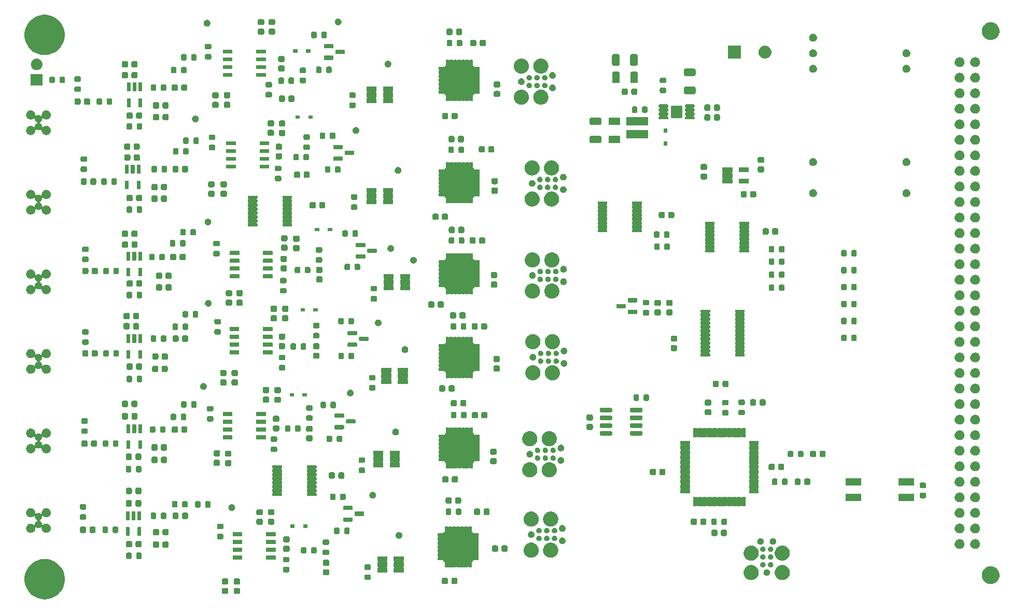
<source format=gbr>
G04 #@! TF.GenerationSoftware,KiCad,Pcbnew,7.0.8*
G04 #@! TF.CreationDate,2025-05-19T15:23:48+02:00*
G04 #@! TF.ProjectId,AXINT_CE6C_CRESUS,4158494e-545f-4434-9536-435f43524553,rev?*
G04 #@! TF.SameCoordinates,Original*
G04 #@! TF.FileFunction,Soldermask,Top*
G04 #@! TF.FilePolarity,Negative*
%FSLAX46Y46*%
G04 Gerber Fmt 4.6, Leading zero omitted, Abs format (unit mm)*
G04 Created by KiCad (PCBNEW 7.0.8) date 2025-05-19 15:23:48*
%MOMM*%
%LPD*%
G01*
G04 APERTURE LIST*
G04 APERTURE END LIST*
G36*
X74044042Y-131292486D02*
G01*
X74393111Y-131369321D01*
X74731826Y-131483448D01*
X75056216Y-131633527D01*
X75362479Y-131817799D01*
X75647022Y-132034103D01*
X75906511Y-132279904D01*
X76137903Y-132552320D01*
X76338486Y-132848157D01*
X76505906Y-133163946D01*
X76638203Y-133495986D01*
X76733824Y-133840383D01*
X76791649Y-134193099D01*
X76811000Y-134550000D01*
X76791649Y-134906901D01*
X76733824Y-135259617D01*
X76638203Y-135604014D01*
X76505906Y-135936054D01*
X76338486Y-136251843D01*
X76137903Y-136547680D01*
X75906511Y-136820096D01*
X75647022Y-137065897D01*
X75362479Y-137282201D01*
X75056216Y-137466473D01*
X74731826Y-137616552D01*
X74393111Y-137730679D01*
X74044042Y-137807514D01*
X73688713Y-137846159D01*
X73331287Y-137846159D01*
X72975958Y-137807514D01*
X72626889Y-137730679D01*
X72288174Y-137616552D01*
X71963784Y-137466473D01*
X71657521Y-137282201D01*
X71372978Y-137065897D01*
X71113489Y-136820096D01*
X70882097Y-136547680D01*
X70681514Y-136251843D01*
X70514094Y-135936054D01*
X70381797Y-135604014D01*
X70286176Y-135259617D01*
X70228351Y-134906901D01*
X70209000Y-134550000D01*
X70228351Y-134193099D01*
X70286176Y-133840383D01*
X70381797Y-133495986D01*
X70514094Y-133163946D01*
X70681514Y-132848157D01*
X70882097Y-132552320D01*
X71113489Y-132279904D01*
X71372978Y-132034103D01*
X71657521Y-131817799D01*
X71963784Y-131633527D01*
X72288174Y-131483448D01*
X72626889Y-131369321D01*
X72975958Y-131292486D01*
X73331287Y-131253841D01*
X73688713Y-131253841D01*
X74044042Y-131292486D01*
G37*
G36*
X103260033Y-135968444D02*
G01*
X103306406Y-135975789D01*
X103312457Y-135978872D01*
X103327221Y-135981809D01*
X103356125Y-136001123D01*
X103382911Y-136014771D01*
X103395718Y-136027578D01*
X103416761Y-136041639D01*
X103430821Y-136062681D01*
X103443628Y-136075488D01*
X103457274Y-136102271D01*
X103476591Y-136131179D01*
X103479527Y-136145944D01*
X103482610Y-136151993D01*
X103489951Y-136198345D01*
X103497600Y-136236800D01*
X103497600Y-136686800D01*
X103489950Y-136725258D01*
X103482610Y-136771606D01*
X103479528Y-136777654D01*
X103476591Y-136792421D01*
X103457272Y-136821332D01*
X103443628Y-136848111D01*
X103430823Y-136860915D01*
X103416761Y-136881961D01*
X103395715Y-136896023D01*
X103382911Y-136908828D01*
X103356132Y-136922472D01*
X103327221Y-136941791D01*
X103312454Y-136944728D01*
X103306406Y-136947810D01*
X103260058Y-136955150D01*
X103221600Y-136962800D01*
X102721600Y-136962800D01*
X102683145Y-136955151D01*
X102636793Y-136947810D01*
X102630744Y-136944727D01*
X102615979Y-136941791D01*
X102587071Y-136922474D01*
X102560288Y-136908828D01*
X102547481Y-136896021D01*
X102526439Y-136881961D01*
X102512378Y-136860918D01*
X102499571Y-136848111D01*
X102485923Y-136821325D01*
X102466609Y-136792421D01*
X102463672Y-136777657D01*
X102460589Y-136771606D01*
X102453244Y-136725233D01*
X102445600Y-136686800D01*
X102445600Y-136236800D01*
X102453244Y-136198370D01*
X102460589Y-136151993D01*
X102463672Y-136145941D01*
X102466609Y-136131179D01*
X102485920Y-136102277D01*
X102499571Y-136075488D01*
X102512380Y-136062678D01*
X102526439Y-136041639D01*
X102547478Y-136027580D01*
X102560288Y-136014771D01*
X102587077Y-136001120D01*
X102615979Y-135981809D01*
X102630741Y-135978872D01*
X102636793Y-135975789D01*
X102683170Y-135968444D01*
X102721600Y-135960800D01*
X103221600Y-135960800D01*
X103260033Y-135968444D01*
G37*
G36*
X105190433Y-135968444D02*
G01*
X105236806Y-135975789D01*
X105242857Y-135978872D01*
X105257621Y-135981809D01*
X105286525Y-136001123D01*
X105313311Y-136014771D01*
X105326118Y-136027578D01*
X105347161Y-136041639D01*
X105361221Y-136062681D01*
X105374028Y-136075488D01*
X105387674Y-136102271D01*
X105406991Y-136131179D01*
X105409927Y-136145944D01*
X105413010Y-136151993D01*
X105420351Y-136198345D01*
X105428000Y-136236800D01*
X105428000Y-136686800D01*
X105420350Y-136725258D01*
X105413010Y-136771606D01*
X105409928Y-136777654D01*
X105406991Y-136792421D01*
X105387672Y-136821332D01*
X105374028Y-136848111D01*
X105361223Y-136860915D01*
X105347161Y-136881961D01*
X105326115Y-136896023D01*
X105313311Y-136908828D01*
X105286532Y-136922472D01*
X105257621Y-136941791D01*
X105242854Y-136944728D01*
X105236806Y-136947810D01*
X105190458Y-136955150D01*
X105152000Y-136962800D01*
X104652000Y-136962800D01*
X104613545Y-136955151D01*
X104567193Y-136947810D01*
X104561144Y-136944727D01*
X104546379Y-136941791D01*
X104517471Y-136922474D01*
X104490688Y-136908828D01*
X104477881Y-136896021D01*
X104456839Y-136881961D01*
X104442778Y-136860918D01*
X104429971Y-136848111D01*
X104416323Y-136821325D01*
X104397009Y-136792421D01*
X104394072Y-136777657D01*
X104390989Y-136771606D01*
X104383644Y-136725233D01*
X104376000Y-136686800D01*
X104376000Y-136236800D01*
X104383644Y-136198370D01*
X104390989Y-136151993D01*
X104394072Y-136145941D01*
X104397009Y-136131179D01*
X104416320Y-136102277D01*
X104429971Y-136075488D01*
X104442780Y-136062678D01*
X104456839Y-136041639D01*
X104477878Y-136027580D01*
X104490688Y-136014771D01*
X104517477Y-136001120D01*
X104546379Y-135981809D01*
X104561141Y-135978872D01*
X104567193Y-135975789D01*
X104613570Y-135968444D01*
X104652000Y-135960800D01*
X105152000Y-135960800D01*
X105190433Y-135968444D01*
G37*
G36*
X103260033Y-134418444D02*
G01*
X103306406Y-134425789D01*
X103312457Y-134428872D01*
X103327221Y-134431809D01*
X103356125Y-134451123D01*
X103382911Y-134464771D01*
X103395718Y-134477578D01*
X103416761Y-134491639D01*
X103430821Y-134512681D01*
X103443628Y-134525488D01*
X103457274Y-134552271D01*
X103476591Y-134581179D01*
X103479527Y-134595944D01*
X103482610Y-134601993D01*
X103489951Y-134648345D01*
X103497600Y-134686800D01*
X103497600Y-135136800D01*
X103489950Y-135175258D01*
X103482610Y-135221606D01*
X103479528Y-135227654D01*
X103476591Y-135242421D01*
X103457272Y-135271332D01*
X103443628Y-135298111D01*
X103430823Y-135310915D01*
X103416761Y-135331961D01*
X103395715Y-135346023D01*
X103382911Y-135358828D01*
X103356132Y-135372472D01*
X103327221Y-135391791D01*
X103312454Y-135394728D01*
X103306406Y-135397810D01*
X103260058Y-135405150D01*
X103221600Y-135412800D01*
X102721600Y-135412800D01*
X102683145Y-135405151D01*
X102636793Y-135397810D01*
X102630744Y-135394727D01*
X102615979Y-135391791D01*
X102587071Y-135372474D01*
X102560288Y-135358828D01*
X102547481Y-135346021D01*
X102526439Y-135331961D01*
X102512378Y-135310918D01*
X102499571Y-135298111D01*
X102485923Y-135271325D01*
X102466609Y-135242421D01*
X102463672Y-135227657D01*
X102460589Y-135221606D01*
X102453244Y-135175233D01*
X102445600Y-135136800D01*
X102445600Y-134686800D01*
X102453244Y-134648370D01*
X102460589Y-134601993D01*
X102463672Y-134595941D01*
X102466609Y-134581179D01*
X102485920Y-134552277D01*
X102499571Y-134525488D01*
X102512380Y-134512678D01*
X102526439Y-134491639D01*
X102547478Y-134477580D01*
X102560288Y-134464771D01*
X102587077Y-134451120D01*
X102615979Y-134431809D01*
X102630741Y-134428872D01*
X102636793Y-134425789D01*
X102683170Y-134418444D01*
X102721600Y-134410800D01*
X103221600Y-134410800D01*
X103260033Y-134418444D01*
G37*
G36*
X105190433Y-134418444D02*
G01*
X105236806Y-134425789D01*
X105242857Y-134428872D01*
X105257621Y-134431809D01*
X105286525Y-134451123D01*
X105313311Y-134464771D01*
X105326118Y-134477578D01*
X105347161Y-134491639D01*
X105361221Y-134512681D01*
X105374028Y-134525488D01*
X105387674Y-134552271D01*
X105406991Y-134581179D01*
X105409927Y-134595944D01*
X105413010Y-134601993D01*
X105420351Y-134648345D01*
X105428000Y-134686800D01*
X105428000Y-135136800D01*
X105420350Y-135175258D01*
X105413010Y-135221606D01*
X105409928Y-135227654D01*
X105406991Y-135242421D01*
X105387672Y-135271332D01*
X105374028Y-135298111D01*
X105361223Y-135310915D01*
X105347161Y-135331961D01*
X105326115Y-135346023D01*
X105313311Y-135358828D01*
X105286532Y-135372472D01*
X105257621Y-135391791D01*
X105242854Y-135394728D01*
X105236806Y-135397810D01*
X105190458Y-135405150D01*
X105152000Y-135412800D01*
X104652000Y-135412800D01*
X104613545Y-135405151D01*
X104567193Y-135397810D01*
X104561144Y-135394727D01*
X104546379Y-135391791D01*
X104517471Y-135372474D01*
X104490688Y-135358828D01*
X104477881Y-135346021D01*
X104456839Y-135331961D01*
X104442778Y-135310918D01*
X104429971Y-135298111D01*
X104416323Y-135271325D01*
X104397009Y-135242421D01*
X104394072Y-135227657D01*
X104390989Y-135221606D01*
X104383644Y-135175233D01*
X104376000Y-135136800D01*
X104376000Y-134686800D01*
X104383644Y-134648370D01*
X104390989Y-134601993D01*
X104394072Y-134595941D01*
X104397009Y-134581179D01*
X104416320Y-134552277D01*
X104429971Y-134525488D01*
X104442780Y-134512678D01*
X104456839Y-134491639D01*
X104477878Y-134477580D01*
X104490688Y-134464771D01*
X104517477Y-134451120D01*
X104546379Y-134431809D01*
X104561141Y-134428872D01*
X104567193Y-134425789D01*
X104613570Y-134418444D01*
X104652000Y-134410800D01*
X105152000Y-134410800D01*
X105190433Y-134418444D01*
G37*
G36*
X139137633Y-134304844D02*
G01*
X139184006Y-134312189D01*
X139190057Y-134315272D01*
X139204821Y-134318209D01*
X139233725Y-134337523D01*
X139260511Y-134351171D01*
X139273318Y-134363978D01*
X139294361Y-134378039D01*
X139308421Y-134399081D01*
X139321228Y-134411888D01*
X139334874Y-134438671D01*
X139354191Y-134467579D01*
X139357127Y-134482344D01*
X139360210Y-134488393D01*
X139367551Y-134534745D01*
X139375200Y-134573200D01*
X139375200Y-135073200D01*
X139367550Y-135111658D01*
X139360210Y-135158006D01*
X139357128Y-135164054D01*
X139354191Y-135178821D01*
X139334872Y-135207732D01*
X139321228Y-135234511D01*
X139308423Y-135247315D01*
X139294361Y-135268361D01*
X139273315Y-135282423D01*
X139260511Y-135295228D01*
X139233732Y-135308872D01*
X139204821Y-135328191D01*
X139190054Y-135331128D01*
X139184006Y-135334210D01*
X139137658Y-135341550D01*
X139099200Y-135349200D01*
X138649200Y-135349200D01*
X138610745Y-135341551D01*
X138564393Y-135334210D01*
X138558344Y-135331127D01*
X138543579Y-135328191D01*
X138514671Y-135308874D01*
X138487888Y-135295228D01*
X138475081Y-135282421D01*
X138454039Y-135268361D01*
X138439978Y-135247318D01*
X138427171Y-135234511D01*
X138413523Y-135207725D01*
X138394209Y-135178821D01*
X138391272Y-135164057D01*
X138388189Y-135158006D01*
X138380844Y-135111633D01*
X138373200Y-135073200D01*
X138373200Y-134573200D01*
X138380844Y-134534770D01*
X138388189Y-134488393D01*
X138391272Y-134482341D01*
X138394209Y-134467579D01*
X138413520Y-134438677D01*
X138427171Y-134411888D01*
X138439980Y-134399078D01*
X138454039Y-134378039D01*
X138475078Y-134363980D01*
X138487888Y-134351171D01*
X138514677Y-134337520D01*
X138543579Y-134318209D01*
X138558341Y-134315272D01*
X138564393Y-134312189D01*
X138610770Y-134304844D01*
X138649200Y-134297200D01*
X139099200Y-134297200D01*
X139137633Y-134304844D01*
G37*
G36*
X140687633Y-134304844D02*
G01*
X140734006Y-134312189D01*
X140740057Y-134315272D01*
X140754821Y-134318209D01*
X140783725Y-134337523D01*
X140810511Y-134351171D01*
X140823318Y-134363978D01*
X140844361Y-134378039D01*
X140858421Y-134399081D01*
X140871228Y-134411888D01*
X140884874Y-134438671D01*
X140904191Y-134467579D01*
X140907127Y-134482344D01*
X140910210Y-134488393D01*
X140917551Y-134534745D01*
X140925200Y-134573200D01*
X140925200Y-135073200D01*
X140917550Y-135111658D01*
X140910210Y-135158006D01*
X140907128Y-135164054D01*
X140904191Y-135178821D01*
X140884872Y-135207732D01*
X140871228Y-135234511D01*
X140858423Y-135247315D01*
X140844361Y-135268361D01*
X140823315Y-135282423D01*
X140810511Y-135295228D01*
X140783732Y-135308872D01*
X140754821Y-135328191D01*
X140740054Y-135331128D01*
X140734006Y-135334210D01*
X140687658Y-135341550D01*
X140649200Y-135349200D01*
X140199200Y-135349200D01*
X140160745Y-135341551D01*
X140114393Y-135334210D01*
X140108344Y-135331127D01*
X140093579Y-135328191D01*
X140064671Y-135308874D01*
X140037888Y-135295228D01*
X140025081Y-135282421D01*
X140004039Y-135268361D01*
X139989978Y-135247318D01*
X139977171Y-135234511D01*
X139963523Y-135207725D01*
X139944209Y-135178821D01*
X139941272Y-135164057D01*
X139938189Y-135158006D01*
X139930844Y-135111633D01*
X139923200Y-135073200D01*
X139923200Y-134573200D01*
X139930844Y-134534770D01*
X139938189Y-134488393D01*
X139941272Y-134482341D01*
X139944209Y-134467579D01*
X139963520Y-134438677D01*
X139977171Y-134411888D01*
X139989980Y-134399078D01*
X140004039Y-134378039D01*
X140025078Y-134363980D01*
X140037888Y-134351171D01*
X140064677Y-134337520D01*
X140093579Y-134318209D01*
X140108341Y-134315272D01*
X140114393Y-134312189D01*
X140160770Y-134304844D01*
X140199200Y-134297200D01*
X140649200Y-134297200D01*
X140687633Y-134304844D01*
G37*
G36*
X228048066Y-132423956D02*
G01*
X228109823Y-132423956D01*
X228164950Y-132433155D01*
X228216929Y-132437246D01*
X228279525Y-132452274D01*
X228346199Y-132463400D01*
X228393488Y-132479634D01*
X228438263Y-132490384D01*
X228503437Y-132517380D01*
X228572860Y-132541213D01*
X228611636Y-132562197D01*
X228648565Y-132577494D01*
X228714016Y-132617602D01*
X228783622Y-132655271D01*
X228813740Y-132678713D01*
X228842650Y-132696429D01*
X228905833Y-132750392D01*
X228972736Y-132802465D01*
X228994557Y-132826169D01*
X229015739Y-132844260D01*
X229073899Y-132912357D01*
X229135043Y-132978777D01*
X229149416Y-133000776D01*
X229163570Y-133017349D01*
X229213867Y-133099427D01*
X229266116Y-133179400D01*
X229274280Y-133198012D01*
X229282505Y-133211434D01*
X229322139Y-133307120D01*
X229362381Y-133398861D01*
X229365906Y-133412782D01*
X229369615Y-133421736D01*
X229395924Y-133531323D01*
X229421210Y-133631173D01*
X229421902Y-133639526D01*
X229422753Y-133643070D01*
X229433292Y-133776985D01*
X229441000Y-133870000D01*
X229433291Y-133963022D01*
X229422753Y-134096929D01*
X229421902Y-134100472D01*
X229421210Y-134108827D01*
X229395920Y-134208695D01*
X229369615Y-134318263D01*
X229365907Y-134327214D01*
X229362381Y-134341139D01*
X229322132Y-134432896D01*
X229282505Y-134528565D01*
X229274281Y-134541984D01*
X229266116Y-134560600D01*
X229213857Y-134640587D01*
X229163570Y-134722650D01*
X229149419Y-134739218D01*
X229135043Y-134761223D01*
X229073887Y-134827655D01*
X229015739Y-134895739D01*
X228994561Y-134913825D01*
X228972736Y-134937535D01*
X228905820Y-134989617D01*
X228842650Y-135043570D01*
X228813746Y-135061281D01*
X228783622Y-135084729D01*
X228714003Y-135122404D01*
X228648565Y-135162505D01*
X228611644Y-135177797D01*
X228572860Y-135198787D01*
X228503423Y-135222624D01*
X228438263Y-135249615D01*
X228393497Y-135260362D01*
X228346199Y-135276600D01*
X228279511Y-135287728D01*
X228216929Y-135302753D01*
X228164962Y-135306842D01*
X228109823Y-135316044D01*
X228048054Y-135316044D01*
X227990000Y-135320613D01*
X227931946Y-135316044D01*
X227870177Y-135316044D01*
X227815038Y-135306843D01*
X227763070Y-135302753D01*
X227700484Y-135287727D01*
X227633801Y-135276600D01*
X227586504Y-135260363D01*
X227541736Y-135249615D01*
X227476570Y-135222622D01*
X227407140Y-135198787D01*
X227368358Y-135177799D01*
X227331434Y-135162505D01*
X227265988Y-135122400D01*
X227196378Y-135084729D01*
X227166257Y-135061284D01*
X227137349Y-135043570D01*
X227074168Y-134989608D01*
X227007264Y-134937535D01*
X226985441Y-134913829D01*
X226964260Y-134895739D01*
X226906098Y-134827640D01*
X226844957Y-134761223D01*
X226830584Y-134739223D01*
X226816429Y-134722650D01*
X226766126Y-134640562D01*
X226713884Y-134560600D01*
X226705720Y-134541990D01*
X226697494Y-134528565D01*
X226657850Y-134432856D01*
X226617619Y-134341139D01*
X226614094Y-134327220D01*
X226610384Y-134318263D01*
X226584060Y-134208619D01*
X226558790Y-134108827D01*
X226558098Y-134100478D01*
X226557246Y-134096929D01*
X226546688Y-133962781D01*
X226539000Y-133870000D01*
X226546687Y-133777225D01*
X226557246Y-133643070D01*
X226558098Y-133639519D01*
X226558790Y-133631173D01*
X226584056Y-133531399D01*
X226610384Y-133421736D01*
X226614095Y-133412776D01*
X226617619Y-133398861D01*
X226657842Y-133307160D01*
X226697494Y-133211434D01*
X226705722Y-133198006D01*
X226713884Y-133179400D01*
X226766116Y-133099452D01*
X226816429Y-133017349D01*
X226830587Y-133000771D01*
X226844957Y-132978777D01*
X226906087Y-132912372D01*
X226964260Y-132844260D01*
X226985446Y-132826165D01*
X227007264Y-132802465D01*
X227074155Y-132750401D01*
X227137349Y-132696429D01*
X227166263Y-132678710D01*
X227196378Y-132655271D01*
X227265974Y-132617607D01*
X227331434Y-132577494D01*
X227368366Y-132562196D01*
X227407140Y-132541213D01*
X227476556Y-132517382D01*
X227541736Y-132490384D01*
X227586514Y-132479633D01*
X227633801Y-132463400D01*
X227700471Y-132452274D01*
X227763070Y-132437246D01*
X227815049Y-132433155D01*
X227870177Y-132423956D01*
X227931933Y-132423956D01*
X227990000Y-132419386D01*
X228048066Y-132423956D01*
G37*
G36*
X188936980Y-132220282D02*
G01*
X188985988Y-132220282D01*
X189040002Y-132229295D01*
X189098806Y-132234440D01*
X189144985Y-132246813D01*
X189187667Y-132253936D01*
X189244924Y-132273592D01*
X189307326Y-132290313D01*
X189345550Y-132308137D01*
X189381058Y-132320327D01*
X189439398Y-132351899D01*
X189502976Y-132381546D01*
X189532905Y-132402502D01*
X189560882Y-132417643D01*
X189617833Y-132461969D01*
X189679811Y-132505367D01*
X189701653Y-132527209D01*
X189722238Y-132543231D01*
X189775118Y-132600674D01*
X189832459Y-132658015D01*
X189846932Y-132678685D01*
X189860725Y-132693668D01*
X189906744Y-132764106D01*
X189956280Y-132834850D01*
X189964547Y-132852579D01*
X189972557Y-132864839D01*
X190008908Y-132947712D01*
X190047513Y-133030500D01*
X190051108Y-133043919D01*
X190054694Y-133052093D01*
X190078699Y-133146887D01*
X190103386Y-133239020D01*
X190104101Y-133247201D01*
X190104887Y-133250302D01*
X190114090Y-133361367D01*
X190122201Y-133454075D01*
X190114089Y-133546791D01*
X190104887Y-133657847D01*
X190104101Y-133660947D01*
X190103386Y-133669130D01*
X190078694Y-133761279D01*
X190054694Y-133856056D01*
X190051109Y-133864228D01*
X190047513Y-133877650D01*
X190008901Y-133960453D01*
X189972557Y-134043310D01*
X189964548Y-134055567D01*
X189956280Y-134073300D01*
X189906734Y-134144057D01*
X189860725Y-134214481D01*
X189846935Y-134229460D01*
X189832459Y-134250135D01*
X189775106Y-134307487D01*
X189722238Y-134364918D01*
X189701657Y-134380936D01*
X189679811Y-134402783D01*
X189617820Y-134446189D01*
X189560882Y-134490506D01*
X189532911Y-134505642D01*
X189502976Y-134526604D01*
X189439385Y-134556256D01*
X189381058Y-134587822D01*
X189345558Y-134600009D01*
X189307326Y-134617837D01*
X189244911Y-134634560D01*
X189187667Y-134654213D01*
X189144992Y-134661334D01*
X189098806Y-134673710D01*
X189039998Y-134678854D01*
X188985988Y-134687868D01*
X188936980Y-134687868D01*
X188883751Y-134692525D01*
X188830522Y-134687868D01*
X188781514Y-134687868D01*
X188727502Y-134678854D01*
X188668696Y-134673710D01*
X188622510Y-134661334D01*
X188579834Y-134654213D01*
X188522585Y-134634559D01*
X188460176Y-134617837D01*
X188421946Y-134600010D01*
X188386443Y-134587822D01*
X188328109Y-134556253D01*
X188264526Y-134526604D01*
X188234593Y-134505645D01*
X188206619Y-134490506D01*
X188149671Y-134446182D01*
X188087691Y-134402783D01*
X188065847Y-134380939D01*
X188045263Y-134364918D01*
X187992382Y-134307474D01*
X187935043Y-134250135D01*
X187920569Y-134229464D01*
X187906776Y-134214481D01*
X187860752Y-134144036D01*
X187811222Y-134073300D01*
X187802955Y-134055572D01*
X187794944Y-134043310D01*
X187758584Y-133960417D01*
X187719989Y-133877650D01*
X187716394Y-133864233D01*
X187712807Y-133856056D01*
X187688789Y-133761211D01*
X187664116Y-133669130D01*
X187663400Y-133660953D01*
X187662614Y-133657847D01*
X187653393Y-133546574D01*
X187645301Y-133454075D01*
X187653393Y-133361583D01*
X187662614Y-133250302D01*
X187663400Y-133247195D01*
X187664116Y-133239020D01*
X187688784Y-133146955D01*
X187712807Y-133052093D01*
X187716394Y-133043913D01*
X187719989Y-133030500D01*
X187758576Y-132947748D01*
X187794944Y-132864839D01*
X187802957Y-132852573D01*
X187811222Y-132834850D01*
X187860742Y-132764127D01*
X187906776Y-132693668D01*
X187920572Y-132678680D01*
X187935043Y-132658015D01*
X187992371Y-132600686D01*
X188045263Y-132543231D01*
X188065852Y-132527205D01*
X188087691Y-132505367D01*
X188149658Y-132461976D01*
X188206619Y-132417643D01*
X188234599Y-132402500D01*
X188264526Y-132381546D01*
X188328096Y-132351902D01*
X188386443Y-132320327D01*
X188421954Y-132308135D01*
X188460176Y-132290313D01*
X188522572Y-132273593D01*
X188579834Y-132253936D01*
X188622518Y-132246813D01*
X188668696Y-132234440D01*
X188727499Y-132229295D01*
X188781514Y-132220282D01*
X188830522Y-132220282D01*
X188883751Y-132215625D01*
X188936980Y-132220282D01*
G37*
G36*
X194016980Y-132220282D02*
G01*
X194065988Y-132220282D01*
X194120002Y-132229295D01*
X194178806Y-132234440D01*
X194224985Y-132246813D01*
X194267667Y-132253936D01*
X194324924Y-132273592D01*
X194387326Y-132290313D01*
X194425550Y-132308137D01*
X194461058Y-132320327D01*
X194519398Y-132351899D01*
X194582976Y-132381546D01*
X194612905Y-132402502D01*
X194640882Y-132417643D01*
X194697833Y-132461969D01*
X194759811Y-132505367D01*
X194781653Y-132527209D01*
X194802238Y-132543231D01*
X194855118Y-132600674D01*
X194912459Y-132658015D01*
X194926932Y-132678685D01*
X194940725Y-132693668D01*
X194986744Y-132764106D01*
X195036280Y-132834850D01*
X195044547Y-132852579D01*
X195052557Y-132864839D01*
X195088908Y-132947712D01*
X195127513Y-133030500D01*
X195131108Y-133043919D01*
X195134694Y-133052093D01*
X195158699Y-133146887D01*
X195183386Y-133239020D01*
X195184101Y-133247201D01*
X195184887Y-133250302D01*
X195194090Y-133361367D01*
X195202201Y-133454075D01*
X195194089Y-133546791D01*
X195184887Y-133657847D01*
X195184101Y-133660947D01*
X195183386Y-133669130D01*
X195158694Y-133761279D01*
X195134694Y-133856056D01*
X195131109Y-133864228D01*
X195127513Y-133877650D01*
X195088901Y-133960453D01*
X195052557Y-134043310D01*
X195044548Y-134055567D01*
X195036280Y-134073300D01*
X194986734Y-134144057D01*
X194940725Y-134214481D01*
X194926935Y-134229460D01*
X194912459Y-134250135D01*
X194855106Y-134307487D01*
X194802238Y-134364918D01*
X194781657Y-134380936D01*
X194759811Y-134402783D01*
X194697820Y-134446189D01*
X194640882Y-134490506D01*
X194612911Y-134505642D01*
X194582976Y-134526604D01*
X194519385Y-134556256D01*
X194461058Y-134587822D01*
X194425558Y-134600009D01*
X194387326Y-134617837D01*
X194324911Y-134634560D01*
X194267667Y-134654213D01*
X194224992Y-134661334D01*
X194178806Y-134673710D01*
X194119998Y-134678854D01*
X194065988Y-134687868D01*
X194016980Y-134687868D01*
X193963751Y-134692525D01*
X193910522Y-134687868D01*
X193861514Y-134687868D01*
X193807502Y-134678854D01*
X193748696Y-134673710D01*
X193702510Y-134661334D01*
X193659834Y-134654213D01*
X193602585Y-134634559D01*
X193540176Y-134617837D01*
X193501946Y-134600010D01*
X193466443Y-134587822D01*
X193408109Y-134556253D01*
X193344526Y-134526604D01*
X193314593Y-134505645D01*
X193286619Y-134490506D01*
X193229671Y-134446182D01*
X193167691Y-134402783D01*
X193145847Y-134380939D01*
X193125263Y-134364918D01*
X193072382Y-134307474D01*
X193015043Y-134250135D01*
X193000569Y-134229464D01*
X192986776Y-134214481D01*
X192940752Y-134144036D01*
X192891222Y-134073300D01*
X192882955Y-134055572D01*
X192874944Y-134043310D01*
X192838584Y-133960417D01*
X192799989Y-133877650D01*
X192796394Y-133864233D01*
X192792807Y-133856056D01*
X192768789Y-133761211D01*
X192744116Y-133669130D01*
X192743400Y-133660953D01*
X192742614Y-133657847D01*
X192733393Y-133546574D01*
X192725301Y-133454075D01*
X192733393Y-133361583D01*
X192742614Y-133250302D01*
X192743400Y-133247195D01*
X192744116Y-133239020D01*
X192768784Y-133146955D01*
X192792807Y-133052093D01*
X192796394Y-133043913D01*
X192799989Y-133030500D01*
X192838576Y-132947748D01*
X192874944Y-132864839D01*
X192882957Y-132852573D01*
X192891222Y-132834850D01*
X192940742Y-132764127D01*
X192986776Y-132693668D01*
X193000572Y-132678680D01*
X193015043Y-132658015D01*
X193072371Y-132600686D01*
X193125263Y-132543231D01*
X193145852Y-132527205D01*
X193167691Y-132505367D01*
X193229658Y-132461976D01*
X193286619Y-132417643D01*
X193314599Y-132402500D01*
X193344526Y-132381546D01*
X193408096Y-132351902D01*
X193466443Y-132320327D01*
X193501954Y-132308135D01*
X193540176Y-132290313D01*
X193602572Y-132273593D01*
X193659834Y-132253936D01*
X193702518Y-132246813D01*
X193748696Y-132234440D01*
X193807499Y-132229295D01*
X193861514Y-132220282D01*
X193910522Y-132220282D01*
X193963751Y-132215625D01*
X194016980Y-132220282D01*
G37*
G36*
X126537793Y-133779731D02*
G01*
X126582933Y-133786308D01*
X126591217Y-133790358D01*
X126609054Y-133793906D01*
X126637897Y-133813178D01*
X126657844Y-133822930D01*
X126668622Y-133833708D01*
X126690484Y-133848316D01*
X126705091Y-133870177D01*
X126715869Y-133880955D01*
X126725619Y-133900899D01*
X126744894Y-133929746D01*
X126748442Y-133947583D01*
X126752491Y-133955866D01*
X126759065Y-134000990D01*
X126764000Y-134025800D01*
X126764000Y-134425800D01*
X126759064Y-134450612D01*
X126752491Y-134495733D01*
X126748442Y-134504014D01*
X126744894Y-134521854D01*
X126725617Y-134550703D01*
X126715869Y-134570644D01*
X126705093Y-134581419D01*
X126690484Y-134603284D01*
X126668619Y-134617893D01*
X126657844Y-134628669D01*
X126637903Y-134638417D01*
X126609054Y-134657694D01*
X126591214Y-134661242D01*
X126582933Y-134665291D01*
X126537812Y-134671864D01*
X126513000Y-134676800D01*
X125963000Y-134676800D01*
X125938190Y-134671865D01*
X125893066Y-134665291D01*
X125884783Y-134661242D01*
X125866946Y-134657694D01*
X125838099Y-134638419D01*
X125818155Y-134628669D01*
X125807377Y-134617891D01*
X125785516Y-134603284D01*
X125770908Y-134581422D01*
X125760130Y-134570644D01*
X125750378Y-134550697D01*
X125731106Y-134521854D01*
X125727558Y-134504017D01*
X125723508Y-134495733D01*
X125716931Y-134450593D01*
X125712000Y-134425800D01*
X125712000Y-134025800D01*
X125716931Y-134001009D01*
X125723508Y-133955866D01*
X125727558Y-133947580D01*
X125731106Y-133929746D01*
X125750376Y-133900905D01*
X125760130Y-133880955D01*
X125770910Y-133870174D01*
X125785516Y-133848316D01*
X125807374Y-133833710D01*
X125818155Y-133822930D01*
X125838105Y-133813176D01*
X125866946Y-133793906D01*
X125884780Y-133790358D01*
X125893066Y-133786308D01*
X125938209Y-133779731D01*
X125963000Y-133774800D01*
X126513000Y-133774800D01*
X126537793Y-133779731D01*
G37*
G36*
X191460939Y-132912471D02*
G01*
X191489512Y-132912471D01*
X191522275Y-132920546D01*
X191565196Y-132926197D01*
X191594575Y-132938366D01*
X191617218Y-132943947D01*
X191651548Y-132961965D01*
X191697001Y-132980792D01*
X191717738Y-132996704D01*
X191733676Y-133005069D01*
X191766260Y-133033936D01*
X191810185Y-133067641D01*
X191822669Y-133083910D01*
X191832124Y-133092287D01*
X191859238Y-133131569D01*
X191897034Y-133180825D01*
X191902730Y-133194577D01*
X191906840Y-133200531D01*
X191924668Y-133247540D01*
X191951629Y-133312630D01*
X191952839Y-133321821D01*
X191953478Y-133323506D01*
X191958427Y-133364267D01*
X191970251Y-133454075D01*
X191958426Y-133543890D01*
X191953478Y-133584643D01*
X191952839Y-133586327D01*
X191951629Y-133595520D01*
X191924663Y-133660620D01*
X191906840Y-133707618D01*
X191902731Y-133713570D01*
X191897034Y-133727325D01*
X191859231Y-133776589D01*
X191832124Y-133815862D01*
X191822671Y-133824236D01*
X191810185Y-133840509D01*
X191766252Y-133874219D01*
X191733676Y-133903080D01*
X191717742Y-133911442D01*
X191697001Y-133927358D01*
X191651539Y-133946188D01*
X191617218Y-133964202D01*
X191594580Y-133969781D01*
X191565196Y-133981953D01*
X191522273Y-133987604D01*
X191489512Y-133995679D01*
X191460939Y-133995679D01*
X191423751Y-134000575D01*
X191386563Y-133995679D01*
X191357990Y-133995679D01*
X191325228Y-133987603D01*
X191282306Y-133981953D01*
X191252923Y-133969782D01*
X191230283Y-133964202D01*
X191195957Y-133946186D01*
X191150501Y-133927358D01*
X191129761Y-133911444D01*
X191113825Y-133903080D01*
X191081242Y-133874213D01*
X191037317Y-133840509D01*
X191024832Y-133824239D01*
X191015377Y-133815862D01*
X190988260Y-133776576D01*
X190950468Y-133727325D01*
X190944772Y-133713574D01*
X190940661Y-133707618D01*
X190922826Y-133660591D01*
X190895873Y-133595520D01*
X190894663Y-133586331D01*
X190894023Y-133584643D01*
X190889062Y-133543792D01*
X190877251Y-133454075D01*
X190889061Y-133364365D01*
X190894023Y-133323506D01*
X190894663Y-133321817D01*
X190895873Y-133312630D01*
X190922821Y-133247569D01*
X190940661Y-133200531D01*
X190944773Y-133194573D01*
X190950468Y-133180825D01*
X190988253Y-133131582D01*
X191015377Y-133092287D01*
X191024835Y-133083907D01*
X191037317Y-133067641D01*
X191081233Y-133033942D01*
X191113825Y-133005069D01*
X191129765Y-132996702D01*
X191150501Y-132980792D01*
X191195948Y-132961967D01*
X191230283Y-132943947D01*
X191252927Y-132938365D01*
X191282306Y-132926197D01*
X191325226Y-132920546D01*
X191357990Y-132912471D01*
X191386563Y-132912471D01*
X191423751Y-132907575D01*
X191460939Y-132912471D01*
G37*
G36*
X119744633Y-132920444D02*
G01*
X119791006Y-132927789D01*
X119797057Y-132930872D01*
X119811821Y-132933809D01*
X119840725Y-132953123D01*
X119867511Y-132966771D01*
X119880318Y-132979578D01*
X119901361Y-132993639D01*
X119915421Y-133014681D01*
X119928228Y-133027488D01*
X119941874Y-133054271D01*
X119961191Y-133083179D01*
X119964127Y-133097944D01*
X119967210Y-133103993D01*
X119974551Y-133150345D01*
X119982200Y-133188800D01*
X119982200Y-133638800D01*
X119974550Y-133677258D01*
X119967210Y-133723606D01*
X119964128Y-133729654D01*
X119961191Y-133744421D01*
X119941872Y-133773332D01*
X119928228Y-133800111D01*
X119915423Y-133812915D01*
X119901361Y-133833961D01*
X119880315Y-133848023D01*
X119867511Y-133860828D01*
X119840732Y-133874472D01*
X119811821Y-133893791D01*
X119797054Y-133896728D01*
X119791006Y-133899810D01*
X119744658Y-133907150D01*
X119706200Y-133914800D01*
X119206200Y-133914800D01*
X119167745Y-133907151D01*
X119121393Y-133899810D01*
X119115344Y-133896727D01*
X119100579Y-133893791D01*
X119071671Y-133874474D01*
X119044888Y-133860828D01*
X119032081Y-133848021D01*
X119011039Y-133833961D01*
X118996978Y-133812918D01*
X118984171Y-133800111D01*
X118970523Y-133773325D01*
X118951209Y-133744421D01*
X118948272Y-133729657D01*
X118945189Y-133723606D01*
X118937844Y-133677233D01*
X118930200Y-133638800D01*
X118930200Y-133188800D01*
X118937844Y-133150370D01*
X118945189Y-133103993D01*
X118948272Y-133097941D01*
X118951209Y-133083179D01*
X118970520Y-133054277D01*
X118984171Y-133027488D01*
X118996980Y-133014678D01*
X119011039Y-132993639D01*
X119032078Y-132979580D01*
X119044888Y-132966771D01*
X119071677Y-132953120D01*
X119100579Y-132933809D01*
X119115341Y-132930872D01*
X119121393Y-132927789D01*
X119167770Y-132920444D01*
X119206200Y-132912800D01*
X119706200Y-132912800D01*
X119744633Y-132920444D01*
G37*
G36*
X129446717Y-130834082D02*
G01*
X129463262Y-130845138D01*
X129474318Y-130861683D01*
X129478200Y-130881200D01*
X129478200Y-131531200D01*
X129474318Y-131550717D01*
X129463262Y-131567262D01*
X129446717Y-131578318D01*
X129440559Y-131579542D01*
X129388413Y-131614387D01*
X129388413Y-131748013D01*
X129440560Y-131782857D01*
X129446717Y-131784082D01*
X129463262Y-131795138D01*
X129474318Y-131811683D01*
X129478200Y-131831200D01*
X129478200Y-132481200D01*
X129474318Y-132500717D01*
X129463262Y-132517262D01*
X129446717Y-132528318D01*
X129440559Y-132529542D01*
X129388413Y-132564387D01*
X129388413Y-132698013D01*
X129440560Y-132732857D01*
X129446717Y-132734082D01*
X129463262Y-132745138D01*
X129474318Y-132761683D01*
X129478200Y-132781200D01*
X129478200Y-133431200D01*
X129474318Y-133450717D01*
X129463262Y-133467262D01*
X129446717Y-133478318D01*
X129427200Y-133482200D01*
X127867200Y-133482200D01*
X127847683Y-133478318D01*
X127831138Y-133467262D01*
X127820082Y-133450717D01*
X127816200Y-133431200D01*
X127816200Y-132781200D01*
X127820082Y-132761683D01*
X127831138Y-132745138D01*
X127847683Y-132734082D01*
X127853836Y-132732857D01*
X127905986Y-132698012D01*
X127905986Y-132564388D01*
X127853838Y-132529542D01*
X127847683Y-132528318D01*
X127831138Y-132517262D01*
X127820082Y-132500717D01*
X127816200Y-132481200D01*
X127816200Y-131831200D01*
X127820082Y-131811683D01*
X127831138Y-131795138D01*
X127847683Y-131784082D01*
X127853836Y-131782857D01*
X127905986Y-131748012D01*
X127905986Y-131614388D01*
X127853838Y-131579542D01*
X127847683Y-131578318D01*
X127831138Y-131567262D01*
X127820082Y-131550717D01*
X127816200Y-131531200D01*
X127816200Y-130881200D01*
X127820082Y-130861683D01*
X127831138Y-130845138D01*
X127847683Y-130834082D01*
X127867200Y-130830200D01*
X129427200Y-130830200D01*
X129446717Y-130834082D01*
G37*
G36*
X132146717Y-130834082D02*
G01*
X132163262Y-130845138D01*
X132174318Y-130861683D01*
X132178200Y-130881200D01*
X132178200Y-131531200D01*
X132174318Y-131550717D01*
X132163262Y-131567262D01*
X132146717Y-131578318D01*
X132140559Y-131579542D01*
X132088413Y-131614387D01*
X132088413Y-131748013D01*
X132140560Y-131782857D01*
X132146717Y-131784082D01*
X132163262Y-131795138D01*
X132174318Y-131811683D01*
X132178200Y-131831200D01*
X132178200Y-132481200D01*
X132174318Y-132500717D01*
X132163262Y-132517262D01*
X132146717Y-132528318D01*
X132140559Y-132529542D01*
X132088413Y-132564387D01*
X132088413Y-132698013D01*
X132140560Y-132732857D01*
X132146717Y-132734082D01*
X132163262Y-132745138D01*
X132174318Y-132761683D01*
X132178200Y-132781200D01*
X132178200Y-133431200D01*
X132174318Y-133450717D01*
X132163262Y-133467262D01*
X132146717Y-133478318D01*
X132127200Y-133482200D01*
X130567200Y-133482200D01*
X130547683Y-133478318D01*
X130531138Y-133467262D01*
X130520082Y-133450717D01*
X130516200Y-133431200D01*
X130516200Y-132781200D01*
X130520082Y-132761683D01*
X130531138Y-132745138D01*
X130547683Y-132734082D01*
X130553836Y-132732857D01*
X130605986Y-132698012D01*
X130605986Y-132564388D01*
X130553838Y-132529542D01*
X130547683Y-132528318D01*
X130531138Y-132517262D01*
X130520082Y-132500717D01*
X130516200Y-132481200D01*
X130516200Y-131831200D01*
X130520082Y-131811683D01*
X130531138Y-131795138D01*
X130547683Y-131784082D01*
X130553836Y-131782857D01*
X130605986Y-131748012D01*
X130605986Y-131614388D01*
X130553838Y-131579542D01*
X130547683Y-131578318D01*
X130531138Y-131567262D01*
X130520082Y-131550717D01*
X130516200Y-131531200D01*
X130516200Y-130881200D01*
X130520082Y-130861683D01*
X130531138Y-130845138D01*
X130547683Y-130834082D01*
X130567200Y-130830200D01*
X132127200Y-130830200D01*
X132146717Y-130834082D01*
G37*
G36*
X113253593Y-132535131D02*
G01*
X113298733Y-132541708D01*
X113307017Y-132545758D01*
X113324854Y-132549306D01*
X113353697Y-132568578D01*
X113373644Y-132578330D01*
X113384422Y-132589108D01*
X113406284Y-132603716D01*
X113420891Y-132625577D01*
X113431669Y-132636355D01*
X113441419Y-132656299D01*
X113460694Y-132685146D01*
X113464242Y-132702983D01*
X113468291Y-132711266D01*
X113474865Y-132756390D01*
X113479800Y-132781200D01*
X113479800Y-133181200D01*
X113474864Y-133206012D01*
X113468291Y-133251133D01*
X113464242Y-133259414D01*
X113460694Y-133277254D01*
X113441417Y-133306103D01*
X113431669Y-133326044D01*
X113420893Y-133336819D01*
X113406284Y-133358684D01*
X113384419Y-133373293D01*
X113373644Y-133384069D01*
X113353703Y-133393817D01*
X113324854Y-133413094D01*
X113307014Y-133416642D01*
X113298733Y-133420691D01*
X113253612Y-133427264D01*
X113228800Y-133432200D01*
X112678800Y-133432200D01*
X112653990Y-133427265D01*
X112608866Y-133420691D01*
X112600583Y-133416642D01*
X112582746Y-133413094D01*
X112553899Y-133393819D01*
X112533955Y-133384069D01*
X112523177Y-133373291D01*
X112501316Y-133358684D01*
X112486708Y-133336822D01*
X112475930Y-133326044D01*
X112466178Y-133306097D01*
X112446906Y-133277254D01*
X112443358Y-133259417D01*
X112439308Y-133251133D01*
X112432731Y-133205993D01*
X112427800Y-133181200D01*
X112427800Y-132781200D01*
X112432731Y-132756409D01*
X112439308Y-132711266D01*
X112443358Y-132702980D01*
X112446906Y-132685146D01*
X112466176Y-132656305D01*
X112475930Y-132636355D01*
X112486710Y-132625574D01*
X112501316Y-132603716D01*
X112523174Y-132589110D01*
X112533955Y-132578330D01*
X112553905Y-132568576D01*
X112582746Y-132549306D01*
X112600580Y-132545758D01*
X112608866Y-132541708D01*
X112654009Y-132535131D01*
X112678800Y-132530200D01*
X113228800Y-132530200D01*
X113253593Y-132535131D01*
G37*
G36*
X126537793Y-132129731D02*
G01*
X126582933Y-132136308D01*
X126591217Y-132140358D01*
X126609054Y-132143906D01*
X126637897Y-132163178D01*
X126657844Y-132172930D01*
X126668622Y-132183708D01*
X126690484Y-132198316D01*
X126705091Y-132220177D01*
X126715869Y-132230955D01*
X126725619Y-132250899D01*
X126744894Y-132279746D01*
X126748442Y-132297583D01*
X126752491Y-132305866D01*
X126759065Y-132350990D01*
X126764000Y-132375800D01*
X126764000Y-132775800D01*
X126759064Y-132800612D01*
X126752491Y-132845733D01*
X126748442Y-132854014D01*
X126744894Y-132871854D01*
X126725617Y-132900703D01*
X126715869Y-132920644D01*
X126705093Y-132931419D01*
X126690484Y-132953284D01*
X126668619Y-132967893D01*
X126657844Y-132978669D01*
X126637903Y-132988417D01*
X126609054Y-133007694D01*
X126591214Y-133011242D01*
X126582933Y-133015291D01*
X126537812Y-133021864D01*
X126513000Y-133026800D01*
X125963000Y-133026800D01*
X125938190Y-133021865D01*
X125893066Y-133015291D01*
X125884783Y-133011242D01*
X125866946Y-133007694D01*
X125838099Y-132988419D01*
X125818155Y-132978669D01*
X125807377Y-132967891D01*
X125785516Y-132953284D01*
X125770908Y-132931422D01*
X125760130Y-132920644D01*
X125750378Y-132900697D01*
X125731106Y-132871854D01*
X125727558Y-132854017D01*
X125723508Y-132845733D01*
X125716931Y-132800593D01*
X125712000Y-132775800D01*
X125712000Y-132375800D01*
X125716931Y-132351009D01*
X125723508Y-132305866D01*
X125727558Y-132297580D01*
X125731106Y-132279746D01*
X125750376Y-132250905D01*
X125760130Y-132230955D01*
X125770910Y-132220174D01*
X125785516Y-132198316D01*
X125807374Y-132183710D01*
X125818155Y-132172930D01*
X125838105Y-132163176D01*
X125866946Y-132143906D01*
X125884780Y-132140358D01*
X125893066Y-132136308D01*
X125938209Y-132129731D01*
X125963000Y-132124800D01*
X126513000Y-132124800D01*
X126537793Y-132129731D01*
G37*
G36*
X190814925Y-131744099D02*
G01*
X190852010Y-131744099D01*
X190882153Y-131752950D01*
X190903518Y-131755763D01*
X190932217Y-131767650D01*
X190973403Y-131779744D01*
X190995140Y-131793713D01*
X191010462Y-131800060D01*
X191038534Y-131821600D01*
X191079837Y-131848144D01*
X191093152Y-131863510D01*
X191102296Y-131870527D01*
X191126002Y-131901422D01*
X191162688Y-131943760D01*
X191168861Y-131957277D01*
X191172765Y-131962365D01*
X191188175Y-131999568D01*
X191215246Y-132058845D01*
X191216584Y-132068155D01*
X191217062Y-132069308D01*
X191220448Y-132095029D01*
X191233251Y-132184075D01*
X191220448Y-132273120D01*
X191217062Y-132298842D01*
X191216584Y-132299994D01*
X191215246Y-132309305D01*
X191188178Y-132368574D01*
X191172765Y-132405786D01*
X191168860Y-132410874D01*
X191162688Y-132424390D01*
X191126001Y-132466728D01*
X191102297Y-132497621D01*
X191093155Y-132504635D01*
X191079837Y-132520006D01*
X191038525Y-132546554D01*
X191010462Y-132568089D01*
X190995145Y-132574433D01*
X190973403Y-132588406D01*
X190932209Y-132600501D01*
X190903518Y-132612386D01*
X190882160Y-132615197D01*
X190852010Y-132624051D01*
X190814917Y-132624051D01*
X190788751Y-132627496D01*
X190762585Y-132624051D01*
X190725492Y-132624051D01*
X190695342Y-132615198D01*
X190673983Y-132612386D01*
X190645289Y-132600500D01*
X190604099Y-132588406D01*
X190582358Y-132574434D01*
X190567039Y-132568089D01*
X190538969Y-132546550D01*
X190497665Y-132520006D01*
X190484348Y-132504638D01*
X190475204Y-132497621D01*
X190451491Y-132466718D01*
X190414814Y-132424390D01*
X190408643Y-132410877D01*
X190404736Y-132405786D01*
X190389313Y-132368551D01*
X190362256Y-132309305D01*
X190360917Y-132299998D01*
X190360439Y-132298842D01*
X190357041Y-132273037D01*
X190344251Y-132184075D01*
X190357041Y-132095112D01*
X190360439Y-132069308D01*
X190360917Y-132068151D01*
X190362256Y-132058845D01*
X190389316Y-131999592D01*
X190404736Y-131962365D01*
X190408642Y-131957274D01*
X190414814Y-131943760D01*
X190451489Y-131901434D01*
X190475204Y-131870528D01*
X190484350Y-131863509D01*
X190497665Y-131848144D01*
X190538970Y-131821598D01*
X190567041Y-131800060D01*
X190582359Y-131793714D01*
X190604099Y-131779744D01*
X190645285Y-131767650D01*
X190673984Y-131755763D01*
X190695348Y-131752950D01*
X190725492Y-131744099D01*
X190762577Y-131744099D01*
X190788751Y-131740653D01*
X190814925Y-131744099D01*
G37*
G36*
X192084925Y-131744099D02*
G01*
X192122010Y-131744099D01*
X192152153Y-131752950D01*
X192173518Y-131755763D01*
X192202217Y-131767650D01*
X192243403Y-131779744D01*
X192265140Y-131793713D01*
X192280462Y-131800060D01*
X192308534Y-131821600D01*
X192349837Y-131848144D01*
X192363152Y-131863510D01*
X192372296Y-131870527D01*
X192396002Y-131901422D01*
X192432688Y-131943760D01*
X192438861Y-131957277D01*
X192442765Y-131962365D01*
X192458175Y-131999568D01*
X192485246Y-132058845D01*
X192486584Y-132068155D01*
X192487062Y-132069308D01*
X192490448Y-132095029D01*
X192503251Y-132184075D01*
X192490448Y-132273120D01*
X192487062Y-132298842D01*
X192486584Y-132299994D01*
X192485246Y-132309305D01*
X192458178Y-132368574D01*
X192442765Y-132405786D01*
X192438860Y-132410874D01*
X192432688Y-132424390D01*
X192396001Y-132466728D01*
X192372297Y-132497621D01*
X192363155Y-132504635D01*
X192349837Y-132520006D01*
X192308525Y-132546554D01*
X192280462Y-132568089D01*
X192265145Y-132574433D01*
X192243403Y-132588406D01*
X192202209Y-132600501D01*
X192173518Y-132612386D01*
X192152160Y-132615197D01*
X192122010Y-132624051D01*
X192084917Y-132624051D01*
X192058751Y-132627496D01*
X192032585Y-132624051D01*
X191995492Y-132624051D01*
X191965342Y-132615198D01*
X191943983Y-132612386D01*
X191915289Y-132600500D01*
X191874099Y-132588406D01*
X191852358Y-132574434D01*
X191837039Y-132568089D01*
X191808969Y-132546550D01*
X191767665Y-132520006D01*
X191754348Y-132504638D01*
X191745204Y-132497621D01*
X191721491Y-132466718D01*
X191684814Y-132424390D01*
X191678643Y-132410877D01*
X191674736Y-132405786D01*
X191659313Y-132368551D01*
X191632256Y-132309305D01*
X191630917Y-132299998D01*
X191630439Y-132298842D01*
X191627041Y-132273037D01*
X191614251Y-132184075D01*
X191627041Y-132095112D01*
X191630439Y-132069308D01*
X191630917Y-132068151D01*
X191632256Y-132058845D01*
X191659316Y-131999592D01*
X191674736Y-131962365D01*
X191678642Y-131957274D01*
X191684814Y-131943760D01*
X191721489Y-131901434D01*
X191745204Y-131870528D01*
X191754350Y-131863509D01*
X191767665Y-131848144D01*
X191808970Y-131821598D01*
X191837041Y-131800060D01*
X191852359Y-131793714D01*
X191874099Y-131779744D01*
X191915285Y-131767650D01*
X191943984Y-131755763D01*
X191965348Y-131752950D01*
X191995492Y-131744099D01*
X192032577Y-131744099D01*
X192058751Y-131740653D01*
X192084925Y-131744099D01*
G37*
G36*
X139306218Y-125911482D02*
G01*
X139322763Y-125922538D01*
X139333819Y-125939083D01*
X139335043Y-125945241D01*
X139354384Y-125974187D01*
X139488010Y-125974191D01*
X139507358Y-125945236D01*
X139508582Y-125939083D01*
X139519638Y-125922538D01*
X139536183Y-125911482D01*
X139555700Y-125907600D01*
X139936700Y-125907600D01*
X139956217Y-125911482D01*
X139972762Y-125922538D01*
X139983818Y-125939083D01*
X139985042Y-125945239D01*
X140004385Y-125974188D01*
X140138009Y-125974192D01*
X140157359Y-125945233D01*
X140158583Y-125939083D01*
X140169639Y-125922538D01*
X140186184Y-125911482D01*
X140205701Y-125907600D01*
X140586701Y-125907600D01*
X140606218Y-125911482D01*
X140622763Y-125922538D01*
X140633819Y-125939083D01*
X140635043Y-125945241D01*
X140654384Y-125974187D01*
X140788010Y-125974191D01*
X140807358Y-125945236D01*
X140808582Y-125939083D01*
X140819638Y-125922538D01*
X140836183Y-125911482D01*
X140855700Y-125907600D01*
X141236700Y-125907600D01*
X141256217Y-125911482D01*
X141272762Y-125922538D01*
X141283818Y-125939083D01*
X141285042Y-125945239D01*
X141304385Y-125974188D01*
X141438009Y-125974192D01*
X141457359Y-125945233D01*
X141458583Y-125939083D01*
X141469639Y-125922538D01*
X141486184Y-125911482D01*
X141505701Y-125907600D01*
X141886701Y-125907600D01*
X141906218Y-125911482D01*
X141922763Y-125922538D01*
X141933819Y-125939083D01*
X141935043Y-125945241D01*
X141954384Y-125974187D01*
X142088010Y-125974191D01*
X142107358Y-125945236D01*
X142108582Y-125939083D01*
X142119638Y-125922538D01*
X142136183Y-125911482D01*
X142155700Y-125907600D01*
X142536700Y-125907600D01*
X142556217Y-125911482D01*
X142572762Y-125922538D01*
X142583818Y-125939083D01*
X142585042Y-125945239D01*
X142604385Y-125974188D01*
X142738009Y-125974192D01*
X142757359Y-125945233D01*
X142758583Y-125939083D01*
X142769639Y-125922538D01*
X142786184Y-125911482D01*
X142805701Y-125907600D01*
X143186701Y-125907600D01*
X143206218Y-125911482D01*
X143222763Y-125922538D01*
X143233819Y-125939083D01*
X143237701Y-125958600D01*
X143237701Y-126771400D01*
X143237700Y-126771405D01*
X143237700Y-126786877D01*
X143310923Y-126860100D01*
X143395700Y-126860100D01*
X143415217Y-126863982D01*
X143431762Y-126875038D01*
X143442818Y-126891583D01*
X143446700Y-126911100D01*
X143446700Y-126995879D01*
X143519922Y-127069101D01*
X143535400Y-127069101D01*
X144348200Y-127069101D01*
X144367717Y-127072983D01*
X144384262Y-127084039D01*
X144395318Y-127100584D01*
X144399200Y-127120101D01*
X144399200Y-127501101D01*
X144395318Y-127520618D01*
X144384262Y-127537163D01*
X144367717Y-127548219D01*
X144361553Y-127549444D01*
X144332612Y-127568782D01*
X144332608Y-127702413D01*
X144361559Y-127721757D01*
X144367717Y-127722982D01*
X144384262Y-127734038D01*
X144395318Y-127750583D01*
X144399200Y-127770100D01*
X144399200Y-128151100D01*
X144395318Y-128170617D01*
X144384262Y-128187162D01*
X144367717Y-128198218D01*
X144361555Y-128199443D01*
X144332611Y-128218783D01*
X144332607Y-128352411D01*
X144361561Y-128371758D01*
X144367717Y-128372983D01*
X144384262Y-128384039D01*
X144395318Y-128400584D01*
X144399200Y-128420101D01*
X144399200Y-128801101D01*
X144395318Y-128820618D01*
X144384262Y-128837163D01*
X144367717Y-128848219D01*
X144361553Y-128849444D01*
X144332612Y-128868782D01*
X144332608Y-129002413D01*
X144361559Y-129021757D01*
X144367717Y-129022982D01*
X144384262Y-129034038D01*
X144395318Y-129050583D01*
X144399200Y-129070100D01*
X144399200Y-129451100D01*
X144395318Y-129470617D01*
X144384262Y-129487162D01*
X144367717Y-129498218D01*
X144361555Y-129499443D01*
X144332611Y-129518783D01*
X144332607Y-129652411D01*
X144361561Y-129671758D01*
X144367717Y-129672983D01*
X144384262Y-129684039D01*
X144395318Y-129700584D01*
X144399200Y-129720101D01*
X144399200Y-130101101D01*
X144395318Y-130120618D01*
X144384262Y-130137163D01*
X144367717Y-130148219D01*
X144361553Y-130149444D01*
X144332612Y-130168782D01*
X144332608Y-130302413D01*
X144361559Y-130321757D01*
X144367717Y-130322982D01*
X144384262Y-130334038D01*
X144395318Y-130350583D01*
X144399200Y-130370100D01*
X144399200Y-130751100D01*
X144395318Y-130770617D01*
X144384262Y-130787162D01*
X144367717Y-130798218D01*
X144361555Y-130799443D01*
X144332611Y-130818783D01*
X144332607Y-130952411D01*
X144361561Y-130971758D01*
X144367717Y-130972983D01*
X144384262Y-130984039D01*
X144395318Y-131000584D01*
X144399200Y-131020101D01*
X144399200Y-131401101D01*
X144395318Y-131420618D01*
X144384262Y-131437163D01*
X144367717Y-131448219D01*
X144348200Y-131452101D01*
X143535400Y-131452101D01*
X143535395Y-131452100D01*
X143519921Y-131452100D01*
X143446700Y-131525321D01*
X143446700Y-131610100D01*
X143442818Y-131629617D01*
X143431762Y-131646162D01*
X143415217Y-131657218D01*
X143395700Y-131661100D01*
X143310920Y-131661100D01*
X143237698Y-131734322D01*
X143237698Y-131749794D01*
X143237699Y-131749800D01*
X143237699Y-132562600D01*
X143233817Y-132582117D01*
X143222761Y-132598662D01*
X143206216Y-132609718D01*
X143186699Y-132613600D01*
X142805699Y-132613600D01*
X142786182Y-132609718D01*
X142769637Y-132598662D01*
X142758581Y-132582117D01*
X142757356Y-132575959D01*
X142738012Y-132547008D01*
X142604381Y-132547012D01*
X142585043Y-132575953D01*
X142583818Y-132582117D01*
X142572762Y-132598662D01*
X142556217Y-132609718D01*
X142536700Y-132613600D01*
X142155700Y-132613600D01*
X142136183Y-132609718D01*
X142119638Y-132598662D01*
X142108582Y-132582117D01*
X142107357Y-132575961D01*
X142088010Y-132547007D01*
X141954382Y-132547011D01*
X141935042Y-132575955D01*
X141933817Y-132582117D01*
X141922761Y-132598662D01*
X141906216Y-132609718D01*
X141886699Y-132613600D01*
X141505699Y-132613600D01*
X141486182Y-132609718D01*
X141469637Y-132598662D01*
X141458581Y-132582117D01*
X141457356Y-132575959D01*
X141438012Y-132547008D01*
X141304381Y-132547012D01*
X141285043Y-132575953D01*
X141283818Y-132582117D01*
X141272762Y-132598662D01*
X141256217Y-132609718D01*
X141236700Y-132613600D01*
X140855700Y-132613600D01*
X140836183Y-132609718D01*
X140819638Y-132598662D01*
X140808582Y-132582117D01*
X140807357Y-132575961D01*
X140788010Y-132547007D01*
X140654382Y-132547011D01*
X140635042Y-132575955D01*
X140633817Y-132582117D01*
X140622761Y-132598662D01*
X140606216Y-132609718D01*
X140586699Y-132613600D01*
X140205699Y-132613600D01*
X140186182Y-132609718D01*
X140169637Y-132598662D01*
X140158581Y-132582117D01*
X140157356Y-132575959D01*
X140138012Y-132547008D01*
X140004381Y-132547012D01*
X139985043Y-132575953D01*
X139983818Y-132582117D01*
X139972762Y-132598662D01*
X139956217Y-132609718D01*
X139936700Y-132613600D01*
X139555700Y-132613600D01*
X139536183Y-132609718D01*
X139519638Y-132598662D01*
X139508582Y-132582117D01*
X139507357Y-132575961D01*
X139488010Y-132547007D01*
X139354382Y-132547011D01*
X139335042Y-132575955D01*
X139333817Y-132582117D01*
X139322761Y-132598662D01*
X139306216Y-132609718D01*
X139286699Y-132613600D01*
X138905699Y-132613600D01*
X138886182Y-132609718D01*
X138869637Y-132598662D01*
X138858581Y-132582117D01*
X138854699Y-132562600D01*
X138854699Y-131749800D01*
X138854699Y-131734320D01*
X138781477Y-131661100D01*
X138696700Y-131661100D01*
X138677183Y-131657218D01*
X138660638Y-131646162D01*
X138649582Y-131629617D01*
X138645700Y-131610100D01*
X138645700Y-131582200D01*
X138645698Y-131525318D01*
X138572476Y-131452098D01*
X138557005Y-131452098D01*
X138557000Y-131452099D01*
X137744200Y-131452099D01*
X137724683Y-131448217D01*
X137708138Y-131437161D01*
X137697082Y-131420616D01*
X137693200Y-131401099D01*
X137693200Y-131020099D01*
X137697082Y-131000582D01*
X137708138Y-130984037D01*
X137724683Y-130972981D01*
X137730836Y-130971757D01*
X137759791Y-130952409D01*
X137759787Y-130818783D01*
X137730841Y-130799442D01*
X137724683Y-130798218D01*
X137708138Y-130787162D01*
X137697082Y-130770617D01*
X137693200Y-130751100D01*
X137693200Y-130370100D01*
X137697082Y-130350583D01*
X137708138Y-130334038D01*
X137724683Y-130322982D01*
X137730833Y-130321758D01*
X137759792Y-130302408D01*
X137759788Y-130168784D01*
X137730839Y-130149441D01*
X137724683Y-130148217D01*
X137708138Y-130137161D01*
X137697082Y-130120616D01*
X137693200Y-130101099D01*
X137693200Y-129720099D01*
X137697082Y-129700582D01*
X137708138Y-129684037D01*
X137724683Y-129672981D01*
X137730836Y-129671757D01*
X137759791Y-129652409D01*
X137759787Y-129518783D01*
X137730841Y-129499442D01*
X137724683Y-129498218D01*
X137708138Y-129487162D01*
X137697082Y-129470617D01*
X137693200Y-129451100D01*
X137693200Y-129070100D01*
X137697082Y-129050583D01*
X137708138Y-129034038D01*
X137724683Y-129022982D01*
X137730836Y-129021758D01*
X137759791Y-129002410D01*
X137759787Y-128868784D01*
X137730841Y-128849443D01*
X137724683Y-128848219D01*
X137708138Y-128837163D01*
X137697082Y-128820618D01*
X137693200Y-128801101D01*
X137693200Y-128420101D01*
X137697082Y-128400584D01*
X137708138Y-128384039D01*
X137724683Y-128372983D01*
X137730833Y-128371759D01*
X137759792Y-128352409D01*
X137759788Y-128218785D01*
X137730839Y-128199442D01*
X137724683Y-128198218D01*
X137708138Y-128187162D01*
X137697082Y-128170617D01*
X137693200Y-128151100D01*
X137693200Y-127770100D01*
X137697082Y-127750583D01*
X137708138Y-127734038D01*
X137724683Y-127722982D01*
X137730833Y-127721758D01*
X137759792Y-127702408D01*
X137759788Y-127568784D01*
X137730839Y-127549441D01*
X137724683Y-127548217D01*
X137708138Y-127537161D01*
X137697082Y-127520616D01*
X137693200Y-127501099D01*
X137693200Y-127120099D01*
X137697082Y-127100582D01*
X137708138Y-127084037D01*
X137724683Y-127072981D01*
X137744200Y-127069099D01*
X138557000Y-127069099D01*
X138572477Y-127069099D01*
X138645700Y-126995876D01*
X138645700Y-126923410D01*
X138645700Y-126911100D01*
X138649582Y-126891583D01*
X138660638Y-126875038D01*
X138677183Y-126863982D01*
X138696700Y-126860100D01*
X138709015Y-126860100D01*
X138781481Y-126860098D01*
X138854701Y-126786876D01*
X138854701Y-125970910D01*
X138854701Y-125958600D01*
X138858583Y-125939083D01*
X138869639Y-125922538D01*
X138886184Y-125911482D01*
X138905701Y-125907600D01*
X139286701Y-125907600D01*
X139306218Y-125911482D01*
G37*
G36*
X119744633Y-131370444D02*
G01*
X119791006Y-131377789D01*
X119797057Y-131380872D01*
X119811821Y-131383809D01*
X119840725Y-131403123D01*
X119867511Y-131416771D01*
X119880318Y-131429578D01*
X119901361Y-131443639D01*
X119915421Y-131464681D01*
X119928228Y-131477488D01*
X119941874Y-131504271D01*
X119961191Y-131533179D01*
X119964127Y-131547944D01*
X119967210Y-131553993D01*
X119974551Y-131600345D01*
X119982200Y-131638800D01*
X119982200Y-132088800D01*
X119974550Y-132127258D01*
X119967210Y-132173606D01*
X119964128Y-132179654D01*
X119961191Y-132194421D01*
X119941872Y-132223332D01*
X119928228Y-132250111D01*
X119915423Y-132262915D01*
X119901361Y-132283961D01*
X119880315Y-132298023D01*
X119867511Y-132310828D01*
X119840732Y-132324472D01*
X119811821Y-132343791D01*
X119797054Y-132346728D01*
X119791006Y-132349810D01*
X119744658Y-132357150D01*
X119706200Y-132364800D01*
X119206200Y-132364800D01*
X119167745Y-132357151D01*
X119121393Y-132349810D01*
X119115344Y-132346727D01*
X119100579Y-132343791D01*
X119071671Y-132324474D01*
X119044888Y-132310828D01*
X119032081Y-132298021D01*
X119011039Y-132283961D01*
X118996978Y-132262918D01*
X118984171Y-132250111D01*
X118970523Y-132223325D01*
X118951209Y-132194421D01*
X118948272Y-132179657D01*
X118945189Y-132173606D01*
X118937844Y-132127233D01*
X118930200Y-132088800D01*
X118930200Y-131638800D01*
X118937844Y-131600370D01*
X118945189Y-131553993D01*
X118948272Y-131547941D01*
X118951209Y-131533179D01*
X118970520Y-131504277D01*
X118984171Y-131477488D01*
X118996980Y-131464678D01*
X119011039Y-131443639D01*
X119032078Y-131429580D01*
X119044888Y-131416771D01*
X119071677Y-131403120D01*
X119100579Y-131383809D01*
X119115341Y-131380872D01*
X119121393Y-131377789D01*
X119167770Y-131370444D01*
X119206200Y-131362800D01*
X119706200Y-131362800D01*
X119744633Y-131370444D01*
G37*
G36*
X113253593Y-130885131D02*
G01*
X113298733Y-130891708D01*
X113307017Y-130895758D01*
X113324854Y-130899306D01*
X113353697Y-130918578D01*
X113373644Y-130928330D01*
X113384422Y-130939108D01*
X113406284Y-130953716D01*
X113420891Y-130975577D01*
X113431669Y-130986355D01*
X113441419Y-131006299D01*
X113460694Y-131035146D01*
X113464242Y-131052983D01*
X113468291Y-131061266D01*
X113474865Y-131106390D01*
X113479800Y-131131200D01*
X113479800Y-131531200D01*
X113474864Y-131556012D01*
X113468291Y-131601133D01*
X113464242Y-131609414D01*
X113460694Y-131627254D01*
X113441417Y-131656103D01*
X113431669Y-131676044D01*
X113420893Y-131686819D01*
X113406284Y-131708684D01*
X113384419Y-131723293D01*
X113373644Y-131734069D01*
X113353703Y-131743817D01*
X113324854Y-131763094D01*
X113307014Y-131766642D01*
X113298733Y-131770691D01*
X113253612Y-131777264D01*
X113228800Y-131782200D01*
X112678800Y-131782200D01*
X112653990Y-131777265D01*
X112608866Y-131770691D01*
X112600583Y-131766642D01*
X112582746Y-131763094D01*
X112553899Y-131743819D01*
X112533955Y-131734069D01*
X112523177Y-131723291D01*
X112501316Y-131708684D01*
X112486708Y-131686822D01*
X112475930Y-131676044D01*
X112466178Y-131656097D01*
X112446906Y-131627254D01*
X112443358Y-131609417D01*
X112439308Y-131601133D01*
X112432731Y-131555993D01*
X112427800Y-131531200D01*
X112427800Y-131131200D01*
X112432731Y-131106409D01*
X112439308Y-131061266D01*
X112443358Y-131052980D01*
X112446906Y-131035146D01*
X112466176Y-131006305D01*
X112475930Y-130986355D01*
X112486710Y-130975574D01*
X112501316Y-130953716D01*
X112523174Y-130939110D01*
X112533955Y-130928330D01*
X112553905Y-130918576D01*
X112582746Y-130899306D01*
X112600580Y-130895758D01*
X112608866Y-130891708D01*
X112654009Y-130885131D01*
X112678800Y-130880200D01*
X113228800Y-130880200D01*
X113253593Y-130885131D01*
G37*
G36*
X188936980Y-129045282D02*
G01*
X188985988Y-129045282D01*
X189040002Y-129054295D01*
X189098806Y-129059440D01*
X189144985Y-129071813D01*
X189187667Y-129078936D01*
X189244924Y-129098592D01*
X189307326Y-129115313D01*
X189345550Y-129133137D01*
X189381058Y-129145327D01*
X189439398Y-129176899D01*
X189502976Y-129206546D01*
X189532905Y-129227502D01*
X189560882Y-129242643D01*
X189617833Y-129286969D01*
X189679811Y-129330367D01*
X189701653Y-129352209D01*
X189722238Y-129368231D01*
X189775118Y-129425674D01*
X189832459Y-129483015D01*
X189846932Y-129503685D01*
X189860725Y-129518668D01*
X189906744Y-129589106D01*
X189956280Y-129659850D01*
X189964547Y-129677579D01*
X189972557Y-129689839D01*
X190008908Y-129772712D01*
X190047513Y-129855500D01*
X190051108Y-129868919D01*
X190054694Y-129877093D01*
X190078699Y-129971887D01*
X190103386Y-130064020D01*
X190104101Y-130072201D01*
X190104887Y-130075302D01*
X190114090Y-130186367D01*
X190122201Y-130279075D01*
X190114089Y-130371791D01*
X190104887Y-130482847D01*
X190104101Y-130485947D01*
X190103386Y-130494130D01*
X190078694Y-130586279D01*
X190054694Y-130681056D01*
X190051109Y-130689228D01*
X190047513Y-130702650D01*
X190008901Y-130785453D01*
X189972557Y-130868310D01*
X189964548Y-130880567D01*
X189956280Y-130898300D01*
X189906734Y-130969057D01*
X189860725Y-131039481D01*
X189846935Y-131054460D01*
X189832459Y-131075135D01*
X189775106Y-131132487D01*
X189722238Y-131189918D01*
X189701657Y-131205936D01*
X189679811Y-131227783D01*
X189617820Y-131271189D01*
X189560882Y-131315506D01*
X189532911Y-131330642D01*
X189502976Y-131351604D01*
X189439385Y-131381256D01*
X189381058Y-131412822D01*
X189345558Y-131425009D01*
X189307326Y-131442837D01*
X189244911Y-131459560D01*
X189187667Y-131479213D01*
X189144992Y-131486334D01*
X189098806Y-131498710D01*
X189039998Y-131503854D01*
X188985988Y-131512868D01*
X188936980Y-131512868D01*
X188883751Y-131517525D01*
X188830522Y-131512868D01*
X188781514Y-131512868D01*
X188727502Y-131503854D01*
X188668696Y-131498710D01*
X188622510Y-131486334D01*
X188579834Y-131479213D01*
X188522585Y-131459559D01*
X188460176Y-131442837D01*
X188421946Y-131425010D01*
X188386443Y-131412822D01*
X188328109Y-131381253D01*
X188264526Y-131351604D01*
X188234593Y-131330645D01*
X188206619Y-131315506D01*
X188149671Y-131271182D01*
X188087691Y-131227783D01*
X188065847Y-131205939D01*
X188045263Y-131189918D01*
X187992382Y-131132474D01*
X187935043Y-131075135D01*
X187920569Y-131054464D01*
X187906776Y-131039481D01*
X187860752Y-130969036D01*
X187811222Y-130898300D01*
X187802955Y-130880572D01*
X187794944Y-130868310D01*
X187758584Y-130785417D01*
X187719989Y-130702650D01*
X187716394Y-130689233D01*
X187712807Y-130681056D01*
X187688789Y-130586211D01*
X187664116Y-130494130D01*
X187663400Y-130485953D01*
X187662614Y-130482847D01*
X187653393Y-130371574D01*
X187645301Y-130279075D01*
X187653393Y-130186583D01*
X187662614Y-130075302D01*
X187663400Y-130072195D01*
X187664116Y-130064020D01*
X187688784Y-129971955D01*
X187712807Y-129877093D01*
X187716394Y-129868913D01*
X187719989Y-129855500D01*
X187758576Y-129772748D01*
X187794944Y-129689839D01*
X187802957Y-129677573D01*
X187811222Y-129659850D01*
X187860742Y-129589127D01*
X187906776Y-129518668D01*
X187920572Y-129503680D01*
X187935043Y-129483015D01*
X187992371Y-129425686D01*
X188045263Y-129368231D01*
X188065852Y-129352205D01*
X188087691Y-129330367D01*
X188149658Y-129286976D01*
X188206619Y-129242643D01*
X188234599Y-129227500D01*
X188264526Y-129206546D01*
X188328096Y-129176902D01*
X188386443Y-129145327D01*
X188421954Y-129133135D01*
X188460176Y-129115313D01*
X188522572Y-129098593D01*
X188579834Y-129078936D01*
X188622518Y-129071813D01*
X188668696Y-129059440D01*
X188727499Y-129054295D01*
X188781514Y-129045282D01*
X188830522Y-129045282D01*
X188883751Y-129040625D01*
X188936980Y-129045282D01*
G37*
G36*
X194016980Y-129045282D02*
G01*
X194065988Y-129045282D01*
X194120002Y-129054295D01*
X194178806Y-129059440D01*
X194224985Y-129071813D01*
X194267667Y-129078936D01*
X194324924Y-129098592D01*
X194387326Y-129115313D01*
X194425550Y-129133137D01*
X194461058Y-129145327D01*
X194519398Y-129176899D01*
X194582976Y-129206546D01*
X194612905Y-129227502D01*
X194640882Y-129242643D01*
X194697833Y-129286969D01*
X194759811Y-129330367D01*
X194781653Y-129352209D01*
X194802238Y-129368231D01*
X194855118Y-129425674D01*
X194912459Y-129483015D01*
X194926932Y-129503685D01*
X194940725Y-129518668D01*
X194986744Y-129589106D01*
X195036280Y-129659850D01*
X195044547Y-129677579D01*
X195052557Y-129689839D01*
X195088908Y-129772712D01*
X195127513Y-129855500D01*
X195131108Y-129868919D01*
X195134694Y-129877093D01*
X195158699Y-129971887D01*
X195183386Y-130064020D01*
X195184101Y-130072201D01*
X195184887Y-130075302D01*
X195194090Y-130186367D01*
X195202201Y-130279075D01*
X195194089Y-130371791D01*
X195184887Y-130482847D01*
X195184101Y-130485947D01*
X195183386Y-130494130D01*
X195158694Y-130586279D01*
X195134694Y-130681056D01*
X195131109Y-130689228D01*
X195127513Y-130702650D01*
X195088901Y-130785453D01*
X195052557Y-130868310D01*
X195044548Y-130880567D01*
X195036280Y-130898300D01*
X194986734Y-130969057D01*
X194940725Y-131039481D01*
X194926935Y-131054460D01*
X194912459Y-131075135D01*
X194855106Y-131132487D01*
X194802238Y-131189918D01*
X194781657Y-131205936D01*
X194759811Y-131227783D01*
X194697820Y-131271189D01*
X194640882Y-131315506D01*
X194612911Y-131330642D01*
X194582976Y-131351604D01*
X194519385Y-131381256D01*
X194461058Y-131412822D01*
X194425558Y-131425009D01*
X194387326Y-131442837D01*
X194324911Y-131459560D01*
X194267667Y-131479213D01*
X194224992Y-131486334D01*
X194178806Y-131498710D01*
X194119998Y-131503854D01*
X194065988Y-131512868D01*
X194016980Y-131512868D01*
X193963751Y-131517525D01*
X193910522Y-131512868D01*
X193861514Y-131512868D01*
X193807502Y-131503854D01*
X193748696Y-131498710D01*
X193702510Y-131486334D01*
X193659834Y-131479213D01*
X193602585Y-131459559D01*
X193540176Y-131442837D01*
X193501946Y-131425010D01*
X193466443Y-131412822D01*
X193408109Y-131381253D01*
X193344526Y-131351604D01*
X193314593Y-131330645D01*
X193286619Y-131315506D01*
X193229671Y-131271182D01*
X193167691Y-131227783D01*
X193145847Y-131205939D01*
X193125263Y-131189918D01*
X193072382Y-131132474D01*
X193015043Y-131075135D01*
X193000569Y-131054464D01*
X192986776Y-131039481D01*
X192940752Y-130969036D01*
X192891222Y-130898300D01*
X192882955Y-130880572D01*
X192874944Y-130868310D01*
X192838584Y-130785417D01*
X192799989Y-130702650D01*
X192796394Y-130689233D01*
X192792807Y-130681056D01*
X192768789Y-130586211D01*
X192744116Y-130494130D01*
X192743400Y-130485953D01*
X192742614Y-130482847D01*
X192733393Y-130371574D01*
X192725301Y-130279075D01*
X192733393Y-130186583D01*
X192742614Y-130075302D01*
X192743400Y-130072195D01*
X192744116Y-130064020D01*
X192768784Y-129971955D01*
X192792807Y-129877093D01*
X192796394Y-129868913D01*
X192799989Y-129855500D01*
X192838576Y-129772748D01*
X192874944Y-129689839D01*
X192882957Y-129677573D01*
X192891222Y-129659850D01*
X192940742Y-129589127D01*
X192986776Y-129518668D01*
X193000572Y-129503680D01*
X193015043Y-129483015D01*
X193072371Y-129425686D01*
X193125263Y-129368231D01*
X193145852Y-129352205D01*
X193167691Y-129330367D01*
X193229658Y-129286976D01*
X193286619Y-129242643D01*
X193314599Y-129227500D01*
X193344526Y-129206546D01*
X193408096Y-129176902D01*
X193466443Y-129145327D01*
X193501954Y-129133135D01*
X193540176Y-129115313D01*
X193602572Y-129098593D01*
X193659834Y-129078936D01*
X193702518Y-129071813D01*
X193748696Y-129059440D01*
X193807499Y-129054295D01*
X193861514Y-129045282D01*
X193910522Y-129045282D01*
X193963751Y-129040625D01*
X194016980Y-129045282D01*
G37*
G36*
X190814925Y-130474099D02*
G01*
X190852010Y-130474099D01*
X190882153Y-130482950D01*
X190903518Y-130485763D01*
X190932217Y-130497650D01*
X190973403Y-130509744D01*
X190995140Y-130523713D01*
X191010462Y-130530060D01*
X191038534Y-130551600D01*
X191079837Y-130578144D01*
X191093152Y-130593510D01*
X191102296Y-130600527D01*
X191126002Y-130631422D01*
X191162688Y-130673760D01*
X191168861Y-130687277D01*
X191172765Y-130692365D01*
X191188175Y-130729568D01*
X191215246Y-130788845D01*
X191216584Y-130798155D01*
X191217062Y-130799308D01*
X191220448Y-130825029D01*
X191233251Y-130914075D01*
X191220448Y-131003120D01*
X191217062Y-131028842D01*
X191216584Y-131029994D01*
X191215246Y-131039305D01*
X191188178Y-131098574D01*
X191172765Y-131135786D01*
X191168860Y-131140874D01*
X191162688Y-131154390D01*
X191126001Y-131196728D01*
X191102297Y-131227621D01*
X191093155Y-131234635D01*
X191079837Y-131250006D01*
X191038525Y-131276554D01*
X191010462Y-131298089D01*
X190995145Y-131304433D01*
X190973403Y-131318406D01*
X190932209Y-131330501D01*
X190903518Y-131342386D01*
X190882160Y-131345197D01*
X190852010Y-131354051D01*
X190814917Y-131354051D01*
X190788751Y-131357496D01*
X190762585Y-131354051D01*
X190725492Y-131354051D01*
X190695342Y-131345198D01*
X190673983Y-131342386D01*
X190645289Y-131330500D01*
X190604099Y-131318406D01*
X190582358Y-131304434D01*
X190567039Y-131298089D01*
X190538969Y-131276550D01*
X190497665Y-131250006D01*
X190484348Y-131234638D01*
X190475204Y-131227621D01*
X190451491Y-131196718D01*
X190414814Y-131154390D01*
X190408643Y-131140877D01*
X190404736Y-131135786D01*
X190389313Y-131098551D01*
X190362256Y-131039305D01*
X190360917Y-131029998D01*
X190360439Y-131028842D01*
X190357041Y-131003037D01*
X190344251Y-130914075D01*
X190357041Y-130825112D01*
X190360439Y-130799308D01*
X190360917Y-130798151D01*
X190362256Y-130788845D01*
X190389316Y-130729592D01*
X190404736Y-130692365D01*
X190408642Y-130687274D01*
X190414814Y-130673760D01*
X190451489Y-130631434D01*
X190475204Y-130600528D01*
X190484350Y-130593509D01*
X190497665Y-130578144D01*
X190538970Y-130551598D01*
X190567041Y-130530060D01*
X190582359Y-130523714D01*
X190604099Y-130509744D01*
X190645285Y-130497650D01*
X190673984Y-130485763D01*
X190695348Y-130482950D01*
X190725492Y-130474099D01*
X190762577Y-130474099D01*
X190788751Y-130470653D01*
X190814925Y-130474099D01*
G37*
G36*
X192084925Y-130474099D02*
G01*
X192122010Y-130474099D01*
X192152153Y-130482950D01*
X192173518Y-130485763D01*
X192202217Y-130497650D01*
X192243403Y-130509744D01*
X192265140Y-130523713D01*
X192280462Y-130530060D01*
X192308534Y-130551600D01*
X192349837Y-130578144D01*
X192363152Y-130593510D01*
X192372296Y-130600527D01*
X192396002Y-130631422D01*
X192432688Y-130673760D01*
X192438861Y-130687277D01*
X192442765Y-130692365D01*
X192458175Y-130729568D01*
X192485246Y-130788845D01*
X192486584Y-130798155D01*
X192487062Y-130799308D01*
X192490448Y-130825029D01*
X192503251Y-130914075D01*
X192490448Y-131003120D01*
X192487062Y-131028842D01*
X192486584Y-131029994D01*
X192485246Y-131039305D01*
X192458178Y-131098574D01*
X192442765Y-131135786D01*
X192438860Y-131140874D01*
X192432688Y-131154390D01*
X192396001Y-131196728D01*
X192372297Y-131227621D01*
X192363155Y-131234635D01*
X192349837Y-131250006D01*
X192308525Y-131276554D01*
X192280462Y-131298089D01*
X192265145Y-131304433D01*
X192243403Y-131318406D01*
X192202209Y-131330501D01*
X192173518Y-131342386D01*
X192152160Y-131345197D01*
X192122010Y-131354051D01*
X192084917Y-131354051D01*
X192058751Y-131357496D01*
X192032585Y-131354051D01*
X191995492Y-131354051D01*
X191965342Y-131345198D01*
X191943983Y-131342386D01*
X191915289Y-131330500D01*
X191874099Y-131318406D01*
X191852358Y-131304434D01*
X191837039Y-131298089D01*
X191808969Y-131276550D01*
X191767665Y-131250006D01*
X191754348Y-131234638D01*
X191745204Y-131227621D01*
X191721491Y-131196718D01*
X191684814Y-131154390D01*
X191678643Y-131140877D01*
X191674736Y-131135786D01*
X191659313Y-131098551D01*
X191632256Y-131039305D01*
X191630917Y-131029998D01*
X191630439Y-131028842D01*
X191627041Y-131003037D01*
X191614251Y-130914075D01*
X191627041Y-130825112D01*
X191630439Y-130799308D01*
X191630917Y-130798151D01*
X191632256Y-130788845D01*
X191659316Y-130729592D01*
X191674736Y-130692365D01*
X191678642Y-130687274D01*
X191684814Y-130673760D01*
X191721489Y-130631434D01*
X191745204Y-130600528D01*
X191754350Y-130593509D01*
X191767665Y-130578144D01*
X191808970Y-130551598D01*
X191837041Y-130530060D01*
X191852359Y-130523714D01*
X191874099Y-130509744D01*
X191915285Y-130497650D01*
X191943984Y-130485763D01*
X191965348Y-130482950D01*
X191995492Y-130474099D01*
X192032577Y-130474099D01*
X192058751Y-130470653D01*
X192084925Y-130474099D01*
G37*
G36*
X105747017Y-130686682D02*
G01*
X105763562Y-130697738D01*
X105774618Y-130714283D01*
X105778500Y-130733800D01*
X105778500Y-131292600D01*
X105774618Y-131312117D01*
X105763562Y-131328662D01*
X105747017Y-131339718D01*
X105727500Y-131343600D01*
X104267000Y-131343600D01*
X104247483Y-131339718D01*
X104230938Y-131328662D01*
X104219882Y-131312117D01*
X104216000Y-131292600D01*
X104216000Y-130733800D01*
X104219882Y-130714283D01*
X104230938Y-130697738D01*
X104247483Y-130686682D01*
X104267000Y-130682800D01*
X105727500Y-130682800D01*
X105747017Y-130686682D01*
G37*
G36*
X111195317Y-130686682D02*
G01*
X111211862Y-130697738D01*
X111222918Y-130714283D01*
X111226800Y-130733800D01*
X111226800Y-131292600D01*
X111222918Y-131312117D01*
X111211862Y-131328662D01*
X111195317Y-131339718D01*
X111175800Y-131343600D01*
X109715300Y-131343600D01*
X109695783Y-131339718D01*
X109679238Y-131328662D01*
X109668182Y-131312117D01*
X109664300Y-131292600D01*
X109664300Y-130733800D01*
X109668182Y-130714283D01*
X109679238Y-130697738D01*
X109695783Y-130686682D01*
X109715300Y-130682800D01*
X111175800Y-130682800D01*
X111195317Y-130686682D01*
G37*
G36*
X87474793Y-130200431D02*
G01*
X87519933Y-130207008D01*
X87528217Y-130211058D01*
X87546054Y-130214606D01*
X87574897Y-130233878D01*
X87594844Y-130243630D01*
X87605622Y-130254408D01*
X87627484Y-130269016D01*
X87642091Y-130290877D01*
X87652869Y-130301655D01*
X87662619Y-130321599D01*
X87681894Y-130350446D01*
X87685442Y-130368283D01*
X87689491Y-130376566D01*
X87696065Y-130421690D01*
X87701000Y-130446500D01*
X87701000Y-130996500D01*
X87696064Y-131021312D01*
X87689491Y-131066433D01*
X87685442Y-131074714D01*
X87681894Y-131092554D01*
X87662617Y-131121403D01*
X87652869Y-131141344D01*
X87642093Y-131152119D01*
X87627484Y-131173984D01*
X87605619Y-131188593D01*
X87594844Y-131199369D01*
X87574903Y-131209117D01*
X87546054Y-131228394D01*
X87528214Y-131231942D01*
X87519933Y-131235991D01*
X87474812Y-131242564D01*
X87450000Y-131247500D01*
X87050000Y-131247500D01*
X87025190Y-131242565D01*
X86980066Y-131235991D01*
X86971783Y-131231942D01*
X86953946Y-131228394D01*
X86925099Y-131209119D01*
X86905155Y-131199369D01*
X86894377Y-131188591D01*
X86872516Y-131173984D01*
X86857908Y-131152122D01*
X86847130Y-131141344D01*
X86837378Y-131121397D01*
X86818106Y-131092554D01*
X86814558Y-131074717D01*
X86810508Y-131066433D01*
X86803931Y-131021293D01*
X86799000Y-130996500D01*
X86799000Y-130446500D01*
X86803931Y-130421709D01*
X86810508Y-130376566D01*
X86814558Y-130368280D01*
X86818106Y-130350446D01*
X86837376Y-130321605D01*
X86847130Y-130301655D01*
X86857910Y-130290874D01*
X86872516Y-130269016D01*
X86894374Y-130254410D01*
X86905155Y-130243630D01*
X86925105Y-130233876D01*
X86953946Y-130214606D01*
X86971780Y-130211058D01*
X86980066Y-130207008D01*
X87025209Y-130200431D01*
X87050000Y-130195500D01*
X87450000Y-130195500D01*
X87474793Y-130200431D01*
G37*
G36*
X89124793Y-130200431D02*
G01*
X89169933Y-130207008D01*
X89178217Y-130211058D01*
X89196054Y-130214606D01*
X89224897Y-130233878D01*
X89244844Y-130243630D01*
X89255622Y-130254408D01*
X89277484Y-130269016D01*
X89292091Y-130290877D01*
X89302869Y-130301655D01*
X89312619Y-130321599D01*
X89331894Y-130350446D01*
X89335442Y-130368283D01*
X89339491Y-130376566D01*
X89346065Y-130421690D01*
X89351000Y-130446500D01*
X89351000Y-130996500D01*
X89346064Y-131021312D01*
X89339491Y-131066433D01*
X89335442Y-131074714D01*
X89331894Y-131092554D01*
X89312617Y-131121403D01*
X89302869Y-131141344D01*
X89292093Y-131152119D01*
X89277484Y-131173984D01*
X89255619Y-131188593D01*
X89244844Y-131199369D01*
X89224903Y-131209117D01*
X89196054Y-131228394D01*
X89178214Y-131231942D01*
X89169933Y-131235991D01*
X89124812Y-131242564D01*
X89100000Y-131247500D01*
X88700000Y-131247500D01*
X88675190Y-131242565D01*
X88630066Y-131235991D01*
X88621783Y-131231942D01*
X88603946Y-131228394D01*
X88575099Y-131209119D01*
X88555155Y-131199369D01*
X88544377Y-131188591D01*
X88522516Y-131173984D01*
X88507908Y-131152122D01*
X88497130Y-131141344D01*
X88487378Y-131121397D01*
X88468106Y-131092554D01*
X88464558Y-131074717D01*
X88460508Y-131066433D01*
X88453931Y-131021293D01*
X88449000Y-130996500D01*
X88449000Y-130446500D01*
X88453931Y-130421709D01*
X88460508Y-130376566D01*
X88464558Y-130368280D01*
X88468106Y-130350446D01*
X88487376Y-130321605D01*
X88497130Y-130301655D01*
X88507910Y-130290874D01*
X88522516Y-130269016D01*
X88544374Y-130254410D01*
X88555155Y-130243630D01*
X88575105Y-130233876D01*
X88603946Y-130214606D01*
X88621780Y-130211058D01*
X88630066Y-130207008D01*
X88675209Y-130200431D01*
X88700000Y-130195500D01*
X89100000Y-130195500D01*
X89124793Y-130200431D01*
G37*
G36*
X153009554Y-128560207D02*
G01*
X153058562Y-128560207D01*
X153112576Y-128569220D01*
X153171380Y-128574365D01*
X153217559Y-128586738D01*
X153260241Y-128593861D01*
X153317498Y-128613517D01*
X153379900Y-128630238D01*
X153418124Y-128648062D01*
X153453632Y-128660252D01*
X153511972Y-128691824D01*
X153575550Y-128721471D01*
X153605479Y-128742427D01*
X153633456Y-128757568D01*
X153690407Y-128801894D01*
X153752385Y-128845292D01*
X153774227Y-128867134D01*
X153794812Y-128883156D01*
X153847692Y-128940599D01*
X153905033Y-128997940D01*
X153919506Y-129018610D01*
X153933299Y-129033593D01*
X153979318Y-129104031D01*
X154028854Y-129174775D01*
X154037121Y-129192504D01*
X154045131Y-129204764D01*
X154081482Y-129287637D01*
X154120087Y-129370425D01*
X154123682Y-129383844D01*
X154127268Y-129392018D01*
X154151273Y-129486812D01*
X154175960Y-129578945D01*
X154176675Y-129587126D01*
X154177461Y-129590227D01*
X154186664Y-129701292D01*
X154194775Y-129794000D01*
X154186663Y-129886716D01*
X154177461Y-129997772D01*
X154176675Y-130000872D01*
X154175960Y-130009055D01*
X154151268Y-130101204D01*
X154127268Y-130195981D01*
X154123683Y-130204153D01*
X154120087Y-130217575D01*
X154081475Y-130300378D01*
X154045131Y-130383235D01*
X154037122Y-130395492D01*
X154028854Y-130413225D01*
X153979308Y-130483982D01*
X153933299Y-130554406D01*
X153919509Y-130569385D01*
X153905033Y-130590060D01*
X153847680Y-130647412D01*
X153794812Y-130704843D01*
X153774231Y-130720861D01*
X153752385Y-130742708D01*
X153690394Y-130786114D01*
X153633456Y-130830431D01*
X153605485Y-130845567D01*
X153575550Y-130866529D01*
X153511959Y-130896181D01*
X153453632Y-130927747D01*
X153418132Y-130939934D01*
X153379900Y-130957762D01*
X153317485Y-130974485D01*
X153260241Y-130994138D01*
X153217566Y-131001259D01*
X153171380Y-131013635D01*
X153112572Y-131018779D01*
X153058562Y-131027793D01*
X153009554Y-131027793D01*
X152956325Y-131032450D01*
X152903096Y-131027793D01*
X152854088Y-131027793D01*
X152800076Y-131018779D01*
X152741270Y-131013635D01*
X152695084Y-131001259D01*
X152652408Y-130994138D01*
X152595159Y-130974484D01*
X152532750Y-130957762D01*
X152494520Y-130939935D01*
X152459017Y-130927747D01*
X152400683Y-130896178D01*
X152337100Y-130866529D01*
X152307167Y-130845570D01*
X152279193Y-130830431D01*
X152222245Y-130786107D01*
X152160265Y-130742708D01*
X152138421Y-130720864D01*
X152117837Y-130704843D01*
X152064956Y-130647399D01*
X152007617Y-130590060D01*
X151993143Y-130569389D01*
X151979350Y-130554406D01*
X151933326Y-130483961D01*
X151883796Y-130413225D01*
X151875529Y-130395497D01*
X151867518Y-130383235D01*
X151831158Y-130300342D01*
X151792563Y-130217575D01*
X151788968Y-130204158D01*
X151785381Y-130195981D01*
X151761354Y-130101101D01*
X151736690Y-130009055D01*
X151735974Y-130000878D01*
X151735188Y-129997772D01*
X151725967Y-129886499D01*
X151717875Y-129794000D01*
X151725967Y-129701508D01*
X151735188Y-129590227D01*
X151735974Y-129587120D01*
X151736690Y-129578945D01*
X151761358Y-129486880D01*
X151785381Y-129392018D01*
X151788968Y-129383838D01*
X151792563Y-129370425D01*
X151831150Y-129287673D01*
X151867518Y-129204764D01*
X151875531Y-129192498D01*
X151883796Y-129174775D01*
X151933316Y-129104052D01*
X151979350Y-129033593D01*
X151993146Y-129018605D01*
X152007617Y-128997940D01*
X152064945Y-128940611D01*
X152117837Y-128883156D01*
X152138426Y-128867130D01*
X152160265Y-128845292D01*
X152222232Y-128801901D01*
X152279193Y-128757568D01*
X152307173Y-128742425D01*
X152337100Y-128721471D01*
X152400670Y-128691827D01*
X152459017Y-128660252D01*
X152494528Y-128648060D01*
X152532750Y-128630238D01*
X152595146Y-128613518D01*
X152652408Y-128593861D01*
X152695092Y-128586738D01*
X152741270Y-128574365D01*
X152800073Y-128569220D01*
X152854088Y-128560207D01*
X152903096Y-128560207D01*
X152956325Y-128555550D01*
X153009554Y-128560207D01*
G37*
G36*
X156184554Y-128560207D02*
G01*
X156233562Y-128560207D01*
X156287576Y-128569220D01*
X156346380Y-128574365D01*
X156392559Y-128586738D01*
X156435241Y-128593861D01*
X156492498Y-128613517D01*
X156554900Y-128630238D01*
X156593124Y-128648062D01*
X156628632Y-128660252D01*
X156686972Y-128691824D01*
X156750550Y-128721471D01*
X156780479Y-128742427D01*
X156808456Y-128757568D01*
X156865407Y-128801894D01*
X156927385Y-128845292D01*
X156949227Y-128867134D01*
X156969812Y-128883156D01*
X157022692Y-128940599D01*
X157080033Y-128997940D01*
X157094506Y-129018610D01*
X157108299Y-129033593D01*
X157154318Y-129104031D01*
X157203854Y-129174775D01*
X157212121Y-129192504D01*
X157220131Y-129204764D01*
X157256482Y-129287637D01*
X157295087Y-129370425D01*
X157298682Y-129383844D01*
X157302268Y-129392018D01*
X157326273Y-129486812D01*
X157350960Y-129578945D01*
X157351675Y-129587126D01*
X157352461Y-129590227D01*
X157361664Y-129701292D01*
X157369775Y-129794000D01*
X157361663Y-129886716D01*
X157352461Y-129997772D01*
X157351675Y-130000872D01*
X157350960Y-130009055D01*
X157326268Y-130101204D01*
X157302268Y-130195981D01*
X157298683Y-130204153D01*
X157295087Y-130217575D01*
X157256475Y-130300378D01*
X157220131Y-130383235D01*
X157212122Y-130395492D01*
X157203854Y-130413225D01*
X157154308Y-130483982D01*
X157108299Y-130554406D01*
X157094509Y-130569385D01*
X157080033Y-130590060D01*
X157022680Y-130647412D01*
X156969812Y-130704843D01*
X156949231Y-130720861D01*
X156927385Y-130742708D01*
X156865394Y-130786114D01*
X156808456Y-130830431D01*
X156780485Y-130845567D01*
X156750550Y-130866529D01*
X156686959Y-130896181D01*
X156628632Y-130927747D01*
X156593132Y-130939934D01*
X156554900Y-130957762D01*
X156492485Y-130974485D01*
X156435241Y-130994138D01*
X156392566Y-131001259D01*
X156346380Y-131013635D01*
X156287572Y-131018779D01*
X156233562Y-131027793D01*
X156184554Y-131027793D01*
X156131325Y-131032450D01*
X156078096Y-131027793D01*
X156029088Y-131027793D01*
X155975076Y-131018779D01*
X155916270Y-131013635D01*
X155870084Y-131001259D01*
X155827408Y-130994138D01*
X155770159Y-130974484D01*
X155707750Y-130957762D01*
X155669520Y-130939935D01*
X155634017Y-130927747D01*
X155575683Y-130896178D01*
X155512100Y-130866529D01*
X155482167Y-130845570D01*
X155454193Y-130830431D01*
X155397245Y-130786107D01*
X155335265Y-130742708D01*
X155313421Y-130720864D01*
X155292837Y-130704843D01*
X155239956Y-130647399D01*
X155182617Y-130590060D01*
X155168143Y-130569389D01*
X155154350Y-130554406D01*
X155108326Y-130483961D01*
X155058796Y-130413225D01*
X155050529Y-130395497D01*
X155042518Y-130383235D01*
X155006158Y-130300342D01*
X154967563Y-130217575D01*
X154963968Y-130204158D01*
X154960381Y-130195981D01*
X154936354Y-130101101D01*
X154911690Y-130009055D01*
X154910974Y-130000878D01*
X154910188Y-129997772D01*
X154900967Y-129886499D01*
X154892875Y-129794000D01*
X154900967Y-129701508D01*
X154910188Y-129590227D01*
X154910974Y-129587120D01*
X154911690Y-129578945D01*
X154936358Y-129486880D01*
X154960381Y-129392018D01*
X154963968Y-129383838D01*
X154967563Y-129370425D01*
X155006150Y-129287673D01*
X155042518Y-129204764D01*
X155050531Y-129192498D01*
X155058796Y-129174775D01*
X155108316Y-129104052D01*
X155154350Y-129033593D01*
X155168146Y-129018605D01*
X155182617Y-128997940D01*
X155239945Y-128940611D01*
X155292837Y-128883156D01*
X155313426Y-128867130D01*
X155335265Y-128845292D01*
X155397232Y-128801901D01*
X155454193Y-128757568D01*
X155482173Y-128742425D01*
X155512100Y-128721471D01*
X155575670Y-128691827D01*
X155634017Y-128660252D01*
X155669528Y-128648060D01*
X155707750Y-128630238D01*
X155770146Y-128613518D01*
X155827408Y-128593861D01*
X155870092Y-128586738D01*
X155916270Y-128574365D01*
X155975073Y-128569220D01*
X156029088Y-128560207D01*
X156078096Y-128560207D01*
X156131325Y-128555550D01*
X156184554Y-128560207D01*
G37*
G36*
X119730593Y-129715731D02*
G01*
X119775733Y-129722308D01*
X119784017Y-129726358D01*
X119801854Y-129729906D01*
X119830697Y-129749178D01*
X119850644Y-129758930D01*
X119861422Y-129769708D01*
X119883284Y-129784316D01*
X119897891Y-129806177D01*
X119908669Y-129816955D01*
X119918419Y-129836899D01*
X119937694Y-129865746D01*
X119941242Y-129883583D01*
X119945291Y-129891866D01*
X119951865Y-129936990D01*
X119956800Y-129961800D01*
X119956800Y-130361800D01*
X119951864Y-130386612D01*
X119945291Y-130431733D01*
X119941242Y-130440014D01*
X119937694Y-130457854D01*
X119918417Y-130486703D01*
X119908669Y-130506644D01*
X119897893Y-130517419D01*
X119883284Y-130539284D01*
X119861419Y-130553893D01*
X119850644Y-130564669D01*
X119830703Y-130574417D01*
X119801854Y-130593694D01*
X119784014Y-130597242D01*
X119775733Y-130601291D01*
X119730612Y-130607864D01*
X119705800Y-130612800D01*
X119155800Y-130612800D01*
X119130990Y-130607865D01*
X119085866Y-130601291D01*
X119077583Y-130597242D01*
X119059746Y-130593694D01*
X119030899Y-130574419D01*
X119010955Y-130564669D01*
X119000177Y-130553891D01*
X118978316Y-130539284D01*
X118963708Y-130517422D01*
X118952930Y-130506644D01*
X118943178Y-130486697D01*
X118923906Y-130457854D01*
X118920358Y-130440017D01*
X118916308Y-130431733D01*
X118909731Y-130386593D01*
X118904800Y-130361800D01*
X118904800Y-129961800D01*
X118909731Y-129937009D01*
X118916308Y-129891866D01*
X118920358Y-129883580D01*
X118923906Y-129865746D01*
X118943176Y-129836905D01*
X118952930Y-129816955D01*
X118963710Y-129806174D01*
X118978316Y-129784316D01*
X119000174Y-129769710D01*
X119010955Y-129758930D01*
X119030905Y-129749176D01*
X119059746Y-129729906D01*
X119077580Y-129726358D01*
X119085866Y-129722308D01*
X119131009Y-129715731D01*
X119155800Y-129710800D01*
X119705800Y-129710800D01*
X119730593Y-129715731D01*
G37*
G36*
X116036593Y-129323731D02*
G01*
X116081733Y-129330308D01*
X116090017Y-129334358D01*
X116107854Y-129337906D01*
X116136697Y-129357178D01*
X116156644Y-129366930D01*
X116167422Y-129377708D01*
X116189284Y-129392316D01*
X116203891Y-129414177D01*
X116214669Y-129424955D01*
X116224419Y-129444899D01*
X116243694Y-129473746D01*
X116247242Y-129491583D01*
X116251291Y-129499866D01*
X116257865Y-129544990D01*
X116262800Y-129569800D01*
X116262800Y-130119800D01*
X116257864Y-130144612D01*
X116251291Y-130189733D01*
X116247242Y-130198014D01*
X116243694Y-130215854D01*
X116224417Y-130244703D01*
X116214669Y-130264644D01*
X116203893Y-130275419D01*
X116189284Y-130297284D01*
X116167419Y-130311893D01*
X116156644Y-130322669D01*
X116136703Y-130332417D01*
X116107854Y-130351694D01*
X116090014Y-130355242D01*
X116081733Y-130359291D01*
X116036612Y-130365864D01*
X116011800Y-130370800D01*
X115611800Y-130370800D01*
X115586990Y-130365865D01*
X115541866Y-130359291D01*
X115533583Y-130355242D01*
X115515746Y-130351694D01*
X115486899Y-130332419D01*
X115466955Y-130322669D01*
X115456177Y-130311891D01*
X115434316Y-130297284D01*
X115419708Y-130275422D01*
X115408930Y-130264644D01*
X115399178Y-130244697D01*
X115379906Y-130215854D01*
X115376358Y-130198017D01*
X115372308Y-130189733D01*
X115365731Y-130144593D01*
X115360800Y-130119800D01*
X115360800Y-129569800D01*
X115365731Y-129545009D01*
X115372308Y-129499866D01*
X115376358Y-129491580D01*
X115379906Y-129473746D01*
X115399176Y-129444905D01*
X115408930Y-129424955D01*
X115419710Y-129414174D01*
X115434316Y-129392316D01*
X115456174Y-129377710D01*
X115466955Y-129366930D01*
X115486905Y-129357176D01*
X115515746Y-129337906D01*
X115533580Y-129334358D01*
X115541866Y-129330308D01*
X115587009Y-129323731D01*
X115611800Y-129318800D01*
X116011800Y-129318800D01*
X116036593Y-129323731D01*
G37*
G36*
X117686593Y-129323731D02*
G01*
X117731733Y-129330308D01*
X117740017Y-129334358D01*
X117757854Y-129337906D01*
X117786697Y-129357178D01*
X117806644Y-129366930D01*
X117817422Y-129377708D01*
X117839284Y-129392316D01*
X117853891Y-129414177D01*
X117864669Y-129424955D01*
X117874419Y-129444899D01*
X117893694Y-129473746D01*
X117897242Y-129491583D01*
X117901291Y-129499866D01*
X117907865Y-129544990D01*
X117912800Y-129569800D01*
X117912800Y-130119800D01*
X117907864Y-130144612D01*
X117901291Y-130189733D01*
X117897242Y-130198014D01*
X117893694Y-130215854D01*
X117874417Y-130244703D01*
X117864669Y-130264644D01*
X117853893Y-130275419D01*
X117839284Y-130297284D01*
X117817419Y-130311893D01*
X117806644Y-130322669D01*
X117786703Y-130332417D01*
X117757854Y-130351694D01*
X117740014Y-130355242D01*
X117731733Y-130359291D01*
X117686612Y-130365864D01*
X117661800Y-130370800D01*
X117261800Y-130370800D01*
X117236990Y-130365865D01*
X117191866Y-130359291D01*
X117183583Y-130355242D01*
X117165746Y-130351694D01*
X117136899Y-130332419D01*
X117116955Y-130322669D01*
X117106177Y-130311891D01*
X117084316Y-130297284D01*
X117069708Y-130275422D01*
X117058930Y-130264644D01*
X117049178Y-130244697D01*
X117029906Y-130215854D01*
X117026358Y-130198017D01*
X117022308Y-130189733D01*
X117015731Y-130144593D01*
X117010800Y-130119800D01*
X117010800Y-129569800D01*
X117015731Y-129545009D01*
X117022308Y-129499866D01*
X117026358Y-129491580D01*
X117029906Y-129473746D01*
X117049176Y-129444905D01*
X117058930Y-129424955D01*
X117069710Y-129414174D01*
X117084316Y-129392316D01*
X117106174Y-129377710D01*
X117116955Y-129366930D01*
X117136905Y-129357176D01*
X117165746Y-129337906D01*
X117183580Y-129334358D01*
X117191866Y-129330308D01*
X117237009Y-129323731D01*
X117261800Y-129318800D01*
X117661800Y-129318800D01*
X117686593Y-129323731D01*
G37*
G36*
X190814925Y-129204099D02*
G01*
X190852010Y-129204099D01*
X190882153Y-129212950D01*
X190903518Y-129215763D01*
X190932217Y-129227650D01*
X190973403Y-129239744D01*
X190995140Y-129253713D01*
X191010462Y-129260060D01*
X191038534Y-129281600D01*
X191079837Y-129308144D01*
X191093152Y-129323510D01*
X191102296Y-129330527D01*
X191126002Y-129361422D01*
X191162688Y-129403760D01*
X191168861Y-129417277D01*
X191172765Y-129422365D01*
X191188175Y-129459568D01*
X191215246Y-129518845D01*
X191216584Y-129528155D01*
X191217062Y-129529308D01*
X191220448Y-129555029D01*
X191233251Y-129644075D01*
X191220448Y-129733120D01*
X191217062Y-129758842D01*
X191216584Y-129759994D01*
X191215246Y-129769305D01*
X191188178Y-129828574D01*
X191172765Y-129865786D01*
X191168860Y-129870874D01*
X191162688Y-129884390D01*
X191126001Y-129926728D01*
X191102297Y-129957621D01*
X191093155Y-129964635D01*
X191079837Y-129980006D01*
X191038525Y-130006554D01*
X191010462Y-130028089D01*
X190995145Y-130034433D01*
X190973403Y-130048406D01*
X190932209Y-130060501D01*
X190903518Y-130072386D01*
X190882160Y-130075197D01*
X190852010Y-130084051D01*
X190814917Y-130084051D01*
X190788751Y-130087496D01*
X190762585Y-130084051D01*
X190725492Y-130084051D01*
X190695342Y-130075198D01*
X190673983Y-130072386D01*
X190645289Y-130060500D01*
X190604099Y-130048406D01*
X190582358Y-130034434D01*
X190567039Y-130028089D01*
X190538969Y-130006550D01*
X190497665Y-129980006D01*
X190484348Y-129964638D01*
X190475204Y-129957621D01*
X190451491Y-129926718D01*
X190414814Y-129884390D01*
X190408643Y-129870877D01*
X190404736Y-129865786D01*
X190389313Y-129828551D01*
X190362256Y-129769305D01*
X190360917Y-129759998D01*
X190360439Y-129758842D01*
X190357041Y-129733037D01*
X190344251Y-129644075D01*
X190357041Y-129555112D01*
X190360439Y-129529308D01*
X190360917Y-129528151D01*
X190362256Y-129518845D01*
X190389316Y-129459592D01*
X190404736Y-129422365D01*
X190408642Y-129417274D01*
X190414814Y-129403760D01*
X190451489Y-129361434D01*
X190475204Y-129330528D01*
X190484350Y-129323509D01*
X190497665Y-129308144D01*
X190538970Y-129281598D01*
X190567041Y-129260060D01*
X190582359Y-129253714D01*
X190604099Y-129239744D01*
X190645285Y-129227650D01*
X190673984Y-129215763D01*
X190695348Y-129212950D01*
X190725492Y-129204099D01*
X190762577Y-129204099D01*
X190788751Y-129200653D01*
X190814925Y-129204099D01*
G37*
G36*
X192084925Y-129204099D02*
G01*
X192122010Y-129204099D01*
X192152153Y-129212950D01*
X192173518Y-129215763D01*
X192202217Y-129227650D01*
X192243403Y-129239744D01*
X192265140Y-129253713D01*
X192280462Y-129260060D01*
X192308534Y-129281600D01*
X192349837Y-129308144D01*
X192363152Y-129323510D01*
X192372296Y-129330527D01*
X192396002Y-129361422D01*
X192432688Y-129403760D01*
X192438861Y-129417277D01*
X192442765Y-129422365D01*
X192458175Y-129459568D01*
X192485246Y-129518845D01*
X192486584Y-129528155D01*
X192487062Y-129529308D01*
X192490448Y-129555029D01*
X192503251Y-129644075D01*
X192490448Y-129733120D01*
X192487062Y-129758842D01*
X192486584Y-129759994D01*
X192485246Y-129769305D01*
X192458178Y-129828574D01*
X192442765Y-129865786D01*
X192438860Y-129870874D01*
X192432688Y-129884390D01*
X192396001Y-129926728D01*
X192372297Y-129957621D01*
X192363155Y-129964635D01*
X192349837Y-129980006D01*
X192308525Y-130006554D01*
X192280462Y-130028089D01*
X192265145Y-130034433D01*
X192243403Y-130048406D01*
X192202209Y-130060501D01*
X192173518Y-130072386D01*
X192152160Y-130075197D01*
X192122010Y-130084051D01*
X192084917Y-130084051D01*
X192058751Y-130087496D01*
X192032585Y-130084051D01*
X191995492Y-130084051D01*
X191965342Y-130075198D01*
X191943983Y-130072386D01*
X191915289Y-130060500D01*
X191874099Y-130048406D01*
X191852358Y-130034434D01*
X191837039Y-130028089D01*
X191808969Y-130006550D01*
X191767665Y-129980006D01*
X191754348Y-129964638D01*
X191745204Y-129957621D01*
X191721491Y-129926718D01*
X191684814Y-129884390D01*
X191678643Y-129870877D01*
X191674736Y-129865786D01*
X191659313Y-129828551D01*
X191632256Y-129769305D01*
X191630917Y-129759998D01*
X191630439Y-129758842D01*
X191627041Y-129733037D01*
X191614251Y-129644075D01*
X191627041Y-129555112D01*
X191630439Y-129529308D01*
X191630917Y-129528151D01*
X191632256Y-129518845D01*
X191659316Y-129459592D01*
X191674736Y-129422365D01*
X191678642Y-129417274D01*
X191684814Y-129403760D01*
X191721489Y-129361434D01*
X191745204Y-129330528D01*
X191754350Y-129323509D01*
X191767665Y-129308144D01*
X191808970Y-129281598D01*
X191837041Y-129260060D01*
X191852359Y-129253714D01*
X191874099Y-129239744D01*
X191915285Y-129227650D01*
X191943984Y-129215763D01*
X191965348Y-129212950D01*
X191995492Y-129204099D01*
X192032577Y-129204099D01*
X192058751Y-129200653D01*
X192084925Y-129204099D01*
G37*
G36*
X113267633Y-129085044D02*
G01*
X113314006Y-129092389D01*
X113320057Y-129095472D01*
X113334821Y-129098409D01*
X113363725Y-129117723D01*
X113390511Y-129131371D01*
X113403318Y-129144178D01*
X113424361Y-129158239D01*
X113438421Y-129179281D01*
X113451228Y-129192088D01*
X113464874Y-129218871D01*
X113484191Y-129247779D01*
X113487127Y-129262544D01*
X113490210Y-129268593D01*
X113497551Y-129314945D01*
X113505200Y-129353400D01*
X113505200Y-129803400D01*
X113497550Y-129841858D01*
X113490210Y-129888206D01*
X113487128Y-129894254D01*
X113484191Y-129909021D01*
X113464872Y-129937932D01*
X113451228Y-129964711D01*
X113438423Y-129977515D01*
X113424361Y-129998561D01*
X113403315Y-130012623D01*
X113390511Y-130025428D01*
X113363732Y-130039072D01*
X113334821Y-130058391D01*
X113320054Y-130061328D01*
X113314006Y-130064410D01*
X113267658Y-130071750D01*
X113229200Y-130079400D01*
X112729200Y-130079400D01*
X112690745Y-130071751D01*
X112644393Y-130064410D01*
X112638344Y-130061327D01*
X112623579Y-130058391D01*
X112594671Y-130039074D01*
X112567888Y-130025428D01*
X112555081Y-130012621D01*
X112534039Y-129998561D01*
X112519978Y-129977518D01*
X112507171Y-129964711D01*
X112493523Y-129937925D01*
X112474209Y-129909021D01*
X112471272Y-129894257D01*
X112468189Y-129888206D01*
X112460844Y-129841833D01*
X112453200Y-129803400D01*
X112453200Y-129353400D01*
X112460844Y-129314970D01*
X112468189Y-129268593D01*
X112471272Y-129262541D01*
X112474209Y-129247779D01*
X112493520Y-129218877D01*
X112507171Y-129192088D01*
X112519980Y-129179278D01*
X112534039Y-129158239D01*
X112555078Y-129144180D01*
X112567888Y-129131371D01*
X112594677Y-129117720D01*
X112623579Y-129098409D01*
X112638341Y-129095472D01*
X112644393Y-129092389D01*
X112690770Y-129085044D01*
X112729200Y-129077400D01*
X113229200Y-129077400D01*
X113267633Y-129085044D01*
G37*
G36*
X105747017Y-129416682D02*
G01*
X105763562Y-129427738D01*
X105774618Y-129444283D01*
X105778500Y-129463800D01*
X105778500Y-130022600D01*
X105774618Y-130042117D01*
X105763562Y-130058662D01*
X105747017Y-130069718D01*
X105727500Y-130073600D01*
X104267000Y-130073600D01*
X104247483Y-130069718D01*
X104230938Y-130058662D01*
X104219882Y-130042117D01*
X104216000Y-130022600D01*
X104216000Y-129463800D01*
X104219882Y-129444283D01*
X104230938Y-129427738D01*
X104247483Y-129416682D01*
X104267000Y-129412800D01*
X105727500Y-129412800D01*
X105747017Y-129416682D01*
G37*
G36*
X111195317Y-129416682D02*
G01*
X111211862Y-129427738D01*
X111222918Y-129444283D01*
X111226800Y-129463800D01*
X111226800Y-130022600D01*
X111222918Y-130042117D01*
X111211862Y-130058662D01*
X111195317Y-130069718D01*
X111175800Y-130073600D01*
X109715300Y-130073600D01*
X109695783Y-130069718D01*
X109679238Y-130058662D01*
X109668182Y-130042117D01*
X109664300Y-130022600D01*
X109664300Y-129463800D01*
X109668182Y-129444283D01*
X109679238Y-129427738D01*
X109695783Y-129416682D01*
X109715300Y-129412800D01*
X111175800Y-129412800D01*
X111195317Y-129416682D01*
G37*
G36*
X147316433Y-129021644D02*
G01*
X147362806Y-129028989D01*
X147368857Y-129032072D01*
X147383621Y-129035009D01*
X147412525Y-129054323D01*
X147439311Y-129067971D01*
X147452118Y-129080778D01*
X147473161Y-129094839D01*
X147487221Y-129115881D01*
X147500028Y-129128688D01*
X147513674Y-129155471D01*
X147532991Y-129184379D01*
X147535927Y-129199144D01*
X147539010Y-129205193D01*
X147546351Y-129251545D01*
X147554000Y-129290000D01*
X147554000Y-129790000D01*
X147546350Y-129828458D01*
X147539010Y-129874806D01*
X147535928Y-129880854D01*
X147532991Y-129895621D01*
X147513672Y-129924532D01*
X147500028Y-129951311D01*
X147487223Y-129964115D01*
X147473161Y-129985161D01*
X147452115Y-129999223D01*
X147439311Y-130012028D01*
X147412532Y-130025672D01*
X147383621Y-130044991D01*
X147368854Y-130047928D01*
X147362806Y-130051010D01*
X147316458Y-130058350D01*
X147278000Y-130066000D01*
X146828000Y-130066000D01*
X146789545Y-130058351D01*
X146743193Y-130051010D01*
X146737144Y-130047927D01*
X146722379Y-130044991D01*
X146693471Y-130025674D01*
X146666688Y-130012028D01*
X146653881Y-129999221D01*
X146632839Y-129985161D01*
X146618778Y-129964118D01*
X146605971Y-129951311D01*
X146592323Y-129924525D01*
X146573009Y-129895621D01*
X146570072Y-129880857D01*
X146566989Y-129874806D01*
X146559644Y-129828433D01*
X146552000Y-129790000D01*
X146552000Y-129290000D01*
X146559644Y-129251570D01*
X146566989Y-129205193D01*
X146570072Y-129199141D01*
X146573009Y-129184379D01*
X146592320Y-129155477D01*
X146605971Y-129128688D01*
X146618780Y-129115878D01*
X146632839Y-129094839D01*
X146653878Y-129080780D01*
X146666688Y-129067971D01*
X146693477Y-129054320D01*
X146722379Y-129035009D01*
X146737141Y-129032072D01*
X146743193Y-129028989D01*
X146789570Y-129021644D01*
X146828000Y-129014000D01*
X147278000Y-129014000D01*
X147316433Y-129021644D01*
G37*
G36*
X148866433Y-129021644D02*
G01*
X148912806Y-129028989D01*
X148918857Y-129032072D01*
X148933621Y-129035009D01*
X148962525Y-129054323D01*
X148989311Y-129067971D01*
X149002118Y-129080778D01*
X149023161Y-129094839D01*
X149037221Y-129115881D01*
X149050028Y-129128688D01*
X149063674Y-129155471D01*
X149082991Y-129184379D01*
X149085927Y-129199144D01*
X149089010Y-129205193D01*
X149096351Y-129251545D01*
X149104000Y-129290000D01*
X149104000Y-129790000D01*
X149096350Y-129828458D01*
X149089010Y-129874806D01*
X149085928Y-129880854D01*
X149082991Y-129895621D01*
X149063672Y-129924532D01*
X149050028Y-129951311D01*
X149037223Y-129964115D01*
X149023161Y-129985161D01*
X149002115Y-129999223D01*
X148989311Y-130012028D01*
X148962532Y-130025672D01*
X148933621Y-130044991D01*
X148918854Y-130047928D01*
X148912806Y-130051010D01*
X148866458Y-130058350D01*
X148828000Y-130066000D01*
X148378000Y-130066000D01*
X148339545Y-130058351D01*
X148293193Y-130051010D01*
X148287144Y-130047927D01*
X148272379Y-130044991D01*
X148243471Y-130025674D01*
X148216688Y-130012028D01*
X148203881Y-129999221D01*
X148182839Y-129985161D01*
X148168778Y-129964118D01*
X148155971Y-129951311D01*
X148142323Y-129924525D01*
X148123009Y-129895621D01*
X148120072Y-129880857D01*
X148116989Y-129874806D01*
X148109644Y-129828433D01*
X148102000Y-129790000D01*
X148102000Y-129290000D01*
X148109644Y-129251570D01*
X148116989Y-129205193D01*
X148120072Y-129199141D01*
X148123009Y-129184379D01*
X148142320Y-129155477D01*
X148155971Y-129128688D01*
X148168780Y-129115878D01*
X148182839Y-129094839D01*
X148203878Y-129080780D01*
X148216688Y-129067971D01*
X148243477Y-129054320D01*
X148272379Y-129035009D01*
X148287141Y-129032072D01*
X148293193Y-129028989D01*
X148339570Y-129021644D01*
X148378000Y-129014000D01*
X148828000Y-129014000D01*
X148866433Y-129021644D01*
G37*
G36*
X222955023Y-127994073D02*
G01*
X222993657Y-127994073D01*
X223037240Y-128003336D01*
X223088239Y-128009083D01*
X223125321Y-128022058D01*
X223157306Y-128028857D01*
X223203401Y-128049379D01*
X223257541Y-128068324D01*
X223285719Y-128086029D01*
X223310157Y-128096910D01*
X223355720Y-128130014D01*
X223409415Y-128163753D01*
X223428700Y-128183038D01*
X223445512Y-128195253D01*
X223487076Y-128241414D01*
X223536247Y-128290585D01*
X223547555Y-128308582D01*
X223557467Y-128319590D01*
X223591376Y-128378322D01*
X223631676Y-128442459D01*
X223636707Y-128456838D01*
X223641120Y-128464481D01*
X223663718Y-128534030D01*
X223690917Y-128611761D01*
X223691948Y-128620913D01*
X223692823Y-128623606D01*
X223700750Y-128699038D01*
X223711000Y-128790000D01*
X223700750Y-128880969D01*
X223692823Y-128956393D01*
X223691948Y-128959084D01*
X223690917Y-128968239D01*
X223663713Y-129045982D01*
X223641120Y-129115518D01*
X223636708Y-129123159D01*
X223631676Y-129137541D01*
X223591369Y-129201688D01*
X223557467Y-129260409D01*
X223547557Y-129271414D01*
X223536247Y-129289415D01*
X223487067Y-129338594D01*
X223445512Y-129384746D01*
X223428704Y-129396957D01*
X223409415Y-129416247D01*
X223355710Y-129449992D01*
X223310157Y-129483089D01*
X223285725Y-129493966D01*
X223257541Y-129511676D01*
X223203391Y-129530623D01*
X223157306Y-129551142D01*
X223125327Y-129557939D01*
X223088239Y-129570917D01*
X223037237Y-129576663D01*
X222993657Y-129585927D01*
X222955023Y-129585927D01*
X222910000Y-129591000D01*
X222864977Y-129585927D01*
X222826343Y-129585927D01*
X222782761Y-129576663D01*
X222731761Y-129570917D01*
X222694674Y-129557939D01*
X222662693Y-129551142D01*
X222616603Y-129530622D01*
X222562459Y-129511676D01*
X222534277Y-129493968D01*
X222509842Y-129483089D01*
X222464282Y-129449987D01*
X222410585Y-129416247D01*
X222391298Y-129396960D01*
X222374487Y-129384746D01*
X222332922Y-129338584D01*
X222283753Y-129289415D01*
X222272444Y-129271418D01*
X222262532Y-129260409D01*
X222228618Y-129201668D01*
X222188324Y-129137541D01*
X222183293Y-129123163D01*
X222178879Y-129115518D01*
X222156272Y-129045942D01*
X222129083Y-128968239D01*
X222128052Y-128959089D01*
X222127176Y-128956393D01*
X222119235Y-128880837D01*
X222109000Y-128790000D01*
X222119234Y-128699170D01*
X222127176Y-128623606D01*
X222128052Y-128620909D01*
X222129083Y-128611761D01*
X222156267Y-128534070D01*
X222178879Y-128464481D01*
X222183293Y-128456834D01*
X222188324Y-128442459D01*
X222228611Y-128378342D01*
X222262532Y-128319590D01*
X222272446Y-128308578D01*
X222283753Y-128290585D01*
X222332913Y-128241424D01*
X222374487Y-128195253D01*
X222391301Y-128183036D01*
X222410585Y-128163753D01*
X222464278Y-128130015D01*
X222509846Y-128096908D01*
X222534284Y-128086027D01*
X222562459Y-128068324D01*
X222616587Y-128049383D01*
X222662689Y-128028858D01*
X222694679Y-128022058D01*
X222731761Y-128009083D01*
X222782759Y-128003336D01*
X222826343Y-127994073D01*
X222864977Y-127994073D01*
X222910000Y-127989000D01*
X222955023Y-127994073D01*
G37*
G36*
X225495023Y-127994073D02*
G01*
X225533657Y-127994073D01*
X225577240Y-128003336D01*
X225628239Y-128009083D01*
X225665321Y-128022058D01*
X225697306Y-128028857D01*
X225743401Y-128049379D01*
X225797541Y-128068324D01*
X225825719Y-128086029D01*
X225850157Y-128096910D01*
X225895720Y-128130014D01*
X225949415Y-128163753D01*
X225968700Y-128183038D01*
X225985512Y-128195253D01*
X226027076Y-128241414D01*
X226076247Y-128290585D01*
X226087555Y-128308582D01*
X226097467Y-128319590D01*
X226131376Y-128378322D01*
X226171676Y-128442459D01*
X226176707Y-128456838D01*
X226181120Y-128464481D01*
X226203718Y-128534030D01*
X226230917Y-128611761D01*
X226231948Y-128620913D01*
X226232823Y-128623606D01*
X226240750Y-128699038D01*
X226251000Y-128790000D01*
X226240750Y-128880969D01*
X226232823Y-128956393D01*
X226231948Y-128959084D01*
X226230917Y-128968239D01*
X226203713Y-129045982D01*
X226181120Y-129115518D01*
X226176708Y-129123159D01*
X226171676Y-129137541D01*
X226131369Y-129201688D01*
X226097467Y-129260409D01*
X226087557Y-129271414D01*
X226076247Y-129289415D01*
X226027067Y-129338594D01*
X225985512Y-129384746D01*
X225968704Y-129396957D01*
X225949415Y-129416247D01*
X225895710Y-129449992D01*
X225850157Y-129483089D01*
X225825725Y-129493966D01*
X225797541Y-129511676D01*
X225743391Y-129530623D01*
X225697306Y-129551142D01*
X225665327Y-129557939D01*
X225628239Y-129570917D01*
X225577237Y-129576663D01*
X225533657Y-129585927D01*
X225495023Y-129585927D01*
X225450000Y-129591000D01*
X225404977Y-129585927D01*
X225366343Y-129585927D01*
X225322761Y-129576663D01*
X225271761Y-129570917D01*
X225234674Y-129557939D01*
X225202693Y-129551142D01*
X225156603Y-129530622D01*
X225102459Y-129511676D01*
X225074277Y-129493968D01*
X225049842Y-129483089D01*
X225004282Y-129449987D01*
X224950585Y-129416247D01*
X224931298Y-129396960D01*
X224914487Y-129384746D01*
X224872922Y-129338584D01*
X224823753Y-129289415D01*
X224812444Y-129271418D01*
X224802532Y-129260409D01*
X224768618Y-129201668D01*
X224728324Y-129137541D01*
X224723293Y-129123163D01*
X224718879Y-129115518D01*
X224696272Y-129045942D01*
X224669083Y-128968239D01*
X224668052Y-128959089D01*
X224667176Y-128956393D01*
X224659235Y-128880837D01*
X224649000Y-128790000D01*
X224659234Y-128699170D01*
X224667176Y-128623606D01*
X224668052Y-128620909D01*
X224669083Y-128611761D01*
X224696267Y-128534070D01*
X224718879Y-128464481D01*
X224723293Y-128456834D01*
X224728324Y-128442459D01*
X224768611Y-128378342D01*
X224802532Y-128319590D01*
X224812446Y-128308578D01*
X224823753Y-128290585D01*
X224872913Y-128241424D01*
X224914487Y-128195253D01*
X224931301Y-128183036D01*
X224950585Y-128163753D01*
X225004278Y-128130015D01*
X225049846Y-128096908D01*
X225074284Y-128086027D01*
X225102459Y-128068324D01*
X225156587Y-128049383D01*
X225202689Y-128028858D01*
X225234679Y-128022058D01*
X225271761Y-128009083D01*
X225322759Y-128003336D01*
X225366343Y-127994073D01*
X225404977Y-127994073D01*
X225450000Y-127989000D01*
X225495023Y-127994073D01*
G37*
G36*
X91950433Y-128368667D02*
G01*
X91996806Y-128376012D01*
X92002857Y-128379095D01*
X92017621Y-128382032D01*
X92046525Y-128401346D01*
X92073311Y-128414994D01*
X92086118Y-128427801D01*
X92107161Y-128441862D01*
X92121221Y-128462904D01*
X92134028Y-128475711D01*
X92147674Y-128502494D01*
X92166991Y-128531402D01*
X92169927Y-128546167D01*
X92173010Y-128552216D01*
X92180351Y-128598568D01*
X92188000Y-128637023D01*
X92188000Y-129137023D01*
X92180350Y-129175481D01*
X92173010Y-129221829D01*
X92169928Y-129227877D01*
X92166991Y-129242644D01*
X92147672Y-129271555D01*
X92134028Y-129298334D01*
X92121223Y-129311138D01*
X92107161Y-129332184D01*
X92086115Y-129346246D01*
X92073311Y-129359051D01*
X92046532Y-129372695D01*
X92017621Y-129392014D01*
X92002854Y-129394951D01*
X91996806Y-129398033D01*
X91950458Y-129405373D01*
X91912000Y-129413023D01*
X91462000Y-129413023D01*
X91423545Y-129405374D01*
X91377193Y-129398033D01*
X91371144Y-129394950D01*
X91356379Y-129392014D01*
X91327471Y-129372697D01*
X91300688Y-129359051D01*
X91287881Y-129346244D01*
X91266839Y-129332184D01*
X91252778Y-129311141D01*
X91239971Y-129298334D01*
X91226323Y-129271548D01*
X91207009Y-129242644D01*
X91204072Y-129227880D01*
X91200989Y-129221829D01*
X91193644Y-129175456D01*
X91186000Y-129137023D01*
X91186000Y-128637023D01*
X91193644Y-128598593D01*
X91200989Y-128552216D01*
X91204072Y-128546164D01*
X91207009Y-128531402D01*
X91226320Y-128502500D01*
X91239971Y-128475711D01*
X91252780Y-128462901D01*
X91266839Y-128441862D01*
X91287878Y-128427803D01*
X91300688Y-128414994D01*
X91327477Y-128401343D01*
X91356379Y-128382032D01*
X91371141Y-128379095D01*
X91377193Y-128376012D01*
X91423570Y-128368667D01*
X91462000Y-128361023D01*
X91912000Y-128361023D01*
X91950433Y-128368667D01*
G37*
G36*
X93500433Y-128368667D02*
G01*
X93546806Y-128376012D01*
X93552857Y-128379095D01*
X93567621Y-128382032D01*
X93596525Y-128401346D01*
X93623311Y-128414994D01*
X93636118Y-128427801D01*
X93657161Y-128441862D01*
X93671221Y-128462904D01*
X93684028Y-128475711D01*
X93697674Y-128502494D01*
X93716991Y-128531402D01*
X93719927Y-128546167D01*
X93723010Y-128552216D01*
X93730351Y-128598568D01*
X93738000Y-128637023D01*
X93738000Y-129137023D01*
X93730350Y-129175481D01*
X93723010Y-129221829D01*
X93719928Y-129227877D01*
X93716991Y-129242644D01*
X93697672Y-129271555D01*
X93684028Y-129298334D01*
X93671223Y-129311138D01*
X93657161Y-129332184D01*
X93636115Y-129346246D01*
X93623311Y-129359051D01*
X93596532Y-129372695D01*
X93567621Y-129392014D01*
X93552854Y-129394951D01*
X93546806Y-129398033D01*
X93500458Y-129405373D01*
X93462000Y-129413023D01*
X93012000Y-129413023D01*
X92973545Y-129405374D01*
X92927193Y-129398033D01*
X92921144Y-129394950D01*
X92906379Y-129392014D01*
X92877471Y-129372697D01*
X92850688Y-129359051D01*
X92837881Y-129346244D01*
X92816839Y-129332184D01*
X92802778Y-129311141D01*
X92789971Y-129298334D01*
X92776323Y-129271548D01*
X92757009Y-129242644D01*
X92754072Y-129227880D01*
X92750989Y-129221829D01*
X92743644Y-129175456D01*
X92736000Y-129137023D01*
X92736000Y-128637023D01*
X92743644Y-128598593D01*
X92750989Y-128552216D01*
X92754072Y-128546164D01*
X92757009Y-128531402D01*
X92776320Y-128502500D01*
X92789971Y-128475711D01*
X92802780Y-128462901D01*
X92816839Y-128441862D01*
X92837878Y-128427803D01*
X92850688Y-128414994D01*
X92877477Y-128401343D01*
X92906379Y-128382032D01*
X92921141Y-128379095D01*
X92927193Y-128376012D01*
X92973570Y-128368667D01*
X93012000Y-128361023D01*
X93462000Y-128361023D01*
X93500433Y-128368667D01*
G37*
G36*
X87563433Y-128298144D02*
G01*
X87609806Y-128305489D01*
X87615857Y-128308572D01*
X87630621Y-128311509D01*
X87659525Y-128330823D01*
X87686311Y-128344471D01*
X87699118Y-128357278D01*
X87720161Y-128371339D01*
X87734221Y-128392381D01*
X87747028Y-128405188D01*
X87760674Y-128431971D01*
X87779991Y-128460879D01*
X87782927Y-128475644D01*
X87786010Y-128481693D01*
X87793351Y-128528045D01*
X87801000Y-128566500D01*
X87801000Y-129066500D01*
X87793350Y-129104958D01*
X87786010Y-129151306D01*
X87782928Y-129157354D01*
X87779991Y-129172121D01*
X87760672Y-129201032D01*
X87747028Y-129227811D01*
X87734223Y-129240615D01*
X87720161Y-129261661D01*
X87699115Y-129275723D01*
X87686311Y-129288528D01*
X87659532Y-129302172D01*
X87630621Y-129321491D01*
X87615854Y-129324428D01*
X87609806Y-129327510D01*
X87563458Y-129334850D01*
X87525000Y-129342500D01*
X87075000Y-129342500D01*
X87036545Y-129334851D01*
X86990193Y-129327510D01*
X86984144Y-129324427D01*
X86969379Y-129321491D01*
X86940471Y-129302174D01*
X86913688Y-129288528D01*
X86900881Y-129275721D01*
X86879839Y-129261661D01*
X86865778Y-129240618D01*
X86852971Y-129227811D01*
X86839323Y-129201025D01*
X86820009Y-129172121D01*
X86817072Y-129157357D01*
X86813989Y-129151306D01*
X86806644Y-129104933D01*
X86799000Y-129066500D01*
X86799000Y-128566500D01*
X86806644Y-128528070D01*
X86813989Y-128481693D01*
X86817072Y-128475641D01*
X86820009Y-128460879D01*
X86839320Y-128431977D01*
X86852971Y-128405188D01*
X86865780Y-128392378D01*
X86879839Y-128371339D01*
X86900878Y-128357280D01*
X86913688Y-128344471D01*
X86940477Y-128330820D01*
X86969379Y-128311509D01*
X86984141Y-128308572D01*
X86990193Y-128305489D01*
X87036570Y-128298144D01*
X87075000Y-128290500D01*
X87525000Y-128290500D01*
X87563433Y-128298144D01*
G37*
G36*
X89113433Y-128298144D02*
G01*
X89159806Y-128305489D01*
X89165857Y-128308572D01*
X89180621Y-128311509D01*
X89209525Y-128330823D01*
X89236311Y-128344471D01*
X89249118Y-128357278D01*
X89270161Y-128371339D01*
X89284221Y-128392381D01*
X89297028Y-128405188D01*
X89310674Y-128431971D01*
X89329991Y-128460879D01*
X89332927Y-128475644D01*
X89336010Y-128481693D01*
X89343351Y-128528045D01*
X89351000Y-128566500D01*
X89351000Y-129066500D01*
X89343350Y-129104958D01*
X89336010Y-129151306D01*
X89332928Y-129157354D01*
X89329991Y-129172121D01*
X89310672Y-129201032D01*
X89297028Y-129227811D01*
X89284223Y-129240615D01*
X89270161Y-129261661D01*
X89249115Y-129275723D01*
X89236311Y-129288528D01*
X89209532Y-129302172D01*
X89180621Y-129321491D01*
X89165854Y-129324428D01*
X89159806Y-129327510D01*
X89113458Y-129334850D01*
X89075000Y-129342500D01*
X88625000Y-129342500D01*
X88586545Y-129334851D01*
X88540193Y-129327510D01*
X88534144Y-129324427D01*
X88519379Y-129321491D01*
X88490471Y-129302174D01*
X88463688Y-129288528D01*
X88450881Y-129275721D01*
X88429839Y-129261661D01*
X88415778Y-129240618D01*
X88402971Y-129227811D01*
X88389323Y-129201025D01*
X88370009Y-129172121D01*
X88367072Y-129157357D01*
X88363989Y-129151306D01*
X88356644Y-129104933D01*
X88349000Y-129066500D01*
X88349000Y-128566500D01*
X88356644Y-128528070D01*
X88363989Y-128481693D01*
X88367072Y-128475641D01*
X88370009Y-128460879D01*
X88389320Y-128431977D01*
X88402971Y-128405188D01*
X88415780Y-128392378D01*
X88429839Y-128371339D01*
X88450878Y-128357280D01*
X88463688Y-128344471D01*
X88490477Y-128330820D01*
X88519379Y-128311509D01*
X88534141Y-128308572D01*
X88540193Y-128305489D01*
X88586570Y-128298144D01*
X88625000Y-128290500D01*
X89075000Y-128290500D01*
X89113433Y-128298144D01*
G37*
G36*
X119730593Y-128065731D02*
G01*
X119775733Y-128072308D01*
X119784017Y-128076358D01*
X119801854Y-128079906D01*
X119830697Y-128099178D01*
X119850644Y-128108930D01*
X119861422Y-128119708D01*
X119883284Y-128134316D01*
X119897891Y-128156177D01*
X119908669Y-128166955D01*
X119918419Y-128186899D01*
X119937694Y-128215746D01*
X119941242Y-128233583D01*
X119945291Y-128241866D01*
X119951865Y-128286990D01*
X119956800Y-128311800D01*
X119956800Y-128711800D01*
X119951864Y-128736612D01*
X119945291Y-128781733D01*
X119941242Y-128790014D01*
X119937694Y-128807854D01*
X119918417Y-128836703D01*
X119908669Y-128856644D01*
X119897893Y-128867419D01*
X119883284Y-128889284D01*
X119861419Y-128903893D01*
X119850644Y-128914669D01*
X119830703Y-128924417D01*
X119801854Y-128943694D01*
X119784014Y-128947242D01*
X119775733Y-128951291D01*
X119730612Y-128957864D01*
X119705800Y-128962800D01*
X119155800Y-128962800D01*
X119130990Y-128957865D01*
X119085866Y-128951291D01*
X119077583Y-128947242D01*
X119059746Y-128943694D01*
X119030899Y-128924419D01*
X119010955Y-128914669D01*
X119000177Y-128903891D01*
X118978316Y-128889284D01*
X118963708Y-128867422D01*
X118952930Y-128856644D01*
X118943178Y-128836697D01*
X118923906Y-128807854D01*
X118920358Y-128790017D01*
X118916308Y-128781733D01*
X118909731Y-128736593D01*
X118904800Y-128711800D01*
X118904800Y-128311800D01*
X118909731Y-128287009D01*
X118916308Y-128241866D01*
X118920358Y-128233580D01*
X118923906Y-128215746D01*
X118943176Y-128186905D01*
X118952930Y-128166955D01*
X118963710Y-128156174D01*
X118978316Y-128134316D01*
X119000174Y-128119710D01*
X119010955Y-128108930D01*
X119030905Y-128099176D01*
X119059746Y-128079906D01*
X119077580Y-128076358D01*
X119085866Y-128072308D01*
X119131009Y-128065731D01*
X119155800Y-128060800D01*
X119705800Y-128060800D01*
X119730593Y-128065731D01*
G37*
G36*
X190445939Y-127832471D02*
G01*
X190474512Y-127832471D01*
X190507275Y-127840546D01*
X190550196Y-127846197D01*
X190579575Y-127858366D01*
X190602218Y-127863947D01*
X190636548Y-127881965D01*
X190682001Y-127900792D01*
X190702738Y-127916704D01*
X190718676Y-127925069D01*
X190751260Y-127953936D01*
X190795185Y-127987641D01*
X190807669Y-128003910D01*
X190817124Y-128012287D01*
X190844238Y-128051569D01*
X190882034Y-128100825D01*
X190887730Y-128114577D01*
X190891840Y-128120531D01*
X190909668Y-128167540D01*
X190936629Y-128232630D01*
X190937839Y-128241821D01*
X190938478Y-128243506D01*
X190943427Y-128284267D01*
X190955251Y-128374075D01*
X190943426Y-128463890D01*
X190938478Y-128504643D01*
X190937839Y-128506327D01*
X190936629Y-128515520D01*
X190909663Y-128580620D01*
X190891840Y-128627618D01*
X190887731Y-128633570D01*
X190882034Y-128647325D01*
X190844231Y-128696589D01*
X190817124Y-128735862D01*
X190807671Y-128744236D01*
X190795185Y-128760509D01*
X190751252Y-128794219D01*
X190718676Y-128823080D01*
X190702742Y-128831442D01*
X190682001Y-128847358D01*
X190636539Y-128866188D01*
X190602218Y-128884202D01*
X190579580Y-128889781D01*
X190550196Y-128901953D01*
X190507273Y-128907604D01*
X190474512Y-128915679D01*
X190445939Y-128915679D01*
X190408751Y-128920575D01*
X190371563Y-128915679D01*
X190342990Y-128915679D01*
X190310228Y-128907603D01*
X190267306Y-128901953D01*
X190237923Y-128889782D01*
X190215283Y-128884202D01*
X190180957Y-128866186D01*
X190135501Y-128847358D01*
X190114761Y-128831444D01*
X190098825Y-128823080D01*
X190066242Y-128794213D01*
X190022317Y-128760509D01*
X190009832Y-128744239D01*
X190000377Y-128735862D01*
X189973260Y-128696576D01*
X189935468Y-128647325D01*
X189929772Y-128633574D01*
X189925661Y-128627618D01*
X189907826Y-128580591D01*
X189880873Y-128515520D01*
X189879663Y-128506331D01*
X189879023Y-128504643D01*
X189874062Y-128463792D01*
X189862251Y-128374075D01*
X189874061Y-128284365D01*
X189879023Y-128243506D01*
X189879663Y-128241817D01*
X189880873Y-128232630D01*
X189907821Y-128167569D01*
X189925661Y-128120531D01*
X189929773Y-128114573D01*
X189935468Y-128100825D01*
X189973253Y-128051582D01*
X190000377Y-128012287D01*
X190009835Y-128003907D01*
X190022317Y-127987641D01*
X190066233Y-127953942D01*
X190098825Y-127925069D01*
X190114765Y-127916702D01*
X190135501Y-127900792D01*
X190180948Y-127881967D01*
X190215283Y-127863947D01*
X190237927Y-127858365D01*
X190267306Y-127846197D01*
X190310226Y-127840546D01*
X190342990Y-127832471D01*
X190371563Y-127832471D01*
X190408751Y-127827575D01*
X190445939Y-127832471D01*
G37*
G36*
X192475939Y-127832471D02*
G01*
X192504512Y-127832471D01*
X192537275Y-127840546D01*
X192580196Y-127846197D01*
X192609575Y-127858366D01*
X192632218Y-127863947D01*
X192666548Y-127881965D01*
X192712001Y-127900792D01*
X192732738Y-127916704D01*
X192748676Y-127925069D01*
X192781260Y-127953936D01*
X192825185Y-127987641D01*
X192837669Y-128003910D01*
X192847124Y-128012287D01*
X192874238Y-128051569D01*
X192912034Y-128100825D01*
X192917730Y-128114577D01*
X192921840Y-128120531D01*
X192939668Y-128167540D01*
X192966629Y-128232630D01*
X192967839Y-128241821D01*
X192968478Y-128243506D01*
X192973427Y-128284267D01*
X192985251Y-128374075D01*
X192973426Y-128463890D01*
X192968478Y-128504643D01*
X192967839Y-128506327D01*
X192966629Y-128515520D01*
X192939663Y-128580620D01*
X192921840Y-128627618D01*
X192917731Y-128633570D01*
X192912034Y-128647325D01*
X192874231Y-128696589D01*
X192847124Y-128735862D01*
X192837671Y-128744236D01*
X192825185Y-128760509D01*
X192781252Y-128794219D01*
X192748676Y-128823080D01*
X192732742Y-128831442D01*
X192712001Y-128847358D01*
X192666539Y-128866188D01*
X192632218Y-128884202D01*
X192609580Y-128889781D01*
X192580196Y-128901953D01*
X192537273Y-128907604D01*
X192504512Y-128915679D01*
X192475939Y-128915679D01*
X192438751Y-128920575D01*
X192401563Y-128915679D01*
X192372990Y-128915679D01*
X192340228Y-128907603D01*
X192297306Y-128901953D01*
X192267923Y-128889782D01*
X192245283Y-128884202D01*
X192210957Y-128866186D01*
X192165501Y-128847358D01*
X192144761Y-128831444D01*
X192128825Y-128823080D01*
X192096242Y-128794213D01*
X192052317Y-128760509D01*
X192039832Y-128744239D01*
X192030377Y-128735862D01*
X192003260Y-128696576D01*
X191965468Y-128647325D01*
X191959772Y-128633574D01*
X191955661Y-128627618D01*
X191937826Y-128580591D01*
X191910873Y-128515520D01*
X191909663Y-128506331D01*
X191909023Y-128504643D01*
X191904062Y-128463792D01*
X191892251Y-128374075D01*
X191904061Y-128284365D01*
X191909023Y-128243506D01*
X191909663Y-128241817D01*
X191910873Y-128232630D01*
X191937821Y-128167569D01*
X191955661Y-128120531D01*
X191959773Y-128114573D01*
X191965468Y-128100825D01*
X192003253Y-128051582D01*
X192030377Y-128012287D01*
X192039835Y-128003907D01*
X192052317Y-127987641D01*
X192096233Y-127953942D01*
X192128825Y-127925069D01*
X192144765Y-127916702D01*
X192165501Y-127900792D01*
X192210948Y-127881967D01*
X192245283Y-127863947D01*
X192267927Y-127858365D01*
X192297306Y-127846197D01*
X192340226Y-127840546D01*
X192372990Y-127832471D01*
X192401563Y-127832471D01*
X192438751Y-127827575D01*
X192475939Y-127832471D01*
G37*
G36*
X158073513Y-127727396D02*
G01*
X158102086Y-127727396D01*
X158134849Y-127735471D01*
X158177770Y-127741122D01*
X158207149Y-127753291D01*
X158229792Y-127758872D01*
X158264122Y-127776890D01*
X158309575Y-127795717D01*
X158330312Y-127811629D01*
X158346250Y-127819994D01*
X158378834Y-127848861D01*
X158422759Y-127882566D01*
X158435243Y-127898835D01*
X158444698Y-127907212D01*
X158471812Y-127946494D01*
X158509608Y-127995750D01*
X158515304Y-128009502D01*
X158519414Y-128015456D01*
X158537242Y-128062465D01*
X158564203Y-128127555D01*
X158565413Y-128136746D01*
X158566052Y-128138431D01*
X158571001Y-128179192D01*
X158582825Y-128269000D01*
X158571000Y-128358815D01*
X158566052Y-128399568D01*
X158565413Y-128401252D01*
X158564203Y-128410445D01*
X158537237Y-128475545D01*
X158519414Y-128522543D01*
X158515305Y-128528495D01*
X158509608Y-128542250D01*
X158471805Y-128591514D01*
X158444698Y-128630787D01*
X158435245Y-128639161D01*
X158422759Y-128655434D01*
X158378826Y-128689144D01*
X158346250Y-128718005D01*
X158330316Y-128726367D01*
X158309575Y-128742283D01*
X158264113Y-128761113D01*
X158229792Y-128779127D01*
X158207154Y-128784706D01*
X158177770Y-128796878D01*
X158134847Y-128802529D01*
X158102086Y-128810604D01*
X158073513Y-128810604D01*
X158036325Y-128815500D01*
X157999137Y-128810604D01*
X157970564Y-128810604D01*
X157937802Y-128802528D01*
X157894880Y-128796878D01*
X157865497Y-128784707D01*
X157842857Y-128779127D01*
X157808531Y-128761111D01*
X157763075Y-128742283D01*
X157742335Y-128726369D01*
X157726399Y-128718005D01*
X157693816Y-128689138D01*
X157649891Y-128655434D01*
X157637406Y-128639164D01*
X157627951Y-128630787D01*
X157600834Y-128591501D01*
X157563042Y-128542250D01*
X157557346Y-128528499D01*
X157553235Y-128522543D01*
X157535400Y-128475516D01*
X157508447Y-128410445D01*
X157507237Y-128401256D01*
X157506597Y-128399568D01*
X157501636Y-128358717D01*
X157489825Y-128269000D01*
X157501635Y-128179290D01*
X157506597Y-128138431D01*
X157507237Y-128136742D01*
X157508447Y-128127555D01*
X157535395Y-128062494D01*
X157553235Y-128015456D01*
X157557347Y-128009498D01*
X157563042Y-127995750D01*
X157600827Y-127946507D01*
X157627951Y-127907212D01*
X157637409Y-127898832D01*
X157649891Y-127882566D01*
X157693807Y-127848867D01*
X157726399Y-127819994D01*
X157742339Y-127811627D01*
X157763075Y-127795717D01*
X157808522Y-127776892D01*
X157842857Y-127758872D01*
X157865501Y-127753290D01*
X157894880Y-127741122D01*
X157937800Y-127735471D01*
X157970564Y-127727396D01*
X157999137Y-127727396D01*
X158036325Y-127722500D01*
X158073513Y-127727396D01*
G37*
G36*
X105747017Y-128146682D02*
G01*
X105763562Y-128157738D01*
X105774618Y-128174283D01*
X105778500Y-128193800D01*
X105778500Y-128752600D01*
X105774618Y-128772117D01*
X105763562Y-128788662D01*
X105747017Y-128799718D01*
X105727500Y-128803600D01*
X104267000Y-128803600D01*
X104247483Y-128799718D01*
X104230938Y-128788662D01*
X104219882Y-128772117D01*
X104216000Y-128752600D01*
X104216000Y-128193800D01*
X104219882Y-128174283D01*
X104230938Y-128157738D01*
X104247483Y-128146682D01*
X104267000Y-128142800D01*
X105727500Y-128142800D01*
X105747017Y-128146682D01*
G37*
G36*
X111195317Y-128146682D02*
G01*
X111211862Y-128157738D01*
X111222918Y-128174283D01*
X111226800Y-128193800D01*
X111226800Y-128752600D01*
X111222918Y-128772117D01*
X111211862Y-128788662D01*
X111195317Y-128799718D01*
X111175800Y-128803600D01*
X109715300Y-128803600D01*
X109695783Y-128799718D01*
X109679238Y-128788662D01*
X109668182Y-128772117D01*
X109664300Y-128752600D01*
X109664300Y-128193800D01*
X109668182Y-128174283D01*
X109679238Y-128157738D01*
X109695783Y-128146682D01*
X109715300Y-128142800D01*
X111175800Y-128142800D01*
X111195317Y-128146682D01*
G37*
G36*
X113267633Y-127535044D02*
G01*
X113314006Y-127542389D01*
X113320057Y-127545472D01*
X113334821Y-127548409D01*
X113363725Y-127567723D01*
X113390511Y-127581371D01*
X113403318Y-127594178D01*
X113424361Y-127608239D01*
X113438421Y-127629281D01*
X113451228Y-127642088D01*
X113464874Y-127668871D01*
X113484191Y-127697779D01*
X113487127Y-127712544D01*
X113490210Y-127718593D01*
X113497551Y-127764945D01*
X113505200Y-127803400D01*
X113505200Y-128253400D01*
X113497550Y-128291858D01*
X113490210Y-128338206D01*
X113487128Y-128344254D01*
X113484191Y-128359021D01*
X113464872Y-128387932D01*
X113451228Y-128414711D01*
X113438423Y-128427515D01*
X113424361Y-128448561D01*
X113403315Y-128462623D01*
X113390511Y-128475428D01*
X113363732Y-128489072D01*
X113334821Y-128508391D01*
X113320054Y-128511328D01*
X113314006Y-128514410D01*
X113267658Y-128521750D01*
X113229200Y-128529400D01*
X112729200Y-128529400D01*
X112690745Y-128521751D01*
X112644393Y-128514410D01*
X112638344Y-128511327D01*
X112623579Y-128508391D01*
X112594671Y-128489074D01*
X112567888Y-128475428D01*
X112555081Y-128462621D01*
X112534039Y-128448561D01*
X112519978Y-128427518D01*
X112507171Y-128414711D01*
X112493523Y-128387925D01*
X112474209Y-128359021D01*
X112471272Y-128344257D01*
X112468189Y-128338206D01*
X112460844Y-128291833D01*
X112453200Y-128253400D01*
X112453200Y-127803400D01*
X112460844Y-127764970D01*
X112468189Y-127718593D01*
X112471272Y-127712541D01*
X112474209Y-127697779D01*
X112493520Y-127668877D01*
X112507171Y-127642088D01*
X112519980Y-127629278D01*
X112534039Y-127608239D01*
X112555078Y-127594180D01*
X112567888Y-127581371D01*
X112594677Y-127567720D01*
X112623579Y-127548409D01*
X112638341Y-127545472D01*
X112644393Y-127542389D01*
X112690770Y-127535044D01*
X112729200Y-127527400D01*
X113229200Y-127527400D01*
X113267633Y-127535044D01*
G37*
G36*
X154252499Y-127449024D02*
G01*
X154289584Y-127449024D01*
X154319727Y-127457875D01*
X154341092Y-127460688D01*
X154369791Y-127472575D01*
X154410977Y-127484669D01*
X154432714Y-127498638D01*
X154448036Y-127504985D01*
X154476108Y-127526525D01*
X154517411Y-127553069D01*
X154530726Y-127568435D01*
X154539870Y-127575452D01*
X154563576Y-127606347D01*
X154600262Y-127648685D01*
X154606435Y-127662202D01*
X154610339Y-127667290D01*
X154625749Y-127704493D01*
X154652820Y-127763770D01*
X154654158Y-127773080D01*
X154654636Y-127774233D01*
X154658022Y-127799954D01*
X154670825Y-127889000D01*
X154658022Y-127978045D01*
X154654636Y-128003767D01*
X154654158Y-128004919D01*
X154652820Y-128014230D01*
X154625752Y-128073499D01*
X154610339Y-128110711D01*
X154606434Y-128115799D01*
X154600262Y-128129315D01*
X154563575Y-128171653D01*
X154539871Y-128202546D01*
X154530729Y-128209560D01*
X154517411Y-128224931D01*
X154476099Y-128251479D01*
X154448036Y-128273014D01*
X154432719Y-128279358D01*
X154410977Y-128293331D01*
X154369783Y-128305426D01*
X154341092Y-128317311D01*
X154319734Y-128320122D01*
X154289584Y-128328976D01*
X154252491Y-128328976D01*
X154226325Y-128332421D01*
X154200159Y-128328976D01*
X154163066Y-128328976D01*
X154132916Y-128320123D01*
X154111557Y-128317311D01*
X154082863Y-128305425D01*
X154041673Y-128293331D01*
X154019932Y-128279359D01*
X154004613Y-128273014D01*
X153976543Y-128251475D01*
X153935239Y-128224931D01*
X153921922Y-128209563D01*
X153912778Y-128202546D01*
X153889065Y-128171643D01*
X153852388Y-128129315D01*
X153846217Y-128115802D01*
X153842310Y-128110711D01*
X153826887Y-128073476D01*
X153799830Y-128014230D01*
X153798491Y-128004923D01*
X153798013Y-128003767D01*
X153794615Y-127977962D01*
X153781825Y-127889000D01*
X153794615Y-127800037D01*
X153798013Y-127774233D01*
X153798491Y-127773076D01*
X153799830Y-127763770D01*
X153826890Y-127704517D01*
X153842310Y-127667290D01*
X153846216Y-127662199D01*
X153852388Y-127648685D01*
X153889063Y-127606359D01*
X153912778Y-127575453D01*
X153921924Y-127568434D01*
X153935239Y-127553069D01*
X153976544Y-127526523D01*
X154004615Y-127504985D01*
X154019933Y-127498639D01*
X154041673Y-127484669D01*
X154082859Y-127472575D01*
X154111558Y-127460688D01*
X154132922Y-127457875D01*
X154163066Y-127449024D01*
X154200151Y-127449024D01*
X154226325Y-127445578D01*
X154252499Y-127449024D01*
G37*
G36*
X155522499Y-127449024D02*
G01*
X155559584Y-127449024D01*
X155589727Y-127457875D01*
X155611092Y-127460688D01*
X155639791Y-127472575D01*
X155680977Y-127484669D01*
X155702714Y-127498638D01*
X155718036Y-127504985D01*
X155746108Y-127526525D01*
X155787411Y-127553069D01*
X155800726Y-127568435D01*
X155809870Y-127575452D01*
X155833576Y-127606347D01*
X155870262Y-127648685D01*
X155876435Y-127662202D01*
X155880339Y-127667290D01*
X155895749Y-127704493D01*
X155922820Y-127763770D01*
X155924158Y-127773080D01*
X155924636Y-127774233D01*
X155928022Y-127799954D01*
X155940825Y-127889000D01*
X155928022Y-127978045D01*
X155924636Y-128003767D01*
X155924158Y-128004919D01*
X155922820Y-128014230D01*
X155895752Y-128073499D01*
X155880339Y-128110711D01*
X155876434Y-128115799D01*
X155870262Y-128129315D01*
X155833575Y-128171653D01*
X155809871Y-128202546D01*
X155800729Y-128209560D01*
X155787411Y-128224931D01*
X155746099Y-128251479D01*
X155718036Y-128273014D01*
X155702719Y-128279358D01*
X155680977Y-128293331D01*
X155639783Y-128305426D01*
X155611092Y-128317311D01*
X155589734Y-128320122D01*
X155559584Y-128328976D01*
X155522491Y-128328976D01*
X155496325Y-128332421D01*
X155470159Y-128328976D01*
X155433066Y-128328976D01*
X155402916Y-128320123D01*
X155381557Y-128317311D01*
X155352863Y-128305425D01*
X155311673Y-128293331D01*
X155289932Y-128279359D01*
X155274613Y-128273014D01*
X155246543Y-128251475D01*
X155205239Y-128224931D01*
X155191922Y-128209563D01*
X155182778Y-128202546D01*
X155159065Y-128171643D01*
X155122388Y-128129315D01*
X155116217Y-128115802D01*
X155112310Y-128110711D01*
X155096887Y-128073476D01*
X155069830Y-128014230D01*
X155068491Y-128004923D01*
X155068013Y-128003767D01*
X155064615Y-127977962D01*
X155051825Y-127889000D01*
X155064615Y-127800037D01*
X155068013Y-127774233D01*
X155068491Y-127773076D01*
X155069830Y-127763770D01*
X155096890Y-127704517D01*
X155112310Y-127667290D01*
X155116216Y-127662199D01*
X155122388Y-127648685D01*
X155159063Y-127606359D01*
X155182778Y-127575453D01*
X155191924Y-127568434D01*
X155205239Y-127553069D01*
X155246544Y-127526523D01*
X155274615Y-127504985D01*
X155289933Y-127498639D01*
X155311673Y-127484669D01*
X155352859Y-127472575D01*
X155381558Y-127460688D01*
X155402922Y-127457875D01*
X155433066Y-127449024D01*
X155470151Y-127449024D01*
X155496325Y-127445578D01*
X155522499Y-127449024D01*
G37*
G36*
X156792499Y-127449024D02*
G01*
X156829584Y-127449024D01*
X156859727Y-127457875D01*
X156881092Y-127460688D01*
X156909791Y-127472575D01*
X156950977Y-127484669D01*
X156972714Y-127498638D01*
X156988036Y-127504985D01*
X157016108Y-127526525D01*
X157057411Y-127553069D01*
X157070726Y-127568435D01*
X157079870Y-127575452D01*
X157103576Y-127606347D01*
X157140262Y-127648685D01*
X157146435Y-127662202D01*
X157150339Y-127667290D01*
X157165749Y-127704493D01*
X157192820Y-127763770D01*
X157194158Y-127773080D01*
X157194636Y-127774233D01*
X157198022Y-127799954D01*
X157210825Y-127889000D01*
X157198022Y-127978045D01*
X157194636Y-128003767D01*
X157194158Y-128004919D01*
X157192820Y-128014230D01*
X157165752Y-128073499D01*
X157150339Y-128110711D01*
X157146434Y-128115799D01*
X157140262Y-128129315D01*
X157103575Y-128171653D01*
X157079871Y-128202546D01*
X157070729Y-128209560D01*
X157057411Y-128224931D01*
X157016099Y-128251479D01*
X156988036Y-128273014D01*
X156972719Y-128279358D01*
X156950977Y-128293331D01*
X156909783Y-128305426D01*
X156881092Y-128317311D01*
X156859734Y-128320122D01*
X156829584Y-128328976D01*
X156792491Y-128328976D01*
X156766325Y-128332421D01*
X156740159Y-128328976D01*
X156703066Y-128328976D01*
X156672916Y-128320123D01*
X156651557Y-128317311D01*
X156622863Y-128305425D01*
X156581673Y-128293331D01*
X156559932Y-128279359D01*
X156544613Y-128273014D01*
X156516543Y-128251475D01*
X156475239Y-128224931D01*
X156461922Y-128209563D01*
X156452778Y-128202546D01*
X156429065Y-128171643D01*
X156392388Y-128129315D01*
X156386217Y-128115802D01*
X156382310Y-128110711D01*
X156366887Y-128073476D01*
X156339830Y-128014230D01*
X156338491Y-128004923D01*
X156338013Y-128003767D01*
X156334615Y-127977962D01*
X156321825Y-127889000D01*
X156334615Y-127800037D01*
X156338013Y-127774233D01*
X156338491Y-127773076D01*
X156339830Y-127763770D01*
X156366890Y-127704517D01*
X156382310Y-127667290D01*
X156386216Y-127662199D01*
X156392388Y-127648685D01*
X156429063Y-127606359D01*
X156452778Y-127575453D01*
X156461924Y-127568434D01*
X156475239Y-127553069D01*
X156516544Y-127526523D01*
X156544615Y-127504985D01*
X156559933Y-127498639D01*
X156581673Y-127484669D01*
X156622859Y-127472575D01*
X156651558Y-127460688D01*
X156672922Y-127457875D01*
X156703066Y-127449024D01*
X156740151Y-127449024D01*
X156766325Y-127445578D01*
X156792499Y-127449024D01*
G37*
G36*
X102483993Y-127124931D02*
G01*
X102529133Y-127131508D01*
X102537417Y-127135558D01*
X102555254Y-127139106D01*
X102584097Y-127158378D01*
X102604044Y-127168130D01*
X102614822Y-127178908D01*
X102636684Y-127193516D01*
X102651291Y-127215377D01*
X102662069Y-127226155D01*
X102671819Y-127246099D01*
X102691094Y-127274946D01*
X102694642Y-127292783D01*
X102698691Y-127301066D01*
X102705265Y-127346190D01*
X102710200Y-127371000D01*
X102710200Y-127771000D01*
X102705264Y-127795812D01*
X102698691Y-127840933D01*
X102694642Y-127849214D01*
X102691094Y-127867054D01*
X102671817Y-127895903D01*
X102662069Y-127915844D01*
X102651293Y-127926619D01*
X102636684Y-127948484D01*
X102614819Y-127963093D01*
X102604044Y-127973869D01*
X102584103Y-127983617D01*
X102555254Y-128002894D01*
X102537414Y-128006442D01*
X102529133Y-128010491D01*
X102484012Y-128017064D01*
X102459200Y-128022000D01*
X101909200Y-128022000D01*
X101884390Y-128017065D01*
X101839266Y-128010491D01*
X101830983Y-128006442D01*
X101813146Y-128002894D01*
X101784299Y-127983619D01*
X101764355Y-127973869D01*
X101753577Y-127963091D01*
X101731716Y-127948484D01*
X101717108Y-127926622D01*
X101706330Y-127915844D01*
X101696578Y-127895897D01*
X101677306Y-127867054D01*
X101673758Y-127849217D01*
X101669708Y-127840933D01*
X101663131Y-127795793D01*
X101658200Y-127771000D01*
X101658200Y-127371000D01*
X101663131Y-127346209D01*
X101669708Y-127301066D01*
X101673758Y-127292780D01*
X101677306Y-127274946D01*
X101696576Y-127246105D01*
X101706330Y-127226155D01*
X101717110Y-127215374D01*
X101731716Y-127193516D01*
X101753574Y-127178910D01*
X101764355Y-127168130D01*
X101784305Y-127158376D01*
X101813146Y-127139106D01*
X101830980Y-127135558D01*
X101839266Y-127131508D01*
X101884409Y-127124931D01*
X101909200Y-127120000D01*
X102459200Y-127120000D01*
X102483993Y-127124931D01*
G37*
G36*
X131406239Y-126834929D02*
G01*
X131435105Y-126834929D01*
X131468203Y-126843086D01*
X131511409Y-126848775D01*
X131540982Y-126861024D01*
X131563863Y-126866664D01*
X131598552Y-126884870D01*
X131644300Y-126903820D01*
X131665174Y-126919837D01*
X131681283Y-126928292D01*
X131714220Y-126957471D01*
X131758416Y-126991384D01*
X131770974Y-127007751D01*
X131780540Y-127016225D01*
X131807966Y-127055960D01*
X131845980Y-127105500D01*
X131851710Y-127119334D01*
X131855873Y-127125365D01*
X131873932Y-127172984D01*
X131901025Y-127238391D01*
X131902240Y-127247625D01*
X131902897Y-127249356D01*
X131907979Y-127291212D01*
X131919800Y-127381000D01*
X131907978Y-127470795D01*
X131902897Y-127512643D01*
X131902240Y-127514372D01*
X131901025Y-127523609D01*
X131873928Y-127589026D01*
X131855873Y-127636634D01*
X131851711Y-127642663D01*
X131845980Y-127656500D01*
X131807960Y-127706048D01*
X131780540Y-127745774D01*
X131770977Y-127754245D01*
X131758416Y-127770616D01*
X131714211Y-127804534D01*
X131681283Y-127833707D01*
X131665178Y-127842159D01*
X131644300Y-127858180D01*
X131598543Y-127877132D01*
X131563863Y-127895335D01*
X131540987Y-127900973D01*
X131511409Y-127913225D01*
X131468201Y-127918913D01*
X131435105Y-127927071D01*
X131406239Y-127927071D01*
X131368800Y-127932000D01*
X131331361Y-127927071D01*
X131302495Y-127927071D01*
X131269397Y-127918913D01*
X131226191Y-127913225D01*
X131196614Y-127900973D01*
X131173736Y-127895335D01*
X131139051Y-127877130D01*
X131093300Y-127858180D01*
X131072423Y-127842161D01*
X131056316Y-127833707D01*
X131023380Y-127804529D01*
X130979184Y-127770616D01*
X130966624Y-127754248D01*
X130957059Y-127745774D01*
X130929630Y-127706035D01*
X130891620Y-127656500D01*
X130885890Y-127642666D01*
X130881726Y-127636634D01*
X130863659Y-127588998D01*
X130836575Y-127523609D01*
X130835359Y-127514376D01*
X130834702Y-127512643D01*
X130829609Y-127470697D01*
X130817800Y-127381000D01*
X130829607Y-127291310D01*
X130834702Y-127249356D01*
X130835359Y-127247621D01*
X130836575Y-127238391D01*
X130863655Y-127173012D01*
X130881726Y-127125365D01*
X130885891Y-127119330D01*
X130891620Y-127105500D01*
X130929623Y-127055973D01*
X130957059Y-127016225D01*
X130966627Y-127007748D01*
X130979184Y-126991384D01*
X131023372Y-126957477D01*
X131056316Y-126928292D01*
X131072427Y-126919835D01*
X131093300Y-126903820D01*
X131139042Y-126884872D01*
X131173736Y-126866664D01*
X131196618Y-126861024D01*
X131226191Y-126848775D01*
X131269395Y-126843086D01*
X131302495Y-126834929D01*
X131331361Y-126834929D01*
X131368800Y-126830000D01*
X131406239Y-126834929D01*
G37*
G36*
X152993513Y-126712396D02*
G01*
X153022086Y-126712396D01*
X153054849Y-126720471D01*
X153097770Y-126726122D01*
X153127149Y-126738291D01*
X153149792Y-126743872D01*
X153184122Y-126761890D01*
X153229575Y-126780717D01*
X153250312Y-126796629D01*
X153266250Y-126804994D01*
X153298834Y-126833861D01*
X153342759Y-126867566D01*
X153355243Y-126883835D01*
X153364698Y-126892212D01*
X153391812Y-126931494D01*
X153429608Y-126980750D01*
X153435304Y-126994502D01*
X153439414Y-127000456D01*
X153457242Y-127047465D01*
X153484203Y-127112555D01*
X153485413Y-127121746D01*
X153486052Y-127123431D01*
X153491001Y-127164192D01*
X153502825Y-127254000D01*
X153491000Y-127343815D01*
X153486052Y-127384568D01*
X153485413Y-127386252D01*
X153484203Y-127395445D01*
X153457237Y-127460545D01*
X153439414Y-127507543D01*
X153435305Y-127513495D01*
X153429608Y-127527250D01*
X153391805Y-127576514D01*
X153364698Y-127615787D01*
X153355245Y-127624161D01*
X153342759Y-127640434D01*
X153298826Y-127674144D01*
X153266250Y-127703005D01*
X153250316Y-127711367D01*
X153229575Y-127727283D01*
X153184113Y-127746113D01*
X153149792Y-127764127D01*
X153127154Y-127769706D01*
X153097770Y-127781878D01*
X153054847Y-127787529D01*
X153022086Y-127795604D01*
X152993513Y-127795604D01*
X152956325Y-127800500D01*
X152919137Y-127795604D01*
X152890564Y-127795604D01*
X152857802Y-127787528D01*
X152814880Y-127781878D01*
X152785497Y-127769707D01*
X152762857Y-127764127D01*
X152728531Y-127746111D01*
X152683075Y-127727283D01*
X152662335Y-127711369D01*
X152646399Y-127703005D01*
X152613816Y-127674138D01*
X152569891Y-127640434D01*
X152557406Y-127624164D01*
X152547951Y-127615787D01*
X152520834Y-127576501D01*
X152483042Y-127527250D01*
X152477346Y-127513499D01*
X152473235Y-127507543D01*
X152455400Y-127460516D01*
X152428447Y-127395445D01*
X152427237Y-127386256D01*
X152426597Y-127384568D01*
X152421636Y-127343717D01*
X152409825Y-127254000D01*
X152421635Y-127164290D01*
X152426597Y-127123431D01*
X152427237Y-127121742D01*
X152428447Y-127112555D01*
X152455395Y-127047494D01*
X152473235Y-127000456D01*
X152477347Y-126994498D01*
X152483042Y-126980750D01*
X152520827Y-126931507D01*
X152547951Y-126892212D01*
X152557409Y-126883832D01*
X152569891Y-126867566D01*
X152613807Y-126833867D01*
X152646399Y-126804994D01*
X152662339Y-126796627D01*
X152683075Y-126780717D01*
X152728522Y-126761892D01*
X152762857Y-126743872D01*
X152785501Y-126738290D01*
X152814880Y-126726122D01*
X152857800Y-126720471D01*
X152890564Y-126712396D01*
X152919137Y-126712396D01*
X152956325Y-126707500D01*
X152993513Y-126712396D01*
G37*
G36*
X105747017Y-126876682D02*
G01*
X105763562Y-126887738D01*
X105774618Y-126904283D01*
X105778500Y-126923800D01*
X105778500Y-127482600D01*
X105774618Y-127502117D01*
X105763562Y-127518662D01*
X105747017Y-127529718D01*
X105727500Y-127533600D01*
X104267000Y-127533600D01*
X104247483Y-127529718D01*
X104230938Y-127518662D01*
X104219882Y-127502117D01*
X104216000Y-127482600D01*
X104216000Y-126923800D01*
X104219882Y-126904283D01*
X104230938Y-126887738D01*
X104247483Y-126876682D01*
X104267000Y-126872800D01*
X105727500Y-126872800D01*
X105747017Y-126876682D01*
G37*
G36*
X111195317Y-126876682D02*
G01*
X111211862Y-126887738D01*
X111222918Y-126904283D01*
X111226800Y-126923800D01*
X111226800Y-127482600D01*
X111222918Y-127502117D01*
X111211862Y-127518662D01*
X111195317Y-127529718D01*
X111175800Y-127533600D01*
X109715300Y-127533600D01*
X109695783Y-127529718D01*
X109679238Y-127518662D01*
X109668182Y-127502117D01*
X109664300Y-127482600D01*
X109664300Y-126923800D01*
X109668182Y-126904283D01*
X109679238Y-126887738D01*
X109695783Y-126876682D01*
X109715300Y-126872800D01*
X111175800Y-126872800D01*
X111195317Y-126876682D01*
G37*
G36*
X183155833Y-126456244D02*
G01*
X183202206Y-126463589D01*
X183208257Y-126466672D01*
X183223021Y-126469609D01*
X183251925Y-126488923D01*
X183278711Y-126502571D01*
X183291518Y-126515378D01*
X183312561Y-126529439D01*
X183326621Y-126550481D01*
X183339428Y-126563288D01*
X183353074Y-126590071D01*
X183372391Y-126618979D01*
X183375327Y-126633744D01*
X183378410Y-126639793D01*
X183385751Y-126686145D01*
X183393400Y-126724600D01*
X183393400Y-127224600D01*
X183385750Y-127263058D01*
X183378410Y-127309406D01*
X183375328Y-127315454D01*
X183372391Y-127330221D01*
X183353072Y-127359132D01*
X183339428Y-127385911D01*
X183326623Y-127398715D01*
X183312561Y-127419761D01*
X183291515Y-127433823D01*
X183278711Y-127446628D01*
X183251932Y-127460272D01*
X183223021Y-127479591D01*
X183208254Y-127482528D01*
X183202206Y-127485610D01*
X183155858Y-127492950D01*
X183117400Y-127500600D01*
X182667400Y-127500600D01*
X182628945Y-127492951D01*
X182582593Y-127485610D01*
X182576544Y-127482527D01*
X182561779Y-127479591D01*
X182532871Y-127460274D01*
X182506088Y-127446628D01*
X182493281Y-127433821D01*
X182472239Y-127419761D01*
X182458178Y-127398718D01*
X182445371Y-127385911D01*
X182431723Y-127359125D01*
X182412409Y-127330221D01*
X182409472Y-127315457D01*
X182406389Y-127309406D01*
X182399044Y-127263033D01*
X182391400Y-127224600D01*
X182391400Y-126724600D01*
X182399044Y-126686170D01*
X182406389Y-126639793D01*
X182409472Y-126633741D01*
X182412409Y-126618979D01*
X182431720Y-126590077D01*
X182445371Y-126563288D01*
X182458180Y-126550478D01*
X182472239Y-126529439D01*
X182493278Y-126515380D01*
X182506088Y-126502571D01*
X182532877Y-126488920D01*
X182561779Y-126469609D01*
X182576541Y-126466672D01*
X182582593Y-126463589D01*
X182628970Y-126456244D01*
X182667400Y-126448600D01*
X183117400Y-126448600D01*
X183155833Y-126456244D01*
G37*
G36*
X184705833Y-126456244D02*
G01*
X184752206Y-126463589D01*
X184758257Y-126466672D01*
X184773021Y-126469609D01*
X184801925Y-126488923D01*
X184828711Y-126502571D01*
X184841518Y-126515378D01*
X184862561Y-126529439D01*
X184876621Y-126550481D01*
X184889428Y-126563288D01*
X184903074Y-126590071D01*
X184922391Y-126618979D01*
X184925327Y-126633744D01*
X184928410Y-126639793D01*
X184935751Y-126686145D01*
X184943400Y-126724600D01*
X184943400Y-127224600D01*
X184935750Y-127263058D01*
X184928410Y-127309406D01*
X184925328Y-127315454D01*
X184922391Y-127330221D01*
X184903072Y-127359132D01*
X184889428Y-127385911D01*
X184876623Y-127398715D01*
X184862561Y-127419761D01*
X184841515Y-127433823D01*
X184828711Y-127446628D01*
X184801932Y-127460272D01*
X184773021Y-127479591D01*
X184758254Y-127482528D01*
X184752206Y-127485610D01*
X184705858Y-127492950D01*
X184667400Y-127500600D01*
X184217400Y-127500600D01*
X184178945Y-127492951D01*
X184132593Y-127485610D01*
X184126544Y-127482527D01*
X184111779Y-127479591D01*
X184082871Y-127460274D01*
X184056088Y-127446628D01*
X184043281Y-127433821D01*
X184022239Y-127419761D01*
X184008178Y-127398718D01*
X183995371Y-127385911D01*
X183981723Y-127359125D01*
X183962409Y-127330221D01*
X183959472Y-127315457D01*
X183956389Y-127309406D01*
X183949044Y-127263033D01*
X183941400Y-127224600D01*
X183941400Y-126724600D01*
X183949044Y-126686170D01*
X183956389Y-126639793D01*
X183959472Y-126633741D01*
X183962409Y-126618979D01*
X183981720Y-126590077D01*
X183995371Y-126563288D01*
X184008180Y-126550478D01*
X184022239Y-126529439D01*
X184043278Y-126515380D01*
X184056088Y-126502571D01*
X184082877Y-126488920D01*
X184111779Y-126469609D01*
X184126541Y-126466672D01*
X184132593Y-126463589D01*
X184178970Y-126456244D01*
X184217400Y-126448600D01*
X184667400Y-126448600D01*
X184705833Y-126456244D01*
G37*
G36*
X87342136Y-126056262D02*
G01*
X87358681Y-126067318D01*
X87369737Y-126083863D01*
X87373619Y-126103380D01*
X87373619Y-127424180D01*
X87369737Y-127443697D01*
X87358681Y-127460242D01*
X87342136Y-127471298D01*
X87322619Y-127475180D01*
X86814619Y-127475180D01*
X86795102Y-127471298D01*
X86778557Y-127460242D01*
X86767501Y-127443697D01*
X86763619Y-127424180D01*
X86763619Y-126103380D01*
X86767501Y-126083863D01*
X86778557Y-126067318D01*
X86795102Y-126056262D01*
X86814619Y-126052380D01*
X87322619Y-126052380D01*
X87342136Y-126056262D01*
G37*
G36*
X89242138Y-126056262D02*
G01*
X89258683Y-126067318D01*
X89269739Y-126083863D01*
X89273621Y-126103380D01*
X89273621Y-127424180D01*
X89269739Y-127443697D01*
X89258683Y-127460242D01*
X89242138Y-127471298D01*
X89222621Y-127475180D01*
X88714621Y-127475180D01*
X88695104Y-127471298D01*
X88678559Y-127460242D01*
X88667503Y-127443697D01*
X88663621Y-127424180D01*
X88663621Y-126103380D01*
X88667503Y-126083863D01*
X88678559Y-126067318D01*
X88695104Y-126056262D01*
X88714621Y-126052380D01*
X89222621Y-126052380D01*
X89242138Y-126056262D01*
G37*
G36*
X91963433Y-126336667D02*
G01*
X92009806Y-126344012D01*
X92015857Y-126347095D01*
X92030621Y-126350032D01*
X92059525Y-126369346D01*
X92086311Y-126382994D01*
X92099118Y-126395801D01*
X92120161Y-126409862D01*
X92134221Y-126430904D01*
X92147028Y-126443711D01*
X92160674Y-126470494D01*
X92179991Y-126499402D01*
X92182927Y-126514167D01*
X92186010Y-126520216D01*
X92193351Y-126566568D01*
X92201000Y-126605023D01*
X92201000Y-127105023D01*
X92193350Y-127143481D01*
X92186010Y-127189829D01*
X92182928Y-127195877D01*
X92179991Y-127210644D01*
X92160672Y-127239555D01*
X92147028Y-127266334D01*
X92134223Y-127279138D01*
X92120161Y-127300184D01*
X92099115Y-127314246D01*
X92086311Y-127327051D01*
X92059532Y-127340695D01*
X92030621Y-127360014D01*
X92015854Y-127362951D01*
X92009806Y-127366033D01*
X91963458Y-127373373D01*
X91925000Y-127381023D01*
X91475000Y-127381023D01*
X91436545Y-127373374D01*
X91390193Y-127366033D01*
X91384144Y-127362950D01*
X91369379Y-127360014D01*
X91340471Y-127340697D01*
X91313688Y-127327051D01*
X91300881Y-127314244D01*
X91279839Y-127300184D01*
X91265778Y-127279141D01*
X91252971Y-127266334D01*
X91239323Y-127239548D01*
X91220009Y-127210644D01*
X91217072Y-127195880D01*
X91213989Y-127189829D01*
X91206644Y-127143456D01*
X91199000Y-127105023D01*
X91199000Y-126605023D01*
X91206644Y-126566593D01*
X91213989Y-126520216D01*
X91217072Y-126514164D01*
X91220009Y-126499402D01*
X91239320Y-126470500D01*
X91252971Y-126443711D01*
X91265780Y-126430901D01*
X91279839Y-126409862D01*
X91300878Y-126395803D01*
X91313688Y-126382994D01*
X91340477Y-126369343D01*
X91369379Y-126350032D01*
X91384141Y-126347095D01*
X91390193Y-126344012D01*
X91436570Y-126336667D01*
X91475000Y-126329023D01*
X91925000Y-126329023D01*
X91963433Y-126336667D01*
G37*
G36*
X93513433Y-126336667D02*
G01*
X93559806Y-126344012D01*
X93565857Y-126347095D01*
X93580621Y-126350032D01*
X93609525Y-126369346D01*
X93636311Y-126382994D01*
X93649118Y-126395801D01*
X93670161Y-126409862D01*
X93684221Y-126430904D01*
X93697028Y-126443711D01*
X93710674Y-126470494D01*
X93729991Y-126499402D01*
X93732927Y-126514167D01*
X93736010Y-126520216D01*
X93743351Y-126566568D01*
X93751000Y-126605023D01*
X93751000Y-127105023D01*
X93743350Y-127143481D01*
X93736010Y-127189829D01*
X93732928Y-127195877D01*
X93729991Y-127210644D01*
X93710672Y-127239555D01*
X93697028Y-127266334D01*
X93684223Y-127279138D01*
X93670161Y-127300184D01*
X93649115Y-127314246D01*
X93636311Y-127327051D01*
X93609532Y-127340695D01*
X93580621Y-127360014D01*
X93565854Y-127362951D01*
X93559806Y-127366033D01*
X93513458Y-127373373D01*
X93475000Y-127381023D01*
X93025000Y-127381023D01*
X92986545Y-127373374D01*
X92940193Y-127366033D01*
X92934144Y-127362950D01*
X92919379Y-127360014D01*
X92890471Y-127340697D01*
X92863688Y-127327051D01*
X92850881Y-127314244D01*
X92829839Y-127300184D01*
X92815778Y-127279141D01*
X92802971Y-127266334D01*
X92789323Y-127239548D01*
X92770009Y-127210644D01*
X92767072Y-127195880D01*
X92763989Y-127189829D01*
X92756644Y-127143456D01*
X92749000Y-127105023D01*
X92749000Y-126605023D01*
X92756644Y-126566593D01*
X92763989Y-126520216D01*
X92767072Y-126514164D01*
X92770009Y-126499402D01*
X92789320Y-126470500D01*
X92802971Y-126443711D01*
X92815780Y-126430901D01*
X92829839Y-126409862D01*
X92850878Y-126395803D01*
X92863688Y-126382994D01*
X92890477Y-126369343D01*
X92919379Y-126350032D01*
X92934141Y-126347095D01*
X92940193Y-126344012D01*
X92986570Y-126336667D01*
X93025000Y-126329023D01*
X93475000Y-126329023D01*
X93513433Y-126336667D01*
G37*
G36*
X121446793Y-126123331D02*
G01*
X121491933Y-126129908D01*
X121500217Y-126133958D01*
X121518054Y-126137506D01*
X121546897Y-126156778D01*
X121566844Y-126166530D01*
X121577622Y-126177308D01*
X121599484Y-126191916D01*
X121614091Y-126213777D01*
X121624869Y-126224555D01*
X121634619Y-126244499D01*
X121653894Y-126273346D01*
X121657442Y-126291183D01*
X121661491Y-126299466D01*
X121668065Y-126344590D01*
X121673000Y-126369400D01*
X121673000Y-126919400D01*
X121668064Y-126944212D01*
X121661491Y-126989333D01*
X121657442Y-126997614D01*
X121653894Y-127015454D01*
X121634617Y-127044303D01*
X121624869Y-127064244D01*
X121614093Y-127075019D01*
X121599484Y-127096884D01*
X121577619Y-127111493D01*
X121566844Y-127122269D01*
X121546903Y-127132017D01*
X121518054Y-127151294D01*
X121500214Y-127154842D01*
X121491933Y-127158891D01*
X121446812Y-127165464D01*
X121422000Y-127170400D01*
X121022000Y-127170400D01*
X120997190Y-127165465D01*
X120952066Y-127158891D01*
X120943783Y-127154842D01*
X120925946Y-127151294D01*
X120897099Y-127132019D01*
X120877155Y-127122269D01*
X120866377Y-127111491D01*
X120844516Y-127096884D01*
X120829908Y-127075022D01*
X120819130Y-127064244D01*
X120809378Y-127044297D01*
X120790106Y-127015454D01*
X120786558Y-126997617D01*
X120782508Y-126989333D01*
X120775931Y-126944193D01*
X120771000Y-126919400D01*
X120771000Y-126369400D01*
X120775931Y-126344609D01*
X120782508Y-126299466D01*
X120786558Y-126291180D01*
X120790106Y-126273346D01*
X120809376Y-126244505D01*
X120819130Y-126224555D01*
X120829910Y-126213774D01*
X120844516Y-126191916D01*
X120866374Y-126177310D01*
X120877155Y-126166530D01*
X120897105Y-126156776D01*
X120925946Y-126137506D01*
X120943780Y-126133958D01*
X120952066Y-126129908D01*
X120997209Y-126123331D01*
X121022000Y-126118400D01*
X121422000Y-126118400D01*
X121446793Y-126123331D01*
G37*
G36*
X123096793Y-126123331D02*
G01*
X123141933Y-126129908D01*
X123150217Y-126133958D01*
X123168054Y-126137506D01*
X123196897Y-126156778D01*
X123216844Y-126166530D01*
X123227622Y-126177308D01*
X123249484Y-126191916D01*
X123264091Y-126213777D01*
X123274869Y-126224555D01*
X123284619Y-126244499D01*
X123303894Y-126273346D01*
X123307442Y-126291183D01*
X123311491Y-126299466D01*
X123318065Y-126344590D01*
X123323000Y-126369400D01*
X123323000Y-126919400D01*
X123318064Y-126944212D01*
X123311491Y-126989333D01*
X123307442Y-126997614D01*
X123303894Y-127015454D01*
X123284617Y-127044303D01*
X123274869Y-127064244D01*
X123264093Y-127075019D01*
X123249484Y-127096884D01*
X123227619Y-127111493D01*
X123216844Y-127122269D01*
X123196903Y-127132017D01*
X123168054Y-127151294D01*
X123150214Y-127154842D01*
X123141933Y-127158891D01*
X123096812Y-127165464D01*
X123072000Y-127170400D01*
X122672000Y-127170400D01*
X122647190Y-127165465D01*
X122602066Y-127158891D01*
X122593783Y-127154842D01*
X122575946Y-127151294D01*
X122547099Y-127132019D01*
X122527155Y-127122269D01*
X122516377Y-127111491D01*
X122494516Y-127096884D01*
X122479908Y-127075022D01*
X122469130Y-127064244D01*
X122459378Y-127044297D01*
X122440106Y-127015454D01*
X122436558Y-126997617D01*
X122432508Y-126989333D01*
X122425931Y-126944193D01*
X122421000Y-126919400D01*
X122421000Y-126369400D01*
X122425931Y-126344609D01*
X122432508Y-126299466D01*
X122436558Y-126291180D01*
X122440106Y-126273346D01*
X122459376Y-126244505D01*
X122469130Y-126224555D01*
X122479910Y-126213774D01*
X122494516Y-126191916D01*
X122516374Y-126177310D01*
X122527155Y-126166530D01*
X122547105Y-126156776D01*
X122575946Y-126137506D01*
X122593780Y-126133958D01*
X122602066Y-126129908D01*
X122647209Y-126123331D01*
X122672000Y-126118400D01*
X123072000Y-126118400D01*
X123096793Y-126123331D01*
G37*
G36*
X154252499Y-126179024D02*
G01*
X154289584Y-126179024D01*
X154319727Y-126187875D01*
X154341092Y-126190688D01*
X154369791Y-126202575D01*
X154410977Y-126214669D01*
X154432714Y-126228638D01*
X154448036Y-126234985D01*
X154476108Y-126256525D01*
X154517411Y-126283069D01*
X154530726Y-126298435D01*
X154539870Y-126305452D01*
X154563576Y-126336347D01*
X154600262Y-126378685D01*
X154606435Y-126392202D01*
X154610339Y-126397290D01*
X154625749Y-126434493D01*
X154652820Y-126493770D01*
X154654158Y-126503080D01*
X154654636Y-126504233D01*
X154658022Y-126529954D01*
X154670825Y-126619000D01*
X154658022Y-126708045D01*
X154654636Y-126733767D01*
X154654158Y-126734919D01*
X154652820Y-126744230D01*
X154625752Y-126803499D01*
X154610339Y-126840711D01*
X154606434Y-126845799D01*
X154600262Y-126859315D01*
X154563575Y-126901653D01*
X154539871Y-126932546D01*
X154530729Y-126939560D01*
X154517411Y-126954931D01*
X154476099Y-126981479D01*
X154448036Y-127003014D01*
X154432719Y-127009358D01*
X154410977Y-127023331D01*
X154369783Y-127035426D01*
X154341092Y-127047311D01*
X154319734Y-127050122D01*
X154289584Y-127058976D01*
X154252491Y-127058976D01*
X154226325Y-127062421D01*
X154200159Y-127058976D01*
X154163066Y-127058976D01*
X154132916Y-127050123D01*
X154111557Y-127047311D01*
X154082863Y-127035425D01*
X154041673Y-127023331D01*
X154019932Y-127009359D01*
X154004613Y-127003014D01*
X153976543Y-126981475D01*
X153935239Y-126954931D01*
X153921922Y-126939563D01*
X153912778Y-126932546D01*
X153889065Y-126901643D01*
X153852388Y-126859315D01*
X153846217Y-126845802D01*
X153842310Y-126840711D01*
X153826887Y-126803476D01*
X153799830Y-126744230D01*
X153798491Y-126734923D01*
X153798013Y-126733767D01*
X153794615Y-126707962D01*
X153781825Y-126619000D01*
X153794615Y-126530037D01*
X153798013Y-126504233D01*
X153798491Y-126503076D01*
X153799830Y-126493770D01*
X153826890Y-126434517D01*
X153842310Y-126397290D01*
X153846216Y-126392199D01*
X153852388Y-126378685D01*
X153889063Y-126336359D01*
X153912778Y-126305453D01*
X153921924Y-126298434D01*
X153935239Y-126283069D01*
X153976544Y-126256523D01*
X154004615Y-126234985D01*
X154019933Y-126228639D01*
X154041673Y-126214669D01*
X154082859Y-126202575D01*
X154111558Y-126190688D01*
X154132922Y-126187875D01*
X154163066Y-126179024D01*
X154200151Y-126179024D01*
X154226325Y-126175578D01*
X154252499Y-126179024D01*
G37*
G36*
X155522499Y-126179024D02*
G01*
X155559584Y-126179024D01*
X155589727Y-126187875D01*
X155611092Y-126190688D01*
X155639791Y-126202575D01*
X155680977Y-126214669D01*
X155702714Y-126228638D01*
X155718036Y-126234985D01*
X155746108Y-126256525D01*
X155787411Y-126283069D01*
X155800726Y-126298435D01*
X155809870Y-126305452D01*
X155833576Y-126336347D01*
X155870262Y-126378685D01*
X155876435Y-126392202D01*
X155880339Y-126397290D01*
X155895749Y-126434493D01*
X155922820Y-126493770D01*
X155924158Y-126503080D01*
X155924636Y-126504233D01*
X155928022Y-126529954D01*
X155940825Y-126619000D01*
X155928022Y-126708045D01*
X155924636Y-126733767D01*
X155924158Y-126734919D01*
X155922820Y-126744230D01*
X155895752Y-126803499D01*
X155880339Y-126840711D01*
X155876434Y-126845799D01*
X155870262Y-126859315D01*
X155833575Y-126901653D01*
X155809871Y-126932546D01*
X155800729Y-126939560D01*
X155787411Y-126954931D01*
X155746099Y-126981479D01*
X155718036Y-127003014D01*
X155702719Y-127009358D01*
X155680977Y-127023331D01*
X155639783Y-127035426D01*
X155611092Y-127047311D01*
X155589734Y-127050122D01*
X155559584Y-127058976D01*
X155522491Y-127058976D01*
X155496325Y-127062421D01*
X155470159Y-127058976D01*
X155433066Y-127058976D01*
X155402916Y-127050123D01*
X155381557Y-127047311D01*
X155352863Y-127035425D01*
X155311673Y-127023331D01*
X155289932Y-127009359D01*
X155274613Y-127003014D01*
X155246543Y-126981475D01*
X155205239Y-126954931D01*
X155191922Y-126939563D01*
X155182778Y-126932546D01*
X155159065Y-126901643D01*
X155122388Y-126859315D01*
X155116217Y-126845802D01*
X155112310Y-126840711D01*
X155096887Y-126803476D01*
X155069830Y-126744230D01*
X155068491Y-126734923D01*
X155068013Y-126733767D01*
X155064615Y-126707962D01*
X155051825Y-126619000D01*
X155064615Y-126530037D01*
X155068013Y-126504233D01*
X155068491Y-126503076D01*
X155069830Y-126493770D01*
X155096890Y-126434517D01*
X155112310Y-126397290D01*
X155116216Y-126392199D01*
X155122388Y-126378685D01*
X155159063Y-126336359D01*
X155182778Y-126305453D01*
X155191924Y-126298434D01*
X155205239Y-126283069D01*
X155246544Y-126256523D01*
X155274615Y-126234985D01*
X155289933Y-126228639D01*
X155311673Y-126214669D01*
X155352859Y-126202575D01*
X155381558Y-126190688D01*
X155402922Y-126187875D01*
X155433066Y-126179024D01*
X155470151Y-126179024D01*
X155496325Y-126175578D01*
X155522499Y-126179024D01*
G37*
G36*
X156792499Y-126179024D02*
G01*
X156829584Y-126179024D01*
X156859727Y-126187875D01*
X156881092Y-126190688D01*
X156909791Y-126202575D01*
X156950977Y-126214669D01*
X156972714Y-126228638D01*
X156988036Y-126234985D01*
X157016108Y-126256525D01*
X157057411Y-126283069D01*
X157070726Y-126298435D01*
X157079870Y-126305452D01*
X157103576Y-126336347D01*
X157140262Y-126378685D01*
X157146435Y-126392202D01*
X157150339Y-126397290D01*
X157165749Y-126434493D01*
X157192820Y-126493770D01*
X157194158Y-126503080D01*
X157194636Y-126504233D01*
X157198022Y-126529954D01*
X157210825Y-126619000D01*
X157198022Y-126708045D01*
X157194636Y-126733767D01*
X157194158Y-126734919D01*
X157192820Y-126744230D01*
X157165752Y-126803499D01*
X157150339Y-126840711D01*
X157146434Y-126845799D01*
X157140262Y-126859315D01*
X157103575Y-126901653D01*
X157079871Y-126932546D01*
X157070729Y-126939560D01*
X157057411Y-126954931D01*
X157016099Y-126981479D01*
X156988036Y-127003014D01*
X156972719Y-127009358D01*
X156950977Y-127023331D01*
X156909783Y-127035426D01*
X156881092Y-127047311D01*
X156859734Y-127050122D01*
X156829584Y-127058976D01*
X156792491Y-127058976D01*
X156766325Y-127062421D01*
X156740159Y-127058976D01*
X156703066Y-127058976D01*
X156672916Y-127050123D01*
X156651557Y-127047311D01*
X156622863Y-127035425D01*
X156581673Y-127023331D01*
X156559932Y-127009359D01*
X156544613Y-127003014D01*
X156516543Y-126981475D01*
X156475239Y-126954931D01*
X156461922Y-126939563D01*
X156452778Y-126932546D01*
X156429065Y-126901643D01*
X156392388Y-126859315D01*
X156386217Y-126845802D01*
X156382310Y-126840711D01*
X156366887Y-126803476D01*
X156339830Y-126744230D01*
X156338491Y-126734923D01*
X156338013Y-126733767D01*
X156334615Y-126707962D01*
X156321825Y-126619000D01*
X156334615Y-126530037D01*
X156338013Y-126504233D01*
X156338491Y-126503076D01*
X156339830Y-126493770D01*
X156366890Y-126434517D01*
X156382310Y-126397290D01*
X156386216Y-126392199D01*
X156392388Y-126378685D01*
X156429063Y-126336359D01*
X156452778Y-126305453D01*
X156461924Y-126298434D01*
X156475239Y-126283069D01*
X156516544Y-126256523D01*
X156544615Y-126234985D01*
X156559933Y-126228639D01*
X156581673Y-126214669D01*
X156622859Y-126202575D01*
X156651558Y-126190688D01*
X156672922Y-126187875D01*
X156703066Y-126179024D01*
X156740151Y-126179024D01*
X156766325Y-126175578D01*
X156792499Y-126179024D01*
G37*
G36*
X222955023Y-125454073D02*
G01*
X222993657Y-125454073D01*
X223037240Y-125463336D01*
X223088239Y-125469083D01*
X223125321Y-125482058D01*
X223157306Y-125488857D01*
X223203401Y-125509379D01*
X223257541Y-125528324D01*
X223285719Y-125546029D01*
X223310157Y-125556910D01*
X223355720Y-125590014D01*
X223409415Y-125623753D01*
X223428700Y-125643038D01*
X223445512Y-125655253D01*
X223487076Y-125701414D01*
X223536247Y-125750585D01*
X223547555Y-125768582D01*
X223557467Y-125779590D01*
X223591376Y-125838322D01*
X223631676Y-125902459D01*
X223636707Y-125916838D01*
X223641120Y-125924481D01*
X223663718Y-125994030D01*
X223690917Y-126071761D01*
X223691948Y-126080913D01*
X223692823Y-126083606D01*
X223700750Y-126159038D01*
X223711000Y-126250000D01*
X223700750Y-126340969D01*
X223692823Y-126416393D01*
X223691948Y-126419084D01*
X223690917Y-126428239D01*
X223663713Y-126505982D01*
X223641120Y-126575518D01*
X223636708Y-126583159D01*
X223631676Y-126597541D01*
X223591369Y-126661688D01*
X223557467Y-126720409D01*
X223547557Y-126731414D01*
X223536247Y-126749415D01*
X223487067Y-126798594D01*
X223445512Y-126844746D01*
X223428704Y-126856957D01*
X223409415Y-126876247D01*
X223355710Y-126909992D01*
X223310157Y-126943089D01*
X223285725Y-126953966D01*
X223257541Y-126971676D01*
X223203391Y-126990623D01*
X223157306Y-127011142D01*
X223125327Y-127017939D01*
X223088239Y-127030917D01*
X223037237Y-127036663D01*
X222993657Y-127045927D01*
X222955023Y-127045927D01*
X222910000Y-127051000D01*
X222864977Y-127045927D01*
X222826343Y-127045927D01*
X222782761Y-127036663D01*
X222731761Y-127030917D01*
X222694674Y-127017939D01*
X222662693Y-127011142D01*
X222616603Y-126990622D01*
X222562459Y-126971676D01*
X222534277Y-126953968D01*
X222509842Y-126943089D01*
X222464282Y-126909987D01*
X222410585Y-126876247D01*
X222391298Y-126856960D01*
X222374487Y-126844746D01*
X222332922Y-126798584D01*
X222283753Y-126749415D01*
X222272444Y-126731418D01*
X222262532Y-126720409D01*
X222228618Y-126661668D01*
X222188324Y-126597541D01*
X222183293Y-126583163D01*
X222178879Y-126575518D01*
X222156272Y-126505942D01*
X222129083Y-126428239D01*
X222128052Y-126419089D01*
X222127176Y-126416393D01*
X222119235Y-126340837D01*
X222109000Y-126250000D01*
X222119234Y-126159170D01*
X222127176Y-126083606D01*
X222128052Y-126080909D01*
X222129083Y-126071761D01*
X222156267Y-125994070D01*
X222178879Y-125924481D01*
X222183293Y-125916834D01*
X222188324Y-125902459D01*
X222228611Y-125838342D01*
X222262532Y-125779590D01*
X222272446Y-125768578D01*
X222283753Y-125750585D01*
X222332913Y-125701424D01*
X222374487Y-125655253D01*
X222391301Y-125643036D01*
X222410585Y-125623753D01*
X222464278Y-125590015D01*
X222509846Y-125556908D01*
X222534284Y-125546027D01*
X222562459Y-125528324D01*
X222616587Y-125509383D01*
X222662689Y-125488858D01*
X222694679Y-125482058D01*
X222731761Y-125469083D01*
X222782759Y-125463336D01*
X222826343Y-125454073D01*
X222864977Y-125454073D01*
X222910000Y-125449000D01*
X222955023Y-125454073D01*
G37*
G36*
X225495023Y-125454073D02*
G01*
X225533657Y-125454073D01*
X225577240Y-125463336D01*
X225628239Y-125469083D01*
X225665321Y-125482058D01*
X225697306Y-125488857D01*
X225743401Y-125509379D01*
X225797541Y-125528324D01*
X225825719Y-125546029D01*
X225850157Y-125556910D01*
X225895720Y-125590014D01*
X225949415Y-125623753D01*
X225968700Y-125643038D01*
X225985512Y-125655253D01*
X226027076Y-125701414D01*
X226076247Y-125750585D01*
X226087555Y-125768582D01*
X226097467Y-125779590D01*
X226131376Y-125838322D01*
X226171676Y-125902459D01*
X226176707Y-125916838D01*
X226181120Y-125924481D01*
X226203718Y-125994030D01*
X226230917Y-126071761D01*
X226231948Y-126080913D01*
X226232823Y-126083606D01*
X226240750Y-126159038D01*
X226251000Y-126250000D01*
X226240750Y-126340969D01*
X226232823Y-126416393D01*
X226231948Y-126419084D01*
X226230917Y-126428239D01*
X226203713Y-126505982D01*
X226181120Y-126575518D01*
X226176708Y-126583159D01*
X226171676Y-126597541D01*
X226131369Y-126661688D01*
X226097467Y-126720409D01*
X226087557Y-126731414D01*
X226076247Y-126749415D01*
X226027067Y-126798594D01*
X225985512Y-126844746D01*
X225968704Y-126856957D01*
X225949415Y-126876247D01*
X225895710Y-126909992D01*
X225850157Y-126943089D01*
X225825725Y-126953966D01*
X225797541Y-126971676D01*
X225743391Y-126990623D01*
X225697306Y-127011142D01*
X225665327Y-127017939D01*
X225628239Y-127030917D01*
X225577237Y-127036663D01*
X225533657Y-127045927D01*
X225495023Y-127045927D01*
X225450000Y-127051000D01*
X225404977Y-127045927D01*
X225366343Y-127045927D01*
X225322761Y-127036663D01*
X225271761Y-127030917D01*
X225234674Y-127017939D01*
X225202693Y-127011142D01*
X225156603Y-126990622D01*
X225102459Y-126971676D01*
X225074277Y-126953968D01*
X225049842Y-126943089D01*
X225004282Y-126909987D01*
X224950585Y-126876247D01*
X224931298Y-126856960D01*
X224914487Y-126844746D01*
X224872922Y-126798584D01*
X224823753Y-126749415D01*
X224812444Y-126731418D01*
X224802532Y-126720409D01*
X224768618Y-126661668D01*
X224728324Y-126597541D01*
X224723293Y-126583163D01*
X224718879Y-126575518D01*
X224696272Y-126505942D01*
X224669083Y-126428239D01*
X224668052Y-126419089D01*
X224667176Y-126416393D01*
X224659235Y-126340837D01*
X224649000Y-126250000D01*
X224659234Y-126159170D01*
X224667176Y-126083606D01*
X224668052Y-126080909D01*
X224669083Y-126071761D01*
X224696267Y-125994070D01*
X224718879Y-125924481D01*
X224723293Y-125916834D01*
X224728324Y-125902459D01*
X224768611Y-125838342D01*
X224802532Y-125779590D01*
X224812446Y-125768578D01*
X224823753Y-125750585D01*
X224872913Y-125701424D01*
X224914487Y-125655253D01*
X224931301Y-125643036D01*
X224950585Y-125623753D01*
X225004278Y-125590015D01*
X225049846Y-125556908D01*
X225074284Y-125546027D01*
X225102459Y-125528324D01*
X225156587Y-125509383D01*
X225202689Y-125488858D01*
X225234679Y-125482058D01*
X225271761Y-125469083D01*
X225322759Y-125463336D01*
X225366343Y-125454073D01*
X225404977Y-125454073D01*
X225450000Y-125449000D01*
X225495023Y-125454073D01*
G37*
G36*
X80038433Y-125955667D02*
G01*
X80084806Y-125963012D01*
X80090857Y-125966095D01*
X80105621Y-125969032D01*
X80134525Y-125988346D01*
X80161311Y-126001994D01*
X80174118Y-126014801D01*
X80195161Y-126028862D01*
X80209221Y-126049904D01*
X80222028Y-126062711D01*
X80235674Y-126089494D01*
X80254991Y-126118402D01*
X80257927Y-126133167D01*
X80261010Y-126139216D01*
X80268351Y-126185568D01*
X80276000Y-126224023D01*
X80276000Y-126724023D01*
X80268350Y-126762481D01*
X80261010Y-126808829D01*
X80257928Y-126814877D01*
X80254991Y-126829644D01*
X80235672Y-126858555D01*
X80222028Y-126885334D01*
X80209223Y-126898138D01*
X80195161Y-126919184D01*
X80174115Y-126933246D01*
X80161311Y-126946051D01*
X80134532Y-126959695D01*
X80105621Y-126979014D01*
X80090854Y-126981951D01*
X80084806Y-126985033D01*
X80038458Y-126992373D01*
X80000000Y-127000023D01*
X79550000Y-127000023D01*
X79511545Y-126992374D01*
X79465193Y-126985033D01*
X79459144Y-126981950D01*
X79444379Y-126979014D01*
X79415471Y-126959697D01*
X79388688Y-126946051D01*
X79375881Y-126933244D01*
X79354839Y-126919184D01*
X79340778Y-126898141D01*
X79327971Y-126885334D01*
X79314323Y-126858548D01*
X79295009Y-126829644D01*
X79292072Y-126814880D01*
X79288989Y-126808829D01*
X79281644Y-126762456D01*
X79274000Y-126724023D01*
X79274000Y-126224023D01*
X79281644Y-126185593D01*
X79288989Y-126139216D01*
X79292072Y-126133164D01*
X79295009Y-126118402D01*
X79314320Y-126089500D01*
X79327971Y-126062711D01*
X79340780Y-126049901D01*
X79354839Y-126028862D01*
X79375878Y-126014803D01*
X79388688Y-126001994D01*
X79415477Y-125988343D01*
X79444379Y-125969032D01*
X79459141Y-125966095D01*
X79465193Y-125963012D01*
X79511570Y-125955667D01*
X79550000Y-125948023D01*
X80000000Y-125948023D01*
X80038433Y-125955667D01*
G37*
G36*
X81588433Y-125955667D02*
G01*
X81634806Y-125963012D01*
X81640857Y-125966095D01*
X81655621Y-125969032D01*
X81684525Y-125988346D01*
X81711311Y-126001994D01*
X81724118Y-126014801D01*
X81745161Y-126028862D01*
X81759221Y-126049904D01*
X81772028Y-126062711D01*
X81785674Y-126089494D01*
X81804991Y-126118402D01*
X81807927Y-126133167D01*
X81811010Y-126139216D01*
X81818351Y-126185568D01*
X81826000Y-126224023D01*
X81826000Y-126724023D01*
X81818350Y-126762481D01*
X81811010Y-126808829D01*
X81807928Y-126814877D01*
X81804991Y-126829644D01*
X81785672Y-126858555D01*
X81772028Y-126885334D01*
X81759223Y-126898138D01*
X81745161Y-126919184D01*
X81724115Y-126933246D01*
X81711311Y-126946051D01*
X81684532Y-126959695D01*
X81655621Y-126979014D01*
X81640854Y-126981951D01*
X81634806Y-126985033D01*
X81588458Y-126992373D01*
X81550000Y-127000023D01*
X81100000Y-127000023D01*
X81061545Y-126992374D01*
X81015193Y-126985033D01*
X81009144Y-126981950D01*
X80994379Y-126979014D01*
X80965471Y-126959697D01*
X80938688Y-126946051D01*
X80925881Y-126933244D01*
X80904839Y-126919184D01*
X80890778Y-126898141D01*
X80877971Y-126885334D01*
X80864323Y-126858548D01*
X80845009Y-126829644D01*
X80842072Y-126814880D01*
X80838989Y-126808829D01*
X80831644Y-126762456D01*
X80824000Y-126724023D01*
X80824000Y-126224023D01*
X80831644Y-126185593D01*
X80838989Y-126139216D01*
X80842072Y-126133164D01*
X80845009Y-126118402D01*
X80864320Y-126089500D01*
X80877971Y-126062711D01*
X80890780Y-126049901D01*
X80904839Y-126028862D01*
X80925878Y-126014803D01*
X80938688Y-126001994D01*
X80965477Y-125988343D01*
X80994379Y-125969032D01*
X81009141Y-125966095D01*
X81015193Y-125963012D01*
X81061570Y-125955667D01*
X81100000Y-125948023D01*
X81550000Y-125948023D01*
X81588433Y-125955667D01*
G37*
G36*
X83619793Y-125952954D02*
G01*
X83664933Y-125959531D01*
X83673217Y-125963581D01*
X83691054Y-125967129D01*
X83719897Y-125986401D01*
X83739844Y-125996153D01*
X83750622Y-126006931D01*
X83772484Y-126021539D01*
X83787091Y-126043400D01*
X83797869Y-126054178D01*
X83807619Y-126074122D01*
X83826894Y-126102969D01*
X83830442Y-126120806D01*
X83834491Y-126129089D01*
X83841065Y-126174213D01*
X83846000Y-126199023D01*
X83846000Y-126749023D01*
X83841064Y-126773835D01*
X83834491Y-126818956D01*
X83830442Y-126827237D01*
X83826894Y-126845077D01*
X83807617Y-126873926D01*
X83797869Y-126893867D01*
X83787093Y-126904642D01*
X83772484Y-126926507D01*
X83750619Y-126941116D01*
X83739844Y-126951892D01*
X83719903Y-126961640D01*
X83691054Y-126980917D01*
X83673214Y-126984465D01*
X83664933Y-126988514D01*
X83619812Y-126995087D01*
X83595000Y-127000023D01*
X83195000Y-127000023D01*
X83170190Y-126995088D01*
X83125066Y-126988514D01*
X83116783Y-126984465D01*
X83098946Y-126980917D01*
X83070099Y-126961642D01*
X83050155Y-126951892D01*
X83039377Y-126941114D01*
X83017516Y-126926507D01*
X83002908Y-126904645D01*
X82992130Y-126893867D01*
X82982378Y-126873920D01*
X82963106Y-126845077D01*
X82959558Y-126827240D01*
X82955508Y-126818956D01*
X82948931Y-126773816D01*
X82944000Y-126749023D01*
X82944000Y-126199023D01*
X82948931Y-126174232D01*
X82955508Y-126129089D01*
X82959558Y-126120803D01*
X82963106Y-126102969D01*
X82982376Y-126074128D01*
X82992130Y-126054178D01*
X83002910Y-126043397D01*
X83017516Y-126021539D01*
X83039374Y-126006933D01*
X83050155Y-125996153D01*
X83070105Y-125986399D01*
X83098946Y-125967129D01*
X83116780Y-125963581D01*
X83125066Y-125959531D01*
X83170209Y-125952954D01*
X83195000Y-125948023D01*
X83595000Y-125948023D01*
X83619793Y-125952954D01*
G37*
G36*
X85269793Y-125952954D02*
G01*
X85314933Y-125959531D01*
X85323217Y-125963581D01*
X85341054Y-125967129D01*
X85369897Y-125986401D01*
X85389844Y-125996153D01*
X85400622Y-126006931D01*
X85422484Y-126021539D01*
X85437091Y-126043400D01*
X85447869Y-126054178D01*
X85457619Y-126074122D01*
X85476894Y-126102969D01*
X85480442Y-126120806D01*
X85484491Y-126129089D01*
X85491065Y-126174213D01*
X85496000Y-126199023D01*
X85496000Y-126749023D01*
X85491064Y-126773835D01*
X85484491Y-126818956D01*
X85480442Y-126827237D01*
X85476894Y-126845077D01*
X85457617Y-126873926D01*
X85447869Y-126893867D01*
X85437093Y-126904642D01*
X85422484Y-126926507D01*
X85400619Y-126941116D01*
X85389844Y-126951892D01*
X85369903Y-126961640D01*
X85341054Y-126980917D01*
X85323214Y-126984465D01*
X85314933Y-126988514D01*
X85269812Y-126995087D01*
X85245000Y-127000023D01*
X84845000Y-127000023D01*
X84820190Y-126995088D01*
X84775066Y-126988514D01*
X84766783Y-126984465D01*
X84748946Y-126980917D01*
X84720099Y-126961642D01*
X84700155Y-126951892D01*
X84689377Y-126941114D01*
X84667516Y-126926507D01*
X84652908Y-126904645D01*
X84642130Y-126893867D01*
X84632378Y-126873920D01*
X84613106Y-126845077D01*
X84609558Y-126827240D01*
X84605508Y-126818956D01*
X84598931Y-126773816D01*
X84594000Y-126749023D01*
X84594000Y-126199023D01*
X84598931Y-126174232D01*
X84605508Y-126129089D01*
X84609558Y-126120803D01*
X84613106Y-126102969D01*
X84632376Y-126074128D01*
X84642130Y-126054178D01*
X84652910Y-126043397D01*
X84667516Y-126021539D01*
X84689374Y-126006933D01*
X84700155Y-125996153D01*
X84720105Y-125986399D01*
X84748946Y-125967129D01*
X84766780Y-125963581D01*
X84775066Y-125959531D01*
X84820209Y-125952954D01*
X84845000Y-125948023D01*
X85245000Y-125948023D01*
X85269793Y-125952954D01*
G37*
G36*
X73812593Y-122933822D02*
G01*
X73848428Y-122933822D01*
X73888854Y-122942414D01*
X73937113Y-122947852D01*
X73972201Y-122960129D01*
X74001861Y-122966434D01*
X74044599Y-122985463D01*
X74095847Y-123003395D01*
X74122525Y-123020158D01*
X74145155Y-123030234D01*
X74187356Y-123060894D01*
X74238241Y-123092868D01*
X74256511Y-123111138D01*
X74272056Y-123122432D01*
X74310483Y-123165110D01*
X74357155Y-123211782D01*
X74367892Y-123228870D01*
X74377014Y-123239001D01*
X74408216Y-123293045D01*
X74446628Y-123354176D01*
X74451423Y-123367882D01*
X74455444Y-123374845D01*
X74476031Y-123438206D01*
X74502171Y-123512910D01*
X74503162Y-123521707D01*
X74503915Y-123524024D01*
X74510743Y-123588994D01*
X74521000Y-123680023D01*
X74510742Y-123771059D01*
X74503915Y-123836021D01*
X74503162Y-123838337D01*
X74502171Y-123847136D01*
X74476026Y-123921852D01*
X74455444Y-123985200D01*
X74451424Y-123992161D01*
X74446628Y-124005870D01*
X74408209Y-124067011D01*
X74377014Y-124121044D01*
X74367894Y-124131172D01*
X74357155Y-124148264D01*
X74310474Y-124194944D01*
X74272056Y-124237613D01*
X74256514Y-124248904D01*
X74238241Y-124267178D01*
X74187345Y-124299157D01*
X74145155Y-124329811D01*
X74122531Y-124339883D01*
X74095847Y-124356651D01*
X74044589Y-124374586D01*
X74001861Y-124393611D01*
X73972207Y-124399914D01*
X73937113Y-124412194D01*
X73888851Y-124417631D01*
X73848428Y-124426224D01*
X73812593Y-124426224D01*
X73770000Y-124431023D01*
X73727407Y-124426224D01*
X73691572Y-124426224D01*
X73651147Y-124417631D01*
X73602887Y-124412194D01*
X73567793Y-124399914D01*
X73538138Y-124393611D01*
X73495404Y-124374584D01*
X73444153Y-124356651D01*
X73417472Y-124339886D01*
X73394841Y-124329810D01*
X73352639Y-124299148D01*
X73301759Y-124267178D01*
X73283487Y-124248906D01*
X73236482Y-124214755D01*
X73104975Y-124272718D01*
X73100573Y-124311783D01*
X73101000Y-124315023D01*
X73095510Y-124356720D01*
X73085160Y-124448583D01*
X73082364Y-124456572D01*
X73080521Y-124470573D01*
X73060835Y-124518097D01*
X73040770Y-124575442D01*
X73029950Y-124592660D01*
X73020481Y-124615523D01*
X72993453Y-124650745D01*
X72969263Y-124689245D01*
X72946265Y-124712242D01*
X72924971Y-124739994D01*
X72897219Y-124761288D01*
X72874222Y-124784286D01*
X72835723Y-124808475D01*
X72800500Y-124835504D01*
X72777635Y-124844974D01*
X72720400Y-124880938D01*
X72720400Y-125019108D01*
X72777637Y-125055072D01*
X72800500Y-125064542D01*
X72835718Y-125091565D01*
X72874222Y-125115759D01*
X72897223Y-125138760D01*
X72924971Y-125160052D01*
X72946262Y-125187799D01*
X72969263Y-125210800D01*
X72993457Y-125249304D01*
X73020481Y-125284523D01*
X73029949Y-125307382D01*
X73040770Y-125324603D01*
X73060837Y-125381953D01*
X73080521Y-125429473D01*
X73082363Y-125443471D01*
X73085160Y-125451462D01*
X73095510Y-125543328D01*
X73101000Y-125585023D01*
X73100573Y-125588262D01*
X73104975Y-125627328D01*
X73236481Y-125685291D01*
X73283489Y-125651137D01*
X73301759Y-125632868D01*
X73352641Y-125600895D01*
X73394846Y-125570233D01*
X73417476Y-125560156D01*
X73444153Y-125543395D01*
X73495395Y-125525464D01*
X73538138Y-125506434D01*
X73567799Y-125500129D01*
X73602887Y-125487852D01*
X73651144Y-125482414D01*
X73691572Y-125473822D01*
X73727407Y-125473822D01*
X73770000Y-125469023D01*
X73812593Y-125473822D01*
X73848428Y-125473822D01*
X73888854Y-125482414D01*
X73937113Y-125487852D01*
X73972201Y-125500129D01*
X74001861Y-125506434D01*
X74044599Y-125525463D01*
X74095847Y-125543395D01*
X74122525Y-125560158D01*
X74145155Y-125570234D01*
X74187356Y-125600894D01*
X74238241Y-125632868D01*
X74256511Y-125651138D01*
X74272056Y-125662432D01*
X74310483Y-125705110D01*
X74357155Y-125751782D01*
X74367892Y-125768870D01*
X74377014Y-125779001D01*
X74408216Y-125833045D01*
X74446628Y-125894176D01*
X74451423Y-125907882D01*
X74455444Y-125914845D01*
X74476031Y-125978206D01*
X74502171Y-126052910D01*
X74503162Y-126061707D01*
X74503915Y-126064024D01*
X74510743Y-126128994D01*
X74521000Y-126220023D01*
X74510742Y-126311059D01*
X74503915Y-126376021D01*
X74503162Y-126378337D01*
X74502171Y-126387136D01*
X74476026Y-126461852D01*
X74455444Y-126525200D01*
X74451424Y-126532161D01*
X74446628Y-126545870D01*
X74408209Y-126607011D01*
X74377014Y-126661044D01*
X74367894Y-126671172D01*
X74357155Y-126688264D01*
X74310474Y-126734944D01*
X74272056Y-126777613D01*
X74256514Y-126788904D01*
X74238241Y-126807178D01*
X74187345Y-126839157D01*
X74145155Y-126869811D01*
X74122531Y-126879883D01*
X74095847Y-126896651D01*
X74044589Y-126914586D01*
X74001861Y-126933611D01*
X73972207Y-126939914D01*
X73937113Y-126952194D01*
X73888851Y-126957631D01*
X73848428Y-126966224D01*
X73812593Y-126966224D01*
X73770000Y-126971023D01*
X73727407Y-126966224D01*
X73691572Y-126966224D01*
X73651147Y-126957631D01*
X73602887Y-126952194D01*
X73567793Y-126939914D01*
X73538138Y-126933611D01*
X73495405Y-126914585D01*
X73444153Y-126896651D01*
X73417470Y-126879885D01*
X73394844Y-126869811D01*
X73352646Y-126839153D01*
X73301759Y-126807178D01*
X73283487Y-126788906D01*
X73267943Y-126777613D01*
X73229515Y-126734934D01*
X73182845Y-126688264D01*
X73172107Y-126671175D01*
X73162985Y-126661044D01*
X73131777Y-126606991D01*
X73093372Y-126545870D01*
X73088576Y-126532165D01*
X73084555Y-126525200D01*
X73063959Y-126461812D01*
X73037829Y-126387136D01*
X73036838Y-126378342D01*
X73036084Y-126376021D01*
X73029241Y-126310922D01*
X73019000Y-126220023D01*
X73029222Y-126129293D01*
X73029926Y-126122601D01*
X72897160Y-126039872D01*
X72835728Y-126078472D01*
X72800500Y-126105504D01*
X72777635Y-126114974D01*
X72760420Y-126125792D01*
X72703082Y-126145855D01*
X72655550Y-126165544D01*
X72641548Y-126167387D01*
X72633559Y-126170183D01*
X72541678Y-126180535D01*
X72500000Y-126186023D01*
X72458323Y-126180536D01*
X72366440Y-126170183D01*
X72358450Y-126167387D01*
X72344450Y-126165544D01*
X72296919Y-126145856D01*
X72239583Y-126125793D01*
X72222368Y-126114976D01*
X72199500Y-126105504D01*
X72164269Y-126078470D01*
X72102838Y-126039871D01*
X71970071Y-126122604D01*
X71970730Y-126128876D01*
X71981000Y-126220023D01*
X71970743Y-126311054D01*
X71963915Y-126376021D01*
X71963162Y-126378337D01*
X71962171Y-126387136D01*
X71936026Y-126461852D01*
X71915444Y-126525200D01*
X71911424Y-126532161D01*
X71906628Y-126545870D01*
X71868209Y-126607011D01*
X71837014Y-126661044D01*
X71827894Y-126671172D01*
X71817155Y-126688264D01*
X71770474Y-126734944D01*
X71732056Y-126777613D01*
X71716514Y-126788904D01*
X71698241Y-126807178D01*
X71647345Y-126839157D01*
X71605155Y-126869811D01*
X71582531Y-126879883D01*
X71555847Y-126896651D01*
X71504589Y-126914586D01*
X71461861Y-126933611D01*
X71432207Y-126939914D01*
X71397113Y-126952194D01*
X71348851Y-126957631D01*
X71308428Y-126966224D01*
X71272593Y-126966224D01*
X71230000Y-126971023D01*
X71187407Y-126966224D01*
X71151572Y-126966224D01*
X71111147Y-126957631D01*
X71062887Y-126952194D01*
X71027793Y-126939914D01*
X70998138Y-126933611D01*
X70955405Y-126914585D01*
X70904153Y-126896651D01*
X70877470Y-126879885D01*
X70854844Y-126869811D01*
X70812646Y-126839153D01*
X70761759Y-126807178D01*
X70743487Y-126788906D01*
X70727943Y-126777613D01*
X70689515Y-126734934D01*
X70642845Y-126688264D01*
X70632107Y-126671175D01*
X70622985Y-126661044D01*
X70591777Y-126606991D01*
X70553372Y-126545870D01*
X70548576Y-126532165D01*
X70544555Y-126525200D01*
X70523959Y-126461812D01*
X70497829Y-126387136D01*
X70496838Y-126378342D01*
X70496084Y-126376021D01*
X70489242Y-126310927D01*
X70479000Y-126220023D01*
X70489241Y-126129126D01*
X70496084Y-126064024D01*
X70496838Y-126061702D01*
X70497829Y-126052910D01*
X70523954Y-125978246D01*
X70544555Y-125914845D01*
X70548577Y-125907877D01*
X70553372Y-125894176D01*
X70591770Y-125833065D01*
X70622985Y-125779001D01*
X70632109Y-125768866D01*
X70642845Y-125751782D01*
X70689506Y-125705120D01*
X70727942Y-125662433D01*
X70743490Y-125651136D01*
X70761759Y-125632868D01*
X70812640Y-125600896D01*
X70854846Y-125570233D01*
X70877476Y-125560156D01*
X70904153Y-125543395D01*
X70955395Y-125525464D01*
X70998138Y-125506434D01*
X71027799Y-125500129D01*
X71062887Y-125487852D01*
X71111144Y-125482414D01*
X71151572Y-125473822D01*
X71187407Y-125473822D01*
X71230000Y-125469023D01*
X71272593Y-125473822D01*
X71308428Y-125473822D01*
X71348854Y-125482414D01*
X71397113Y-125487852D01*
X71432201Y-125500129D01*
X71461861Y-125506434D01*
X71504601Y-125525463D01*
X71555847Y-125543395D01*
X71582523Y-125560157D01*
X71605154Y-125570233D01*
X71647356Y-125600895D01*
X71698241Y-125632868D01*
X71716512Y-125651139D01*
X71763517Y-125685290D01*
X71895023Y-125627328D01*
X71899425Y-125588255D01*
X71899000Y-125585023D01*
X71904479Y-125543405D01*
X71914839Y-125451463D01*
X71917636Y-125443468D01*
X71919479Y-125429473D01*
X71939156Y-125381966D01*
X71959229Y-125324603D01*
X71970052Y-125307377D01*
X71979519Y-125284523D01*
X72006537Y-125249312D01*
X72030736Y-125210800D01*
X72053741Y-125187794D01*
X72075029Y-125160052D01*
X72102771Y-125138764D01*
X72125777Y-125115759D01*
X72164286Y-125091562D01*
X72199500Y-125064542D01*
X72222359Y-125055073D01*
X72279599Y-125019108D01*
X72279599Y-124880938D01*
X72222361Y-124844973D01*
X72199500Y-124835504D01*
X72164280Y-124808479D01*
X72125777Y-124784286D01*
X72102776Y-124761285D01*
X72075029Y-124739994D01*
X72053737Y-124712246D01*
X72030736Y-124689245D01*
X72006540Y-124650738D01*
X71979519Y-124615523D01*
X71970051Y-124592665D01*
X71959229Y-124575442D01*
X71939158Y-124518084D01*
X71919479Y-124470573D01*
X71917636Y-124456576D01*
X71914839Y-124448582D01*
X71904479Y-124356646D01*
X71899000Y-124315023D01*
X71899425Y-124311790D01*
X71895023Y-124272717D01*
X71763517Y-124214755D01*
X71716515Y-124248903D01*
X71698241Y-124267178D01*
X71647344Y-124299158D01*
X71605155Y-124329811D01*
X71582531Y-124339883D01*
X71555847Y-124356651D01*
X71504589Y-124374586D01*
X71461861Y-124393611D01*
X71432207Y-124399914D01*
X71397113Y-124412194D01*
X71348851Y-124417631D01*
X71308428Y-124426224D01*
X71272593Y-124426224D01*
X71230000Y-124431023D01*
X71187407Y-124426224D01*
X71151572Y-124426224D01*
X71111147Y-124417631D01*
X71062887Y-124412194D01*
X71027793Y-124399914D01*
X70998138Y-124393611D01*
X70955405Y-124374585D01*
X70904153Y-124356651D01*
X70877470Y-124339885D01*
X70854844Y-124329811D01*
X70812646Y-124299153D01*
X70761759Y-124267178D01*
X70743487Y-124248906D01*
X70727943Y-124237613D01*
X70689515Y-124194934D01*
X70642845Y-124148264D01*
X70632107Y-124131175D01*
X70622985Y-124121044D01*
X70591777Y-124066991D01*
X70553372Y-124005870D01*
X70548576Y-123992165D01*
X70544555Y-123985200D01*
X70523959Y-123921812D01*
X70497829Y-123847136D01*
X70496838Y-123838342D01*
X70496084Y-123836021D01*
X70489242Y-123770927D01*
X70479000Y-123680023D01*
X70489241Y-123589126D01*
X70496084Y-123524024D01*
X70496838Y-123521702D01*
X70497829Y-123512910D01*
X70523954Y-123438246D01*
X70544555Y-123374845D01*
X70548577Y-123367877D01*
X70553372Y-123354176D01*
X70591770Y-123293065D01*
X70622985Y-123239001D01*
X70632109Y-123228866D01*
X70642845Y-123211782D01*
X70689506Y-123165120D01*
X70727942Y-123122433D01*
X70743490Y-123111136D01*
X70761759Y-123092868D01*
X70812640Y-123060896D01*
X70854846Y-123030233D01*
X70877476Y-123020156D01*
X70904153Y-123003395D01*
X70955395Y-122985464D01*
X70998138Y-122966434D01*
X71027799Y-122960129D01*
X71062887Y-122947852D01*
X71111144Y-122942414D01*
X71151572Y-122933822D01*
X71187407Y-122933822D01*
X71230000Y-122929023D01*
X71272593Y-122933822D01*
X71308428Y-122933822D01*
X71348854Y-122942414D01*
X71397113Y-122947852D01*
X71432201Y-122960129D01*
X71461861Y-122966434D01*
X71504599Y-122985463D01*
X71555847Y-123003395D01*
X71582525Y-123020158D01*
X71605155Y-123030234D01*
X71647356Y-123060894D01*
X71698241Y-123092868D01*
X71716511Y-123111138D01*
X71732056Y-123122432D01*
X71770483Y-123165110D01*
X71817155Y-123211782D01*
X71827892Y-123228870D01*
X71837014Y-123239001D01*
X71868216Y-123293045D01*
X71906628Y-123354176D01*
X71911423Y-123367882D01*
X71915444Y-123374845D01*
X71936031Y-123438206D01*
X71962171Y-123512910D01*
X71963162Y-123521707D01*
X71963915Y-123524024D01*
X71970744Y-123589005D01*
X71981000Y-123680023D01*
X71970728Y-123771183D01*
X71970071Y-123777441D01*
X72102836Y-123860173D01*
X72164288Y-123821560D01*
X72199500Y-123794542D01*
X72222358Y-123785073D01*
X72239580Y-123774253D01*
X72296935Y-123754183D01*
X72344450Y-123734502D01*
X72358445Y-123732659D01*
X72366440Y-123729862D01*
X72458376Y-123719503D01*
X72500000Y-123714023D01*
X72541625Y-123719503D01*
X72633559Y-123729862D01*
X72641553Y-123732659D01*
X72655550Y-123734502D01*
X72703061Y-123754181D01*
X72760419Y-123774252D01*
X72777641Y-123785073D01*
X72800500Y-123794542D01*
X72835717Y-123821565D01*
X72897161Y-123860173D01*
X73029926Y-123777444D01*
X73029224Y-123770764D01*
X73019000Y-123680023D01*
X73029241Y-123589126D01*
X73036084Y-123524024D01*
X73036838Y-123521702D01*
X73037829Y-123512910D01*
X73063954Y-123438246D01*
X73084555Y-123374845D01*
X73088577Y-123367877D01*
X73093372Y-123354176D01*
X73131770Y-123293065D01*
X73162985Y-123239001D01*
X73172109Y-123228866D01*
X73182845Y-123211782D01*
X73229506Y-123165120D01*
X73267942Y-123122433D01*
X73283490Y-123111136D01*
X73301759Y-123092868D01*
X73352640Y-123060896D01*
X73394846Y-123030233D01*
X73417476Y-123020156D01*
X73444153Y-123003395D01*
X73495395Y-122985464D01*
X73538138Y-122966434D01*
X73567799Y-122960129D01*
X73602887Y-122947852D01*
X73651144Y-122942414D01*
X73691572Y-122933822D01*
X73727407Y-122933822D01*
X73770000Y-122929023D01*
X73812593Y-122933822D01*
G37*
G36*
X158073513Y-125697396D02*
G01*
X158102086Y-125697396D01*
X158134849Y-125705471D01*
X158177770Y-125711122D01*
X158207149Y-125723291D01*
X158229792Y-125728872D01*
X158264122Y-125746890D01*
X158309575Y-125765717D01*
X158330312Y-125781629D01*
X158346250Y-125789994D01*
X158378834Y-125818861D01*
X158422759Y-125852566D01*
X158435243Y-125868835D01*
X158444698Y-125877212D01*
X158471812Y-125916494D01*
X158509608Y-125965750D01*
X158515304Y-125979502D01*
X158519414Y-125985456D01*
X158537242Y-126032465D01*
X158564203Y-126097555D01*
X158565413Y-126106746D01*
X158566052Y-126108431D01*
X158571001Y-126149192D01*
X158582825Y-126239000D01*
X158571000Y-126328815D01*
X158566052Y-126369568D01*
X158565413Y-126371252D01*
X158564203Y-126380445D01*
X158537237Y-126445545D01*
X158519414Y-126492543D01*
X158515305Y-126498495D01*
X158509608Y-126512250D01*
X158471805Y-126561514D01*
X158444698Y-126600787D01*
X158435245Y-126609161D01*
X158422759Y-126625434D01*
X158378826Y-126659144D01*
X158346250Y-126688005D01*
X158330316Y-126696367D01*
X158309575Y-126712283D01*
X158264113Y-126731113D01*
X158229792Y-126749127D01*
X158207154Y-126754706D01*
X158177770Y-126766878D01*
X158134847Y-126772529D01*
X158102086Y-126780604D01*
X158073513Y-126780604D01*
X158036325Y-126785500D01*
X157999137Y-126780604D01*
X157970564Y-126780604D01*
X157937802Y-126772528D01*
X157894880Y-126766878D01*
X157865497Y-126754707D01*
X157842857Y-126749127D01*
X157808531Y-126731111D01*
X157763075Y-126712283D01*
X157742335Y-126696369D01*
X157726399Y-126688005D01*
X157693816Y-126659138D01*
X157649891Y-126625434D01*
X157637406Y-126609164D01*
X157627951Y-126600787D01*
X157600834Y-126561501D01*
X157563042Y-126512250D01*
X157557346Y-126498499D01*
X157553235Y-126492543D01*
X157535400Y-126445516D01*
X157508447Y-126380445D01*
X157507237Y-126371256D01*
X157506597Y-126369568D01*
X157501636Y-126328717D01*
X157489825Y-126239000D01*
X157501635Y-126149290D01*
X157506597Y-126108431D01*
X157507237Y-126106742D01*
X157508447Y-126097555D01*
X157535395Y-126032494D01*
X157553235Y-125985456D01*
X157557347Y-125979498D01*
X157563042Y-125965750D01*
X157600827Y-125916507D01*
X157627951Y-125877212D01*
X157637409Y-125868832D01*
X157649891Y-125852566D01*
X157693807Y-125818867D01*
X157726399Y-125789994D01*
X157742339Y-125781627D01*
X157763075Y-125765717D01*
X157808522Y-125746892D01*
X157842857Y-125728872D01*
X157865501Y-125723290D01*
X157894880Y-125711122D01*
X157937800Y-125705471D01*
X157970564Y-125697396D01*
X157999137Y-125697396D01*
X158036325Y-125692500D01*
X158073513Y-125697396D01*
G37*
G36*
X102483993Y-125474931D02*
G01*
X102529133Y-125481508D01*
X102537417Y-125485558D01*
X102555254Y-125489106D01*
X102584097Y-125508378D01*
X102604044Y-125518130D01*
X102614822Y-125528908D01*
X102636684Y-125543516D01*
X102651291Y-125565377D01*
X102662069Y-125576155D01*
X102671819Y-125596099D01*
X102691094Y-125624946D01*
X102694642Y-125642783D01*
X102698691Y-125651066D01*
X102705265Y-125696190D01*
X102710200Y-125721000D01*
X102710200Y-126121000D01*
X102705264Y-126145812D01*
X102698691Y-126190933D01*
X102694642Y-126199214D01*
X102691094Y-126217054D01*
X102671817Y-126245903D01*
X102662069Y-126265844D01*
X102651293Y-126276619D01*
X102636684Y-126298484D01*
X102614819Y-126313093D01*
X102604044Y-126323869D01*
X102584103Y-126333617D01*
X102555254Y-126352894D01*
X102537414Y-126356442D01*
X102529133Y-126360491D01*
X102484012Y-126367064D01*
X102459200Y-126372000D01*
X101909200Y-126372000D01*
X101884390Y-126367065D01*
X101839266Y-126360491D01*
X101830983Y-126356442D01*
X101813146Y-126352894D01*
X101784299Y-126333619D01*
X101764355Y-126323869D01*
X101753577Y-126313091D01*
X101731716Y-126298484D01*
X101717108Y-126276622D01*
X101706330Y-126265844D01*
X101696578Y-126245897D01*
X101677306Y-126217054D01*
X101673758Y-126199217D01*
X101669708Y-126190933D01*
X101663131Y-126145793D01*
X101658200Y-126121000D01*
X101658200Y-125721000D01*
X101663131Y-125696209D01*
X101669708Y-125651066D01*
X101673758Y-125642780D01*
X101677306Y-125624946D01*
X101696576Y-125596105D01*
X101706330Y-125576155D01*
X101717110Y-125565374D01*
X101731716Y-125543516D01*
X101753574Y-125528910D01*
X101764355Y-125518130D01*
X101784305Y-125508376D01*
X101813146Y-125489106D01*
X101830980Y-125485558D01*
X101839266Y-125481508D01*
X101884409Y-125474931D01*
X101909200Y-125470000D01*
X102459200Y-125470000D01*
X102483993Y-125474931D01*
G37*
G36*
X114280717Y-125610282D02*
G01*
X114297262Y-125621338D01*
X114308318Y-125637883D01*
X114312200Y-125657400D01*
X114312200Y-126107400D01*
X114308318Y-126126917D01*
X114297262Y-126143462D01*
X114280717Y-126154518D01*
X114261200Y-126158400D01*
X113661200Y-126158400D01*
X113641683Y-126154518D01*
X113625138Y-126143462D01*
X113614082Y-126126917D01*
X113610200Y-126107400D01*
X113610200Y-125657400D01*
X113614082Y-125637883D01*
X113625138Y-125621338D01*
X113641683Y-125610282D01*
X113661200Y-125606400D01*
X114261200Y-125606400D01*
X114280717Y-125610282D01*
G37*
G36*
X116380717Y-125610282D02*
G01*
X116397262Y-125621338D01*
X116408318Y-125637883D01*
X116412200Y-125657400D01*
X116412200Y-126107400D01*
X116408318Y-126126917D01*
X116397262Y-126143462D01*
X116380717Y-126154518D01*
X116361200Y-126158400D01*
X115761200Y-126158400D01*
X115741683Y-126154518D01*
X115725138Y-126143462D01*
X115714082Y-126126917D01*
X115710200Y-126107400D01*
X115710200Y-125657400D01*
X115714082Y-125637883D01*
X115725138Y-125621338D01*
X115741683Y-125610282D01*
X115761200Y-125606400D01*
X116361200Y-125606400D01*
X116380717Y-125610282D01*
G37*
G36*
X153009554Y-123480207D02*
G01*
X153058562Y-123480207D01*
X153112576Y-123489220D01*
X153171380Y-123494365D01*
X153217559Y-123506738D01*
X153260241Y-123513861D01*
X153317498Y-123533517D01*
X153379900Y-123550238D01*
X153418124Y-123568062D01*
X153453632Y-123580252D01*
X153511972Y-123611824D01*
X153575550Y-123641471D01*
X153605479Y-123662427D01*
X153633456Y-123677568D01*
X153690407Y-123721894D01*
X153752385Y-123765292D01*
X153774227Y-123787134D01*
X153794812Y-123803156D01*
X153847692Y-123860599D01*
X153905033Y-123917940D01*
X153919506Y-123938610D01*
X153933299Y-123953593D01*
X153979318Y-124024031D01*
X154028854Y-124094775D01*
X154037121Y-124112504D01*
X154045131Y-124124764D01*
X154081482Y-124207637D01*
X154120087Y-124290425D01*
X154123682Y-124303844D01*
X154127268Y-124312018D01*
X154151273Y-124406812D01*
X154175960Y-124498945D01*
X154176675Y-124507126D01*
X154177461Y-124510227D01*
X154186664Y-124621292D01*
X154194775Y-124714000D01*
X154186663Y-124806716D01*
X154177461Y-124917772D01*
X154176675Y-124920872D01*
X154175960Y-124929055D01*
X154151268Y-125021204D01*
X154127268Y-125115981D01*
X154123683Y-125124153D01*
X154120087Y-125137575D01*
X154081475Y-125220378D01*
X154045131Y-125303235D01*
X154037122Y-125315492D01*
X154028854Y-125333225D01*
X153979308Y-125403982D01*
X153933299Y-125474406D01*
X153919509Y-125489385D01*
X153905033Y-125510060D01*
X153847680Y-125567412D01*
X153794812Y-125624843D01*
X153774231Y-125640861D01*
X153752385Y-125662708D01*
X153690394Y-125706114D01*
X153633456Y-125750431D01*
X153605485Y-125765567D01*
X153575550Y-125786529D01*
X153511959Y-125816181D01*
X153453632Y-125847747D01*
X153418132Y-125859934D01*
X153379900Y-125877762D01*
X153317485Y-125894485D01*
X153260241Y-125914138D01*
X153217566Y-125921259D01*
X153171380Y-125933635D01*
X153112572Y-125938779D01*
X153058562Y-125947793D01*
X153009554Y-125947793D01*
X152956325Y-125952450D01*
X152903096Y-125947793D01*
X152854088Y-125947793D01*
X152800076Y-125938779D01*
X152741270Y-125933635D01*
X152695084Y-125921259D01*
X152652408Y-125914138D01*
X152595159Y-125894484D01*
X152532750Y-125877762D01*
X152494520Y-125859935D01*
X152459017Y-125847747D01*
X152400683Y-125816178D01*
X152337100Y-125786529D01*
X152307167Y-125765570D01*
X152279193Y-125750431D01*
X152222245Y-125706107D01*
X152160265Y-125662708D01*
X152138421Y-125640864D01*
X152117837Y-125624843D01*
X152064956Y-125567399D01*
X152007617Y-125510060D01*
X151993143Y-125489389D01*
X151979350Y-125474406D01*
X151933326Y-125403961D01*
X151883796Y-125333225D01*
X151875529Y-125315497D01*
X151867518Y-125303235D01*
X151831158Y-125220342D01*
X151792563Y-125137575D01*
X151788968Y-125124158D01*
X151785381Y-125115981D01*
X151761363Y-125021136D01*
X151736690Y-124929055D01*
X151735974Y-124920878D01*
X151735188Y-124917772D01*
X151725967Y-124806499D01*
X151717875Y-124714000D01*
X151725967Y-124621508D01*
X151735188Y-124510227D01*
X151735974Y-124507120D01*
X151736690Y-124498945D01*
X151761358Y-124406880D01*
X151785381Y-124312018D01*
X151788968Y-124303838D01*
X151792563Y-124290425D01*
X151831150Y-124207673D01*
X151867518Y-124124764D01*
X151875531Y-124112498D01*
X151883796Y-124094775D01*
X151933316Y-124024052D01*
X151979350Y-123953593D01*
X151993146Y-123938605D01*
X152007617Y-123917940D01*
X152064945Y-123860611D01*
X152117837Y-123803156D01*
X152138426Y-123787130D01*
X152160265Y-123765292D01*
X152222232Y-123721901D01*
X152279193Y-123677568D01*
X152307173Y-123662425D01*
X152337100Y-123641471D01*
X152400670Y-123611827D01*
X152459017Y-123580252D01*
X152494528Y-123568060D01*
X152532750Y-123550238D01*
X152595146Y-123533518D01*
X152652408Y-123513861D01*
X152695092Y-123506738D01*
X152741270Y-123494365D01*
X152800073Y-123489220D01*
X152854088Y-123480207D01*
X152903096Y-123480207D01*
X152956325Y-123475550D01*
X153009554Y-123480207D01*
G37*
G36*
X156184554Y-123480207D02*
G01*
X156233562Y-123480207D01*
X156287576Y-123489220D01*
X156346380Y-123494365D01*
X156392559Y-123506738D01*
X156435241Y-123513861D01*
X156492498Y-123533517D01*
X156554900Y-123550238D01*
X156593124Y-123568062D01*
X156628632Y-123580252D01*
X156686972Y-123611824D01*
X156750550Y-123641471D01*
X156780479Y-123662427D01*
X156808456Y-123677568D01*
X156865407Y-123721894D01*
X156927385Y-123765292D01*
X156949227Y-123787134D01*
X156969812Y-123803156D01*
X157022692Y-123860599D01*
X157080033Y-123917940D01*
X157094506Y-123938610D01*
X157108299Y-123953593D01*
X157154318Y-124024031D01*
X157203854Y-124094775D01*
X157212121Y-124112504D01*
X157220131Y-124124764D01*
X157256482Y-124207637D01*
X157295087Y-124290425D01*
X157298682Y-124303844D01*
X157302268Y-124312018D01*
X157326273Y-124406812D01*
X157350960Y-124498945D01*
X157351675Y-124507126D01*
X157352461Y-124510227D01*
X157361664Y-124621292D01*
X157369775Y-124714000D01*
X157361663Y-124806716D01*
X157352461Y-124917772D01*
X157351675Y-124920872D01*
X157350960Y-124929055D01*
X157326268Y-125021204D01*
X157302268Y-125115981D01*
X157298683Y-125124153D01*
X157295087Y-125137575D01*
X157256475Y-125220378D01*
X157220131Y-125303235D01*
X157212122Y-125315492D01*
X157203854Y-125333225D01*
X157154308Y-125403982D01*
X157108299Y-125474406D01*
X157094509Y-125489385D01*
X157080033Y-125510060D01*
X157022680Y-125567412D01*
X156969812Y-125624843D01*
X156949231Y-125640861D01*
X156927385Y-125662708D01*
X156865394Y-125706114D01*
X156808456Y-125750431D01*
X156780485Y-125765567D01*
X156750550Y-125786529D01*
X156686959Y-125816181D01*
X156628632Y-125847747D01*
X156593132Y-125859934D01*
X156554900Y-125877762D01*
X156492485Y-125894485D01*
X156435241Y-125914138D01*
X156392566Y-125921259D01*
X156346380Y-125933635D01*
X156287572Y-125938779D01*
X156233562Y-125947793D01*
X156184554Y-125947793D01*
X156131325Y-125952450D01*
X156078096Y-125947793D01*
X156029088Y-125947793D01*
X155975076Y-125938779D01*
X155916270Y-125933635D01*
X155870084Y-125921259D01*
X155827408Y-125914138D01*
X155770159Y-125894484D01*
X155707750Y-125877762D01*
X155669520Y-125859935D01*
X155634017Y-125847747D01*
X155575683Y-125816178D01*
X155512100Y-125786529D01*
X155482167Y-125765570D01*
X155454193Y-125750431D01*
X155397245Y-125706107D01*
X155335265Y-125662708D01*
X155313421Y-125640864D01*
X155292837Y-125624843D01*
X155239956Y-125567399D01*
X155182617Y-125510060D01*
X155168143Y-125489389D01*
X155154350Y-125474406D01*
X155108326Y-125403961D01*
X155058796Y-125333225D01*
X155050529Y-125315497D01*
X155042518Y-125303235D01*
X155006158Y-125220342D01*
X154967563Y-125137575D01*
X154963968Y-125124158D01*
X154960381Y-125115981D01*
X154936363Y-125021136D01*
X154911690Y-124929055D01*
X154910974Y-124920878D01*
X154910188Y-124917772D01*
X154900967Y-124806499D01*
X154892875Y-124714000D01*
X154900967Y-124621508D01*
X154910188Y-124510227D01*
X154910974Y-124507120D01*
X154911690Y-124498945D01*
X154936358Y-124406880D01*
X154960381Y-124312018D01*
X154963968Y-124303838D01*
X154967563Y-124290425D01*
X155006150Y-124207673D01*
X155042518Y-124124764D01*
X155050531Y-124112498D01*
X155058796Y-124094775D01*
X155108316Y-124024052D01*
X155154350Y-123953593D01*
X155168146Y-123938605D01*
X155182617Y-123917940D01*
X155239945Y-123860611D01*
X155292837Y-123803156D01*
X155313426Y-123787130D01*
X155335265Y-123765292D01*
X155397232Y-123721901D01*
X155454193Y-123677568D01*
X155482173Y-123662425D01*
X155512100Y-123641471D01*
X155575670Y-123611827D01*
X155634017Y-123580252D01*
X155669528Y-123568060D01*
X155707750Y-123550238D01*
X155770146Y-123533518D01*
X155827408Y-123513861D01*
X155870092Y-123506738D01*
X155916270Y-123494365D01*
X155975073Y-123489220D01*
X156029088Y-123480207D01*
X156078096Y-123480207D01*
X156131325Y-123475550D01*
X156184554Y-123480207D01*
G37*
G36*
X183041793Y-124650131D02*
G01*
X183086933Y-124656708D01*
X183095217Y-124660758D01*
X183113054Y-124664306D01*
X183141897Y-124683578D01*
X183161844Y-124693330D01*
X183172622Y-124704108D01*
X183194484Y-124718716D01*
X183209091Y-124740577D01*
X183219869Y-124751355D01*
X183229619Y-124771299D01*
X183248894Y-124800146D01*
X183252442Y-124817983D01*
X183256491Y-124826266D01*
X183263065Y-124871390D01*
X183268000Y-124896200D01*
X183268000Y-125446200D01*
X183263064Y-125471012D01*
X183256491Y-125516133D01*
X183252442Y-125524414D01*
X183248894Y-125542254D01*
X183229617Y-125571103D01*
X183219869Y-125591044D01*
X183209093Y-125601819D01*
X183194484Y-125623684D01*
X183172619Y-125638293D01*
X183161844Y-125649069D01*
X183141903Y-125658817D01*
X183113054Y-125678094D01*
X183095214Y-125681642D01*
X183086933Y-125685691D01*
X183041812Y-125692264D01*
X183017000Y-125697200D01*
X182617000Y-125697200D01*
X182592190Y-125692265D01*
X182547066Y-125685691D01*
X182538783Y-125681642D01*
X182520946Y-125678094D01*
X182492099Y-125658819D01*
X182472155Y-125649069D01*
X182461377Y-125638291D01*
X182439516Y-125623684D01*
X182424908Y-125601822D01*
X182414130Y-125591044D01*
X182404378Y-125571097D01*
X182385106Y-125542254D01*
X182381558Y-125524417D01*
X182377508Y-125516133D01*
X182370931Y-125470993D01*
X182366000Y-125446200D01*
X182366000Y-124896200D01*
X182370931Y-124871409D01*
X182377508Y-124826266D01*
X182381558Y-124817980D01*
X182385106Y-124800146D01*
X182404376Y-124771305D01*
X182414130Y-124751355D01*
X182424910Y-124740574D01*
X182439516Y-124718716D01*
X182461374Y-124704110D01*
X182472155Y-124693330D01*
X182492105Y-124683576D01*
X182520946Y-124664306D01*
X182538780Y-124660758D01*
X182547066Y-124656708D01*
X182592209Y-124650131D01*
X182617000Y-124645200D01*
X183017000Y-124645200D01*
X183041793Y-124650131D01*
G37*
G36*
X184691793Y-124650131D02*
G01*
X184736933Y-124656708D01*
X184745217Y-124660758D01*
X184763054Y-124664306D01*
X184791897Y-124683578D01*
X184811844Y-124693330D01*
X184822622Y-124704108D01*
X184844484Y-124718716D01*
X184859091Y-124740577D01*
X184869869Y-124751355D01*
X184879619Y-124771299D01*
X184898894Y-124800146D01*
X184902442Y-124817983D01*
X184906491Y-124826266D01*
X184913065Y-124871390D01*
X184918000Y-124896200D01*
X184918000Y-125446200D01*
X184913064Y-125471012D01*
X184906491Y-125516133D01*
X184902442Y-125524414D01*
X184898894Y-125542254D01*
X184879617Y-125571103D01*
X184869869Y-125591044D01*
X184859093Y-125601819D01*
X184844484Y-125623684D01*
X184822619Y-125638293D01*
X184811844Y-125649069D01*
X184791903Y-125658817D01*
X184763054Y-125678094D01*
X184745214Y-125681642D01*
X184736933Y-125685691D01*
X184691812Y-125692264D01*
X184667000Y-125697200D01*
X184267000Y-125697200D01*
X184242190Y-125692265D01*
X184197066Y-125685691D01*
X184188783Y-125681642D01*
X184170946Y-125678094D01*
X184142099Y-125658819D01*
X184122155Y-125649069D01*
X184111377Y-125638291D01*
X184089516Y-125623684D01*
X184074908Y-125601822D01*
X184064130Y-125591044D01*
X184054378Y-125571097D01*
X184035106Y-125542254D01*
X184031558Y-125524417D01*
X184027508Y-125516133D01*
X184020931Y-125470993D01*
X184016000Y-125446200D01*
X184016000Y-124896200D01*
X184020931Y-124871409D01*
X184027508Y-124826266D01*
X184031558Y-124817980D01*
X184035106Y-124800146D01*
X184054376Y-124771305D01*
X184064130Y-124751355D01*
X184074910Y-124740574D01*
X184089516Y-124718716D01*
X184111374Y-124704110D01*
X184122155Y-124693330D01*
X184142105Y-124683576D01*
X184170946Y-124664306D01*
X184188780Y-124660758D01*
X184197066Y-124656708D01*
X184242209Y-124650131D01*
X184267000Y-124645200D01*
X184667000Y-124645200D01*
X184691793Y-124650131D01*
G37*
G36*
X179777633Y-124627444D02*
G01*
X179824006Y-124634789D01*
X179830057Y-124637872D01*
X179844821Y-124640809D01*
X179873725Y-124660123D01*
X179900511Y-124673771D01*
X179913318Y-124686578D01*
X179934361Y-124700639D01*
X179948421Y-124721681D01*
X179961228Y-124734488D01*
X179974874Y-124761271D01*
X179994191Y-124790179D01*
X179997127Y-124804944D01*
X180000210Y-124810993D01*
X180007551Y-124857345D01*
X180015200Y-124895800D01*
X180015200Y-125395800D01*
X180007550Y-125434258D01*
X180000210Y-125480606D01*
X179997128Y-125486654D01*
X179994191Y-125501421D01*
X179974872Y-125530332D01*
X179961228Y-125557111D01*
X179948423Y-125569915D01*
X179934361Y-125590961D01*
X179913315Y-125605023D01*
X179900511Y-125617828D01*
X179873732Y-125631472D01*
X179844821Y-125650791D01*
X179830054Y-125653728D01*
X179824006Y-125656810D01*
X179777658Y-125664150D01*
X179739200Y-125671800D01*
X179289200Y-125671800D01*
X179250745Y-125664151D01*
X179204393Y-125656810D01*
X179198344Y-125653727D01*
X179183579Y-125650791D01*
X179154671Y-125631474D01*
X179127888Y-125617828D01*
X179115081Y-125605021D01*
X179094039Y-125590961D01*
X179079978Y-125569918D01*
X179067171Y-125557111D01*
X179053523Y-125530325D01*
X179034209Y-12550
... [1492799 chars truncated]
</source>
